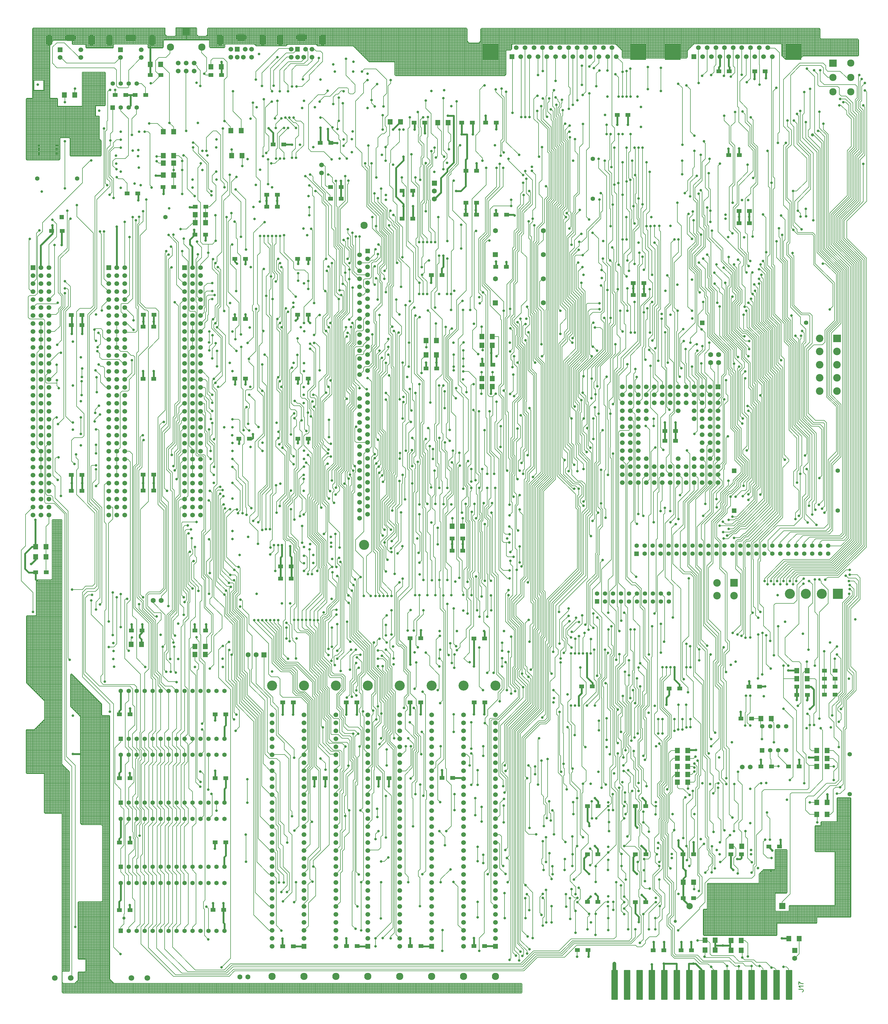
<source format=gbr>
%FSLAX34Y34*%
%MOMM*%
%LNCOPPER_BOTTOM*%
G71*
G01*
%ADD10C,0.800*%
%ADD11C,1.000*%
%ADD12C,1.400*%
%ADD13C,1.500*%
%ADD14C,1.520*%
%ADD15C,3.200*%
%ADD16C,2.300*%
%ADD17C,3.200*%
%ADD18C,2.300*%
%ADD19C,1.600*%
%ADD20C,1.400*%
%ADD21C,2.000*%
%ADD22C,2.400*%
%ADD23C,3.200*%
%ADD24C,1.520*%
%ADD25C,2.100*%
%ADD26C,1.600*%
%ADD27C,1.800*%
%ADD28C,2.300*%
%ADD29R,1.600X1.700*%
%ADD30R,1.500X1.150*%
%ADD31C,0.150*%
%ADD32C,0.600*%
%ADD33C,0.250*%
%ADD34C,0.254*%
%ADD35C,1.200*%
%LPD*%
X210344Y-554831D02*
G54D10*
D03*
X2590006Y-384969D02*
G54D11*
D03*
X1584325Y-1233884D02*
G54D10*
D03*
X398462Y-2876947D02*
G54D11*
D03*
X2153047Y-2887662D02*
G54D11*
D03*
G36*
X381144Y-2299638D02*
X395144Y-2299638D01*
X395144Y-2313638D01*
X381144Y-2313638D01*
X381144Y-2299638D01*
G37*
X413544Y-2306638D02*
G54D12*
D03*
X438944Y-2306638D02*
G54D12*
D03*
X464344Y-2306638D02*
G54D12*
D03*
X489744Y-2306638D02*
G54D12*
D03*
X515144Y-2306638D02*
G54D12*
D03*
X540544Y-2306638D02*
G54D12*
D03*
X565944Y-2306638D02*
G54D12*
D03*
X591344Y-2306638D02*
G54D12*
D03*
X616744Y-2306638D02*
G54D12*
D03*
X642144Y-2306638D02*
G54D12*
D03*
X667544Y-2306638D02*
G54D12*
D03*
X692944Y-2306638D02*
G54D12*
D03*
X718343Y-2306638D02*
G54D12*
D03*
X718344Y-2154238D02*
G54D12*
D03*
X692944Y-2154238D02*
G54D12*
D03*
X667544Y-2154238D02*
G54D12*
D03*
X642144Y-2154238D02*
G54D12*
D03*
X616744Y-2154238D02*
G54D12*
D03*
X591344Y-2154238D02*
G54D12*
D03*
X565944Y-2154238D02*
G54D12*
D03*
X540544Y-2154238D02*
G54D12*
D03*
X515144Y-2154238D02*
G54D12*
D03*
X489744Y-2154238D02*
G54D12*
D03*
X464344Y-2154238D02*
G54D12*
D03*
X438944Y-2154238D02*
G54D12*
D03*
X413544Y-2154238D02*
G54D12*
D03*
X388144Y-2154238D02*
G54D12*
D03*
G36*
X381144Y-2502854D02*
X395144Y-2502854D01*
X395144Y-2516854D01*
X381144Y-2516854D01*
X381144Y-2502854D01*
G37*
X413544Y-2509854D02*
G54D12*
D03*
X438944Y-2509854D02*
G54D12*
D03*
X464344Y-2509854D02*
G54D12*
D03*
X489744Y-2509854D02*
G54D12*
D03*
X515144Y-2509854D02*
G54D12*
D03*
X540544Y-2509854D02*
G54D12*
D03*
X565944Y-2509854D02*
G54D12*
D03*
X591344Y-2509854D02*
G54D12*
D03*
X616744Y-2509854D02*
G54D12*
D03*
X642144Y-2509854D02*
G54D12*
D03*
X667544Y-2509854D02*
G54D12*
D03*
X692944Y-2509854D02*
G54D12*
D03*
X718343Y-2509854D02*
G54D12*
D03*
X718344Y-2357454D02*
G54D12*
D03*
X692944Y-2357454D02*
G54D12*
D03*
X667544Y-2357454D02*
G54D12*
D03*
X642144Y-2357454D02*
G54D12*
D03*
X616744Y-2357454D02*
G54D12*
D03*
X591344Y-2357454D02*
G54D12*
D03*
X565944Y-2357454D02*
G54D12*
D03*
X540544Y-2357454D02*
G54D12*
D03*
X515144Y-2357454D02*
G54D12*
D03*
X489744Y-2357454D02*
G54D12*
D03*
X464344Y-2357454D02*
G54D12*
D03*
X438944Y-2357454D02*
G54D12*
D03*
X413544Y-2357454D02*
G54D12*
D03*
X388144Y-2357453D02*
G54D12*
D03*
G36*
X381144Y-2706864D02*
X395144Y-2706864D01*
X395144Y-2720864D01*
X381144Y-2720864D01*
X381144Y-2706864D01*
G37*
X413544Y-2713864D02*
G54D12*
D03*
X438944Y-2713864D02*
G54D12*
D03*
X464344Y-2713864D02*
G54D12*
D03*
X489744Y-2713864D02*
G54D12*
D03*
X515144Y-2713864D02*
G54D12*
D03*
X540544Y-2713864D02*
G54D12*
D03*
X565944Y-2713864D02*
G54D12*
D03*
X591344Y-2713864D02*
G54D12*
D03*
X616744Y-2713864D02*
G54D12*
D03*
X642144Y-2713864D02*
G54D12*
D03*
X667544Y-2713864D02*
G54D12*
D03*
X692944Y-2713864D02*
G54D12*
D03*
X718343Y-2713864D02*
G54D12*
D03*
X718344Y-2561464D02*
G54D12*
D03*
X692944Y-2561464D02*
G54D12*
D03*
X667544Y-2561464D02*
G54D12*
D03*
X642144Y-2561464D02*
G54D12*
D03*
X616744Y-2561464D02*
G54D12*
D03*
X591344Y-2561464D02*
G54D12*
D03*
X565944Y-2561464D02*
G54D12*
D03*
X540544Y-2561464D02*
G54D12*
D03*
X515144Y-2561464D02*
G54D12*
D03*
X489744Y-2561464D02*
G54D12*
D03*
X464344Y-2561464D02*
G54D12*
D03*
X438944Y-2561464D02*
G54D12*
D03*
X413544Y-2561464D02*
G54D12*
D03*
X388144Y-2561464D02*
G54D12*
D03*
G36*
X381144Y-2910476D02*
X395144Y-2910476D01*
X395144Y-2924476D01*
X381144Y-2924476D01*
X381144Y-2910476D01*
G37*
X413544Y-2917476D02*
G54D12*
D03*
X438944Y-2917476D02*
G54D12*
D03*
X464344Y-2917476D02*
G54D12*
D03*
X489744Y-2917476D02*
G54D12*
D03*
X515144Y-2917476D02*
G54D12*
D03*
X540544Y-2917476D02*
G54D12*
D03*
X565944Y-2917476D02*
G54D12*
D03*
X591344Y-2917476D02*
G54D12*
D03*
X616744Y-2917476D02*
G54D12*
D03*
X642144Y-2917476D02*
G54D12*
D03*
X667544Y-2917476D02*
G54D12*
D03*
X692944Y-2917476D02*
G54D12*
D03*
X718343Y-2917477D02*
G54D12*
D03*
X718344Y-2765076D02*
G54D12*
D03*
X692944Y-2765076D02*
G54D12*
D03*
X667544Y-2765076D02*
G54D12*
D03*
X642144Y-2765076D02*
G54D12*
D03*
X616744Y-2765076D02*
G54D12*
D03*
X591344Y-2765076D02*
G54D12*
D03*
X565944Y-2765076D02*
G54D12*
D03*
X540544Y-2765076D02*
G54D12*
D03*
X515144Y-2765076D02*
G54D12*
D03*
X489744Y-2765076D02*
G54D12*
D03*
X464344Y-2765076D02*
G54D12*
D03*
X438944Y-2765076D02*
G54D12*
D03*
X413544Y-2765076D02*
G54D12*
D03*
X388144Y-2765077D02*
G54D12*
D03*
X108744Y-1543844D02*
G54D13*
D03*
X108744Y-1518444D02*
G54D13*
D03*
X108744Y-1493044D02*
G54D13*
D03*
X108744Y-1467644D02*
G54D13*
D03*
X108744Y-1442244D02*
G54D13*
D03*
X108744Y-1416844D02*
G54D13*
D03*
X108744Y-1391444D02*
G54D13*
D03*
X108744Y-1366043D02*
G54D13*
D03*
X108744Y-1340644D02*
G54D13*
D03*
X108744Y-1315244D02*
G54D13*
D03*
X108744Y-1289844D02*
G54D13*
D03*
X108744Y-1264444D02*
G54D13*
D03*
X108744Y-1239044D02*
G54D13*
D03*
X108744Y-1213644D02*
G54D13*
D03*
X108744Y-1188244D02*
G54D13*
D03*
X108744Y-1162843D02*
G54D13*
D03*
X108744Y-1137443D02*
G54D13*
D03*
X108744Y-1112044D02*
G54D13*
D03*
X108744Y-1086643D02*
G54D13*
D03*
X108744Y-1061244D02*
G54D13*
D03*
X108744Y-1035844D02*
G54D13*
D03*
X108744Y-1010444D02*
G54D13*
D03*
X108744Y-985044D02*
G54D13*
D03*
X108744Y-959644D02*
G54D13*
D03*
X108744Y-934244D02*
G54D13*
D03*
X108744Y-908844D02*
G54D13*
D03*
X108744Y-883444D02*
G54D13*
D03*
X108744Y-858044D02*
G54D13*
D03*
X108744Y-832644D02*
G54D13*
D03*
G36*
X101244Y-814744D02*
X101244Y-799744D01*
X116244Y-799744D01*
X116244Y-814744D01*
X101244Y-814744D01*
G37*
X108744Y-1594644D02*
G54D13*
D03*
X108744Y-1569244D02*
G54D13*
D03*
X134144Y-1543844D02*
G54D13*
D03*
X134144Y-1518444D02*
G54D13*
D03*
X134144Y-1493044D02*
G54D13*
D03*
X134144Y-1467644D02*
G54D13*
D03*
X134144Y-1442244D02*
G54D13*
D03*
X134144Y-1416844D02*
G54D13*
D03*
X134144Y-1391444D02*
G54D13*
D03*
X134144Y-1366044D02*
G54D13*
D03*
X134144Y-1340644D02*
G54D13*
D03*
X134144Y-1315244D02*
G54D13*
D03*
X134144Y-1289844D02*
G54D13*
D03*
X134144Y-1264444D02*
G54D13*
D03*
X134144Y-1239044D02*
G54D13*
D03*
X134144Y-1213643D02*
G54D13*
D03*
X134144Y-1188243D02*
G54D13*
D03*
X134144Y-1162843D02*
G54D13*
D03*
X134144Y-1137443D02*
G54D13*
D03*
X134144Y-1112043D02*
G54D13*
D03*
X134144Y-1086643D02*
G54D13*
D03*
X134144Y-1061244D02*
G54D13*
D03*
X134144Y-1035844D02*
G54D13*
D03*
X134144Y-1010444D02*
G54D13*
D03*
X134144Y-985044D02*
G54D13*
D03*
X134144Y-959644D02*
G54D13*
D03*
X134144Y-934244D02*
G54D13*
D03*
X134144Y-908844D02*
G54D13*
D03*
X134144Y-883444D02*
G54D13*
D03*
X134144Y-858044D02*
G54D13*
D03*
X134144Y-832644D02*
G54D13*
D03*
X134144Y-807244D02*
G54D13*
D03*
X134144Y-1594644D02*
G54D13*
D03*
X134144Y-1569244D02*
G54D13*
D03*
X159544Y-1543844D02*
G54D13*
D03*
X159544Y-1518444D02*
G54D13*
D03*
X159544Y-1493044D02*
G54D13*
D03*
X159544Y-1467644D02*
G54D13*
D03*
X159544Y-1442244D02*
G54D13*
D03*
X159544Y-1416844D02*
G54D13*
D03*
X159544Y-1391444D02*
G54D13*
D03*
X159544Y-1366044D02*
G54D13*
D03*
X159544Y-1340644D02*
G54D13*
D03*
X159544Y-1315244D02*
G54D13*
D03*
X159544Y-1289844D02*
G54D13*
D03*
X159544Y-1264444D02*
G54D13*
D03*
X159544Y-1239044D02*
G54D13*
D03*
X159544Y-1213644D02*
G54D13*
D03*
X159544Y-1188244D02*
G54D13*
D03*
X159544Y-1162843D02*
G54D13*
D03*
X159544Y-1137443D02*
G54D13*
D03*
X159544Y-1112044D02*
G54D13*
D03*
X159544Y-1086643D02*
G54D13*
D03*
X159544Y-1061244D02*
G54D13*
D03*
X159544Y-1035844D02*
G54D13*
D03*
X159544Y-1010444D02*
G54D13*
D03*
X159544Y-985044D02*
G54D13*
D03*
X159544Y-959644D02*
G54D13*
D03*
X159544Y-934244D02*
G54D13*
D03*
X159544Y-908844D02*
G54D13*
D03*
X159544Y-883444D02*
G54D13*
D03*
X159544Y-858044D02*
G54D13*
D03*
X159544Y-832644D02*
G54D13*
D03*
X159544Y-807244D02*
G54D13*
D03*
X159544Y-1594644D02*
G54D13*
D03*
X159544Y-1569244D02*
G54D13*
D03*
X350044Y-1543844D02*
G54D13*
D03*
X350044Y-1518444D02*
G54D13*
D03*
X350044Y-1493044D02*
G54D13*
D03*
X350044Y-1467644D02*
G54D13*
D03*
X350044Y-1442244D02*
G54D13*
D03*
X350044Y-1416844D02*
G54D13*
D03*
X350044Y-1391444D02*
G54D13*
D03*
X350044Y-1366043D02*
G54D13*
D03*
X350044Y-1340644D02*
G54D13*
D03*
X350044Y-1315244D02*
G54D13*
D03*
X350044Y-1289844D02*
G54D13*
D03*
X350044Y-1264444D02*
G54D13*
D03*
X350044Y-1239044D02*
G54D13*
D03*
X350044Y-1213644D02*
G54D13*
D03*
X350044Y-1188244D02*
G54D13*
D03*
X350044Y-1162843D02*
G54D13*
D03*
X350044Y-1137443D02*
G54D13*
D03*
X350044Y-1112044D02*
G54D13*
D03*
X350044Y-1086643D02*
G54D13*
D03*
X350044Y-1061244D02*
G54D13*
D03*
X350044Y-1035844D02*
G54D13*
D03*
X350044Y-1010444D02*
G54D13*
D03*
X350044Y-985044D02*
G54D13*
D03*
X350044Y-959644D02*
G54D13*
D03*
X350044Y-934244D02*
G54D13*
D03*
X350044Y-908844D02*
G54D13*
D03*
X350044Y-883444D02*
G54D13*
D03*
X350044Y-858044D02*
G54D13*
D03*
X350044Y-832644D02*
G54D13*
D03*
G36*
X342544Y-814744D02*
X342544Y-799744D01*
X357544Y-799744D01*
X357544Y-814744D01*
X342544Y-814744D01*
G37*
X350044Y-1594644D02*
G54D13*
D03*
X350044Y-1569244D02*
G54D13*
D03*
X375444Y-1543844D02*
G54D13*
D03*
X375444Y-1518444D02*
G54D13*
D03*
X375444Y-1493044D02*
G54D13*
D03*
X375444Y-1467644D02*
G54D13*
D03*
X375444Y-1442244D02*
G54D13*
D03*
X375444Y-1416844D02*
G54D13*
D03*
X375444Y-1391444D02*
G54D13*
D03*
X375444Y-1366044D02*
G54D13*
D03*
X375444Y-1340644D02*
G54D13*
D03*
X375444Y-1315244D02*
G54D13*
D03*
X375444Y-1289844D02*
G54D13*
D03*
X375444Y-1264444D02*
G54D13*
D03*
X375444Y-1239044D02*
G54D13*
D03*
X375444Y-1213643D02*
G54D13*
D03*
X375444Y-1188243D02*
G54D13*
D03*
X375444Y-1162843D02*
G54D13*
D03*
X375444Y-1137443D02*
G54D13*
D03*
X375444Y-1112043D02*
G54D13*
D03*
X375444Y-1086643D02*
G54D13*
D03*
X375444Y-1061244D02*
G54D13*
D03*
X375444Y-1035844D02*
G54D13*
D03*
X375444Y-1010444D02*
G54D13*
D03*
X375444Y-985044D02*
G54D13*
D03*
X375444Y-959644D02*
G54D13*
D03*
X375444Y-934244D02*
G54D13*
D03*
X375444Y-908844D02*
G54D13*
D03*
X375444Y-883444D02*
G54D13*
D03*
X375444Y-858044D02*
G54D13*
D03*
X375444Y-832644D02*
G54D13*
D03*
X375444Y-807244D02*
G54D13*
D03*
X375444Y-1594644D02*
G54D13*
D03*
X375444Y-1569244D02*
G54D13*
D03*
X400844Y-1543844D02*
G54D13*
D03*
X400844Y-1518444D02*
G54D13*
D03*
X400844Y-1493044D02*
G54D13*
D03*
X400844Y-1467644D02*
G54D13*
D03*
X400844Y-1442244D02*
G54D13*
D03*
X400844Y-1416844D02*
G54D13*
D03*
X400844Y-1391444D02*
G54D13*
D03*
X400844Y-1366044D02*
G54D13*
D03*
X400844Y-1340644D02*
G54D13*
D03*
X400844Y-1315244D02*
G54D13*
D03*
X400844Y-1289844D02*
G54D13*
D03*
X400844Y-1264444D02*
G54D13*
D03*
X400844Y-1239044D02*
G54D13*
D03*
X400844Y-1213644D02*
G54D13*
D03*
X400844Y-1188244D02*
G54D13*
D03*
X400844Y-1162843D02*
G54D13*
D03*
X400844Y-1137443D02*
G54D13*
D03*
X400844Y-1112044D02*
G54D13*
D03*
X400844Y-1086643D02*
G54D13*
D03*
X400844Y-1061244D02*
G54D13*
D03*
X400844Y-1035844D02*
G54D13*
D03*
X400844Y-1010444D02*
G54D13*
D03*
X400844Y-985044D02*
G54D13*
D03*
X400844Y-959644D02*
G54D13*
D03*
X400844Y-934244D02*
G54D13*
D03*
X400844Y-908844D02*
G54D13*
D03*
X400844Y-883444D02*
G54D13*
D03*
X400844Y-858044D02*
G54D13*
D03*
X400844Y-832644D02*
G54D13*
D03*
X400844Y-807244D02*
G54D13*
D03*
X400844Y-1594644D02*
G54D13*
D03*
X400844Y-1569244D02*
G54D13*
D03*
X591344Y-1543844D02*
G54D13*
D03*
X591344Y-1518444D02*
G54D13*
D03*
X591344Y-1493044D02*
G54D13*
D03*
X591344Y-1467644D02*
G54D13*
D03*
X591344Y-1442244D02*
G54D13*
D03*
X591344Y-1416844D02*
G54D13*
D03*
X591344Y-1391444D02*
G54D13*
D03*
X591344Y-1366043D02*
G54D13*
D03*
X591344Y-1340644D02*
G54D13*
D03*
X591344Y-1315244D02*
G54D13*
D03*
X591344Y-1289844D02*
G54D13*
D03*
X591344Y-1264444D02*
G54D13*
D03*
X591344Y-1239044D02*
G54D13*
D03*
X591344Y-1213644D02*
G54D13*
D03*
X591344Y-1188244D02*
G54D13*
D03*
X591344Y-1162843D02*
G54D13*
D03*
X591344Y-1137443D02*
G54D13*
D03*
X591344Y-1112044D02*
G54D13*
D03*
X591344Y-1086643D02*
G54D13*
D03*
X591344Y-1061244D02*
G54D13*
D03*
X591344Y-1035844D02*
G54D13*
D03*
X591344Y-1010444D02*
G54D13*
D03*
X591344Y-985044D02*
G54D13*
D03*
X591344Y-959644D02*
G54D13*
D03*
X591344Y-934244D02*
G54D13*
D03*
X591344Y-908844D02*
G54D13*
D03*
X591344Y-883444D02*
G54D13*
D03*
X591344Y-858044D02*
G54D13*
D03*
X591344Y-832644D02*
G54D13*
D03*
G36*
X583844Y-814744D02*
X583844Y-799744D01*
X598844Y-799744D01*
X598844Y-814744D01*
X583844Y-814744D01*
G37*
X591344Y-1594644D02*
G54D13*
D03*
X591344Y-1569244D02*
G54D13*
D03*
X616744Y-1543844D02*
G54D13*
D03*
X616744Y-1518444D02*
G54D13*
D03*
X616744Y-1493044D02*
G54D13*
D03*
X616744Y-1467644D02*
G54D13*
D03*
X616744Y-1442244D02*
G54D13*
D03*
X616744Y-1416844D02*
G54D13*
D03*
X616744Y-1391444D02*
G54D13*
D03*
X616744Y-1366044D02*
G54D13*
D03*
X616744Y-1340644D02*
G54D13*
D03*
X616744Y-1315244D02*
G54D13*
D03*
X616744Y-1289844D02*
G54D13*
D03*
X616744Y-1264444D02*
G54D13*
D03*
X616744Y-1239044D02*
G54D13*
D03*
X616744Y-1213643D02*
G54D13*
D03*
X616744Y-1188243D02*
G54D13*
D03*
X616744Y-1162843D02*
G54D13*
D03*
X616744Y-1137443D02*
G54D13*
D03*
X616744Y-1112043D02*
G54D13*
D03*
X616744Y-1086643D02*
G54D13*
D03*
X616744Y-1061244D02*
G54D13*
D03*
X616744Y-1035844D02*
G54D13*
D03*
X616744Y-1010444D02*
G54D13*
D03*
X616744Y-985044D02*
G54D13*
D03*
X616744Y-959644D02*
G54D13*
D03*
X616744Y-934244D02*
G54D13*
D03*
X616744Y-908844D02*
G54D13*
D03*
X616744Y-883444D02*
G54D13*
D03*
X616744Y-858044D02*
G54D13*
D03*
X616744Y-832644D02*
G54D13*
D03*
X616744Y-807244D02*
G54D13*
D03*
X616744Y-1594644D02*
G54D13*
D03*
X616744Y-1569244D02*
G54D13*
D03*
X642144Y-1543844D02*
G54D13*
D03*
X642144Y-1518444D02*
G54D13*
D03*
X642144Y-1493044D02*
G54D13*
D03*
X642144Y-1467644D02*
G54D13*
D03*
X642144Y-1442244D02*
G54D13*
D03*
X642144Y-1416844D02*
G54D13*
D03*
X642144Y-1391444D02*
G54D13*
D03*
X642144Y-1366044D02*
G54D13*
D03*
X642144Y-1340644D02*
G54D13*
D03*
X642144Y-1315244D02*
G54D13*
D03*
X642144Y-1289844D02*
G54D13*
D03*
X642144Y-1264444D02*
G54D13*
D03*
X642144Y-1239044D02*
G54D13*
D03*
X642144Y-1213644D02*
G54D13*
D03*
X642144Y-1188244D02*
G54D13*
D03*
X642144Y-1162843D02*
G54D13*
D03*
X642144Y-1137443D02*
G54D13*
D03*
X642144Y-1112044D02*
G54D13*
D03*
X642144Y-1086643D02*
G54D13*
D03*
X642144Y-1061244D02*
G54D13*
D03*
X642144Y-1035844D02*
G54D13*
D03*
X642144Y-1010444D02*
G54D13*
D03*
X642144Y-985044D02*
G54D13*
D03*
X642144Y-959644D02*
G54D13*
D03*
X642144Y-934244D02*
G54D13*
D03*
X642144Y-908844D02*
G54D13*
D03*
X642144Y-883444D02*
G54D13*
D03*
X642144Y-858044D02*
G54D13*
D03*
X642144Y-832644D02*
G54D13*
D03*
X642144Y-807244D02*
G54D13*
D03*
X642144Y-1594644D02*
G54D13*
D03*
X642144Y-1569244D02*
G54D13*
D03*
G36*
X963553Y-2974637D02*
X963553Y-2959437D01*
X978753Y-2959437D01*
X978753Y-2974637D01*
X963553Y-2974637D01*
G37*
X971153Y-2941638D02*
G54D14*
D03*
X971153Y-2916238D02*
G54D14*
D03*
X971153Y-2890838D02*
G54D14*
D03*
X971153Y-2865438D02*
G54D14*
D03*
X971153Y-2840038D02*
G54D14*
D03*
X971153Y-2814638D02*
G54D14*
D03*
X971153Y-2789238D02*
G54D14*
D03*
X971153Y-2763838D02*
G54D14*
D03*
X971153Y-2738438D02*
G54D14*
D03*
X971153Y-2713038D02*
G54D14*
D03*
X971153Y-2687638D02*
G54D14*
D03*
X971153Y-2662238D02*
G54D14*
D03*
X971153Y-2636838D02*
G54D14*
D03*
X971153Y-2611438D02*
G54D14*
D03*
X971153Y-2586038D02*
G54D14*
D03*
X971153Y-2560638D02*
G54D14*
D03*
X971153Y-2535238D02*
G54D14*
D03*
X971153Y-2509838D02*
G54D14*
D03*
X971153Y-2484438D02*
G54D14*
D03*
X971153Y-2459038D02*
G54D14*
D03*
X971153Y-2433638D02*
G54D14*
D03*
X971153Y-2408238D02*
G54D14*
D03*
X971153Y-2382838D02*
G54D14*
D03*
X971153Y-2357438D02*
G54D14*
D03*
X971153Y-2332038D02*
G54D14*
D03*
X971153Y-2306638D02*
G54D14*
D03*
X971153Y-2281238D02*
G54D14*
D03*
X971153Y-2255838D02*
G54D14*
D03*
X971153Y-2230437D02*
G54D14*
D03*
X869553Y-2967038D02*
G54D14*
D03*
X869553Y-2941638D02*
G54D14*
D03*
X869553Y-2916238D02*
G54D14*
D03*
X869553Y-2890838D02*
G54D14*
D03*
X869553Y-2865438D02*
G54D14*
D03*
X869553Y-2840038D02*
G54D14*
D03*
X869553Y-2814638D02*
G54D14*
D03*
X869553Y-2789238D02*
G54D14*
D03*
X869553Y-2763838D02*
G54D14*
D03*
X869553Y-2738438D02*
G54D14*
D03*
X869553Y-2713038D02*
G54D14*
D03*
X869553Y-2687638D02*
G54D14*
D03*
X869553Y-2662238D02*
G54D14*
D03*
X869553Y-2636838D02*
G54D14*
D03*
X869553Y-2611438D02*
G54D14*
D03*
X869553Y-2586038D02*
G54D14*
D03*
X869553Y-2560638D02*
G54D14*
D03*
X869553Y-2535238D02*
G54D14*
D03*
X869553Y-2509838D02*
G54D14*
D03*
X869553Y-2484438D02*
G54D14*
D03*
X869553Y-2459038D02*
G54D14*
D03*
X869553Y-2433638D02*
G54D14*
D03*
X869553Y-2408238D02*
G54D14*
D03*
X869553Y-2382838D02*
G54D14*
D03*
X869553Y-2357438D02*
G54D14*
D03*
X869553Y-2332038D02*
G54D14*
D03*
X869553Y-2306638D02*
G54D14*
D03*
X869553Y-2281238D02*
G54D14*
D03*
X869553Y-2255838D02*
G54D14*
D03*
X869553Y-2230437D02*
G54D14*
D03*
X869553Y-2136776D02*
G54D15*
D03*
X971153Y-2136776D02*
G54D15*
D03*
X869553Y-3062288D02*
G54D16*
D03*
X971153Y-3062288D02*
G54D16*
D03*
G36*
X1166753Y-2974637D02*
X1166753Y-2959437D01*
X1181953Y-2959437D01*
X1181953Y-2974637D01*
X1166753Y-2974637D01*
G37*
X1174353Y-2941638D02*
G54D14*
D03*
X1174353Y-2916238D02*
G54D14*
D03*
X1174353Y-2890838D02*
G54D14*
D03*
X1174353Y-2865438D02*
G54D14*
D03*
X1174353Y-2840038D02*
G54D14*
D03*
X1174353Y-2814638D02*
G54D14*
D03*
X1174353Y-2789238D02*
G54D14*
D03*
X1174353Y-2763838D02*
G54D14*
D03*
X1174353Y-2738438D02*
G54D14*
D03*
X1174353Y-2713038D02*
G54D14*
D03*
X1174353Y-2687638D02*
G54D14*
D03*
X1174353Y-2662238D02*
G54D14*
D03*
X1174353Y-2636838D02*
G54D14*
D03*
X1174353Y-2611438D02*
G54D14*
D03*
X1174353Y-2586038D02*
G54D14*
D03*
X1174353Y-2560638D02*
G54D14*
D03*
X1174353Y-2535238D02*
G54D14*
D03*
X1174353Y-2509838D02*
G54D14*
D03*
X1174353Y-2484438D02*
G54D14*
D03*
X1174353Y-2459038D02*
G54D14*
D03*
X1174353Y-2433638D02*
G54D14*
D03*
X1174353Y-2408238D02*
G54D14*
D03*
X1174353Y-2382838D02*
G54D14*
D03*
X1174353Y-2357438D02*
G54D14*
D03*
X1174353Y-2332038D02*
G54D14*
D03*
X1174353Y-2306638D02*
G54D14*
D03*
X1174353Y-2281238D02*
G54D14*
D03*
X1174353Y-2255838D02*
G54D14*
D03*
X1174353Y-2230437D02*
G54D14*
D03*
X1072753Y-2967037D02*
G54D14*
D03*
X1072753Y-2941638D02*
G54D14*
D03*
X1072753Y-2916238D02*
G54D14*
D03*
X1072753Y-2890838D02*
G54D14*
D03*
X1072753Y-2865438D02*
G54D14*
D03*
X1072753Y-2840038D02*
G54D14*
D03*
X1072753Y-2814638D02*
G54D14*
D03*
X1072753Y-2789238D02*
G54D14*
D03*
X1072753Y-2763838D02*
G54D14*
D03*
X1072753Y-2738438D02*
G54D14*
D03*
X1072753Y-2713038D02*
G54D14*
D03*
X1072753Y-2687638D02*
G54D14*
D03*
X1072753Y-2662238D02*
G54D14*
D03*
X1072753Y-2636838D02*
G54D14*
D03*
X1072753Y-2611438D02*
G54D14*
D03*
X1072753Y-2586038D02*
G54D14*
D03*
X1072753Y-2560638D02*
G54D14*
D03*
X1072753Y-2535238D02*
G54D14*
D03*
X1072753Y-2509838D02*
G54D14*
D03*
X1072753Y-2484438D02*
G54D14*
D03*
X1072753Y-2459038D02*
G54D14*
D03*
X1072753Y-2433638D02*
G54D14*
D03*
X1072753Y-2408238D02*
G54D14*
D03*
X1072753Y-2382838D02*
G54D14*
D03*
X1072753Y-2357438D02*
G54D14*
D03*
X1072753Y-2332038D02*
G54D14*
D03*
X1072753Y-2306638D02*
G54D14*
D03*
X1072753Y-2281238D02*
G54D14*
D03*
X1072753Y-2255838D02*
G54D14*
D03*
X1072753Y-2230437D02*
G54D14*
D03*
X1072753Y-2136776D02*
G54D15*
D03*
X1174353Y-2136776D02*
G54D15*
D03*
X1072753Y-3062288D02*
G54D16*
D03*
X1174353Y-3062288D02*
G54D16*
D03*
G36*
X1369953Y-2974637D02*
X1369953Y-2959437D01*
X1385153Y-2959437D01*
X1385153Y-2974637D01*
X1369953Y-2974637D01*
G37*
X1377553Y-2941638D02*
G54D14*
D03*
X1377553Y-2916238D02*
G54D14*
D03*
X1377553Y-2890838D02*
G54D14*
D03*
X1377553Y-2865438D02*
G54D14*
D03*
X1377553Y-2840038D02*
G54D14*
D03*
X1377553Y-2814638D02*
G54D14*
D03*
X1377553Y-2789238D02*
G54D14*
D03*
X1377553Y-2763838D02*
G54D14*
D03*
X1377553Y-2738438D02*
G54D14*
D03*
X1377553Y-2713038D02*
G54D14*
D03*
X1377553Y-2687638D02*
G54D14*
D03*
X1377553Y-2662238D02*
G54D14*
D03*
X1377553Y-2636838D02*
G54D14*
D03*
X1377553Y-2611438D02*
G54D14*
D03*
X1377553Y-2586038D02*
G54D14*
D03*
X1377553Y-2560638D02*
G54D14*
D03*
X1377553Y-2535238D02*
G54D14*
D03*
X1377553Y-2509838D02*
G54D14*
D03*
X1377553Y-2484438D02*
G54D14*
D03*
X1377553Y-2459038D02*
G54D14*
D03*
X1377553Y-2433638D02*
G54D14*
D03*
X1377553Y-2408238D02*
G54D14*
D03*
X1377553Y-2382838D02*
G54D14*
D03*
X1377553Y-2357438D02*
G54D14*
D03*
X1377553Y-2332038D02*
G54D14*
D03*
X1377553Y-2306638D02*
G54D14*
D03*
X1377553Y-2281238D02*
G54D14*
D03*
X1377553Y-2255838D02*
G54D14*
D03*
X1377553Y-2230437D02*
G54D14*
D03*
X1275953Y-2967037D02*
G54D14*
D03*
X1275953Y-2941638D02*
G54D14*
D03*
X1275953Y-2916238D02*
G54D14*
D03*
X1275953Y-2890838D02*
G54D14*
D03*
X1275953Y-2865438D02*
G54D14*
D03*
X1275953Y-2840038D02*
G54D14*
D03*
X1275953Y-2814638D02*
G54D14*
D03*
X1275953Y-2789238D02*
G54D14*
D03*
X1275953Y-2763838D02*
G54D14*
D03*
X1275953Y-2738438D02*
G54D14*
D03*
X1275953Y-2713038D02*
G54D14*
D03*
X1275953Y-2687638D02*
G54D14*
D03*
X1275953Y-2662238D02*
G54D14*
D03*
X1275953Y-2636838D02*
G54D14*
D03*
X1275953Y-2611438D02*
G54D14*
D03*
X1275953Y-2586038D02*
G54D14*
D03*
X1275953Y-2560638D02*
G54D14*
D03*
X1275953Y-2535238D02*
G54D14*
D03*
X1275953Y-2509838D02*
G54D14*
D03*
X1275953Y-2484438D02*
G54D14*
D03*
X1275953Y-2459038D02*
G54D14*
D03*
X1275953Y-2433638D02*
G54D14*
D03*
X1275953Y-2408238D02*
G54D14*
D03*
X1275953Y-2382838D02*
G54D14*
D03*
X1275953Y-2357438D02*
G54D14*
D03*
X1275953Y-2332038D02*
G54D14*
D03*
X1275953Y-2306638D02*
G54D14*
D03*
X1275953Y-2281238D02*
G54D14*
D03*
X1275953Y-2255838D02*
G54D14*
D03*
X1275953Y-2230437D02*
G54D14*
D03*
X1275953Y-2136776D02*
G54D15*
D03*
X1377553Y-2136776D02*
G54D15*
D03*
X1275953Y-3062288D02*
G54D16*
D03*
X1377553Y-3062288D02*
G54D16*
D03*
G36*
X1573153Y-2974637D02*
X1573153Y-2959437D01*
X1588353Y-2959437D01*
X1588353Y-2974637D01*
X1573153Y-2974637D01*
G37*
X1580753Y-2941638D02*
G54D14*
D03*
X1580753Y-2916238D02*
G54D14*
D03*
X1580753Y-2890838D02*
G54D14*
D03*
X1580753Y-2865438D02*
G54D14*
D03*
X1580753Y-2840038D02*
G54D14*
D03*
X1580753Y-2814638D02*
G54D14*
D03*
X1580753Y-2789238D02*
G54D14*
D03*
X1580753Y-2763838D02*
G54D14*
D03*
X1580753Y-2738438D02*
G54D14*
D03*
X1580753Y-2713038D02*
G54D14*
D03*
X1580753Y-2687638D02*
G54D14*
D03*
X1580753Y-2662238D02*
G54D14*
D03*
X1580753Y-2636838D02*
G54D14*
D03*
X1580753Y-2611438D02*
G54D14*
D03*
X1580753Y-2586038D02*
G54D14*
D03*
X1580753Y-2560638D02*
G54D14*
D03*
X1580753Y-2535238D02*
G54D14*
D03*
X1580753Y-2509838D02*
G54D14*
D03*
X1580753Y-2484438D02*
G54D14*
D03*
X1580753Y-2459038D02*
G54D14*
D03*
X1580753Y-2433638D02*
G54D14*
D03*
X1580753Y-2408238D02*
G54D14*
D03*
X1580753Y-2382838D02*
G54D14*
D03*
X1580753Y-2357438D02*
G54D14*
D03*
X1580753Y-2332038D02*
G54D14*
D03*
X1580753Y-2306638D02*
G54D14*
D03*
X1580753Y-2281238D02*
G54D14*
D03*
X1580753Y-2255838D02*
G54D14*
D03*
X1580753Y-2230437D02*
G54D14*
D03*
X1479153Y-2967038D02*
G54D14*
D03*
X1479153Y-2941638D02*
G54D14*
D03*
X1479153Y-2916238D02*
G54D14*
D03*
X1479153Y-2890838D02*
G54D14*
D03*
X1479153Y-2865438D02*
G54D14*
D03*
X1479153Y-2840038D02*
G54D14*
D03*
X1479153Y-2814638D02*
G54D14*
D03*
X1479153Y-2789238D02*
G54D14*
D03*
X1479153Y-2763838D02*
G54D14*
D03*
X1479153Y-2738438D02*
G54D14*
D03*
X1479153Y-2713038D02*
G54D14*
D03*
X1479153Y-2687638D02*
G54D14*
D03*
X1479153Y-2662238D02*
G54D14*
D03*
X1479153Y-2636838D02*
G54D14*
D03*
X1479153Y-2611438D02*
G54D14*
D03*
X1479153Y-2586038D02*
G54D14*
D03*
X1479153Y-2560638D02*
G54D14*
D03*
X1479153Y-2535238D02*
G54D14*
D03*
X1479153Y-2509838D02*
G54D14*
D03*
X1479153Y-2484438D02*
G54D14*
D03*
X1479153Y-2459038D02*
G54D14*
D03*
X1479153Y-2433638D02*
G54D14*
D03*
X1479153Y-2408238D02*
G54D14*
D03*
X1479153Y-2382838D02*
G54D14*
D03*
X1479153Y-2357438D02*
G54D14*
D03*
X1479153Y-2332038D02*
G54D14*
D03*
X1479153Y-2306638D02*
G54D14*
D03*
X1479153Y-2281238D02*
G54D14*
D03*
X1479153Y-2255838D02*
G54D14*
D03*
X1479153Y-2230437D02*
G54D14*
D03*
X1479153Y-2136776D02*
G54D15*
D03*
X1580753Y-2136776D02*
G54D15*
D03*
X1479153Y-3062288D02*
G54D16*
D03*
X1580753Y-3062288D02*
G54D16*
D03*
X1174269Y-931956D02*
G54D14*
D03*
X1174269Y-957356D02*
G54D14*
D03*
X1174269Y-982756D02*
G54D14*
D03*
X1174269Y-1008156D02*
G54D14*
D03*
X1174269Y-1033556D02*
G54D14*
D03*
X1174269Y-1058956D02*
G54D14*
D03*
X1174269Y-1084356D02*
G54D14*
D03*
X1174269Y-1109756D02*
G54D14*
D03*
X1174269Y-1135156D02*
G54D14*
D03*
X1174268Y-1211357D02*
G54D14*
D03*
X1174269Y-1236756D02*
G54D14*
D03*
X1174269Y-1262156D02*
G54D14*
D03*
X1174269Y-1287556D02*
G54D14*
D03*
X1174269Y-1312956D02*
G54D14*
D03*
X1174268Y-1338356D02*
G54D14*
D03*
X1174269Y-1363756D02*
G54D14*
D03*
X1174269Y-1389156D02*
G54D14*
D03*
X1174269Y-1414557D02*
G54D14*
D03*
X1174269Y-1439957D02*
G54D14*
D03*
X1174269Y-1465356D02*
G54D14*
D03*
X1174269Y-1490756D02*
G54D14*
D03*
X1174269Y-1516156D02*
G54D14*
D03*
X1174269Y-1541556D02*
G54D14*
D03*
X1174269Y-1566956D02*
G54D14*
D03*
X1174269Y-1592357D02*
G54D14*
D03*
X1148869Y-944656D02*
G54D14*
D03*
X1148869Y-970056D02*
G54D14*
D03*
X1148869Y-995456D02*
G54D14*
D03*
X1148869Y-1020856D02*
G54D14*
D03*
X1148869Y-1046256D02*
G54D14*
D03*
X1148869Y-1071656D02*
G54D14*
D03*
X1148869Y-1097057D02*
G54D14*
D03*
X1148869Y-1122457D02*
G54D14*
D03*
X1148869Y-1147857D02*
G54D14*
D03*
X1148869Y-1224057D02*
G54D14*
D03*
X1148869Y-1249456D02*
G54D14*
D03*
X1148869Y-1274856D02*
G54D14*
D03*
X1148869Y-1300256D02*
G54D14*
D03*
X1148869Y-1325656D02*
G54D14*
D03*
X1148869Y-1351056D02*
G54D14*
D03*
X1148869Y-1376457D02*
G54D14*
D03*
X1148868Y-1401857D02*
G54D14*
D03*
X1148868Y-1427256D02*
G54D14*
D03*
X1148869Y-1452657D02*
G54D14*
D03*
X1148869Y-1478056D02*
G54D14*
D03*
X1148869Y-1503456D02*
G54D14*
D03*
X1148869Y-1528856D02*
G54D14*
D03*
X1148869Y-1554256D02*
G54D14*
D03*
X1148869Y-1579656D02*
G54D14*
D03*
X1148869Y-1605057D02*
G54D14*
D03*
G36*
X1181869Y-746557D02*
X1181869Y-761757D01*
X1166669Y-761757D01*
X1166669Y-746557D01*
X1181869Y-746557D01*
G37*
X1174269Y-779556D02*
G54D14*
D03*
X1174269Y-804957D02*
G54D14*
D03*
X1174269Y-830356D02*
G54D14*
D03*
X1174269Y-855757D02*
G54D14*
D03*
X1174269Y-881156D02*
G54D14*
D03*
X1174269Y-906557D02*
G54D14*
D03*
X1148869Y-766856D02*
G54D14*
D03*
X1148869Y-792257D02*
G54D14*
D03*
X1148869Y-817656D02*
G54D14*
D03*
X1148869Y-843056D02*
G54D14*
D03*
X1148869Y-868457D02*
G54D14*
D03*
X1148869Y-893856D02*
G54D14*
D03*
X1148869Y-919256D02*
G54D14*
D03*
X1162637Y-1688933D02*
G54D17*
D03*
X1162637Y-672734D02*
G54D18*
D03*
G36*
X1378681Y-529964D02*
X1394681Y-529964D01*
X1394681Y-545964D01*
X1378681Y-545964D01*
X1378681Y-529964D01*
G37*
X1386681Y-563364D02*
G54D19*
D03*
X1386681Y-588764D02*
G54D19*
D03*
G36*
X355347Y-290656D02*
X369347Y-290656D01*
X369347Y-304656D01*
X355347Y-304656D01*
X355347Y-290656D01*
G37*
X387747Y-297656D02*
G54D12*
D03*
X413147Y-297656D02*
G54D12*
D03*
X438546Y-297656D02*
G54D12*
D03*
X438546Y-221456D02*
G54D12*
D03*
X413147Y-221456D02*
G54D12*
D03*
X387747Y-221456D02*
G54D12*
D03*
X362347Y-221456D02*
G54D12*
D03*
G36*
X2023302Y-1710641D02*
X2037302Y-1710641D01*
X2037302Y-1724641D01*
X2023302Y-1724641D01*
X2023302Y-1710641D01*
G37*
X2030302Y-1692241D02*
G54D20*
D03*
X2055702Y-1717641D02*
G54D20*
D03*
X2055702Y-1692241D02*
G54D20*
D03*
X2081101Y-1717641D02*
G54D20*
D03*
X2081102Y-1692241D02*
G54D20*
D03*
X2106501Y-1717641D02*
G54D20*
D03*
X2106502Y-1692241D02*
G54D20*
D03*
X2131902Y-1717641D02*
G54D20*
D03*
X2131902Y-1692241D02*
G54D20*
D03*
X2157301Y-1717641D02*
G54D20*
D03*
X2157302Y-1692241D02*
G54D20*
D03*
X2182701Y-1717641D02*
G54D20*
D03*
X2182702Y-1692241D02*
G54D20*
D03*
X2208102Y-1717641D02*
G54D20*
D03*
X2208102Y-1692241D02*
G54D20*
D03*
X2233501Y-1717641D02*
G54D20*
D03*
X2233502Y-1692241D02*
G54D20*
D03*
X2258902Y-1717641D02*
G54D20*
D03*
X2258902Y-1692241D02*
G54D20*
D03*
X2284301Y-1717641D02*
G54D20*
D03*
X2284302Y-1692241D02*
G54D20*
D03*
X2309702Y-1717641D02*
G54D20*
D03*
X2309702Y-1692241D02*
G54D20*
D03*
X2335101Y-1717641D02*
G54D20*
D03*
X2335102Y-1692241D02*
G54D20*
D03*
X2360502Y-1717641D02*
G54D20*
D03*
X2360502Y-1692241D02*
G54D20*
D03*
X2385901Y-1717641D02*
G54D20*
D03*
X2385902Y-1692241D02*
G54D20*
D03*
X2411302Y-1717641D02*
G54D20*
D03*
X2411302Y-1692241D02*
G54D20*
D03*
X2436702Y-1717641D02*
G54D20*
D03*
X2436702Y-1692241D02*
G54D20*
D03*
X2462101Y-1717641D02*
G54D20*
D03*
X2462102Y-1692241D02*
G54D20*
D03*
X2487502Y-1717641D02*
G54D20*
D03*
X2487502Y-1692241D02*
G54D20*
D03*
X2512901Y-1717641D02*
G54D20*
D03*
X2512902Y-1692241D02*
G54D20*
D03*
X2538302Y-1717641D02*
G54D20*
D03*
X2538302Y-1692241D02*
G54D20*
D03*
X2563701Y-1717641D02*
G54D20*
D03*
X2563702Y-1692241D02*
G54D20*
D03*
X2589102Y-1717641D02*
G54D20*
D03*
X2589102Y-1692241D02*
G54D20*
D03*
X2614502Y-1717641D02*
G54D20*
D03*
X2614502Y-1692241D02*
G54D20*
D03*
X2639901Y-1717641D02*
G54D20*
D03*
X2639902Y-1692241D02*
G54D20*
D03*
G36*
X1897462Y-1862352D02*
X1911462Y-1862352D01*
X1911462Y-1876352D01*
X1897462Y-1876352D01*
X1897462Y-1862352D01*
G37*
X1904462Y-1843952D02*
G54D20*
D03*
X1929862Y-1869352D02*
G54D20*
D03*
X1929862Y-1843952D02*
G54D20*
D03*
X1955262Y-1869352D02*
G54D20*
D03*
X1955262Y-1843952D02*
G54D20*
D03*
X1980662Y-1869352D02*
G54D20*
D03*
X1980662Y-1843952D02*
G54D20*
D03*
X2006062Y-1869352D02*
G54D20*
D03*
X2006062Y-1843952D02*
G54D20*
D03*
X2031463Y-1869352D02*
G54D20*
D03*
X2031463Y-1843952D02*
G54D20*
D03*
X2056863Y-1869352D02*
G54D20*
D03*
X2056863Y-1843952D02*
G54D20*
D03*
X2082263Y-1869352D02*
G54D20*
D03*
X2082263Y-1843952D02*
G54D20*
D03*
X2107662Y-1869352D02*
G54D20*
D03*
X2107662Y-1843952D02*
G54D20*
D03*
X2133062Y-1869352D02*
G54D20*
D03*
X2133062Y-1843952D02*
G54D20*
D03*
G36*
X2423066Y-2336146D02*
X2437066Y-2336146D01*
X2437066Y-2350146D01*
X2423066Y-2350146D01*
X2423066Y-2336146D01*
G37*
X2455466Y-2343146D02*
G54D12*
D03*
X2480866Y-2343146D02*
G54D12*
D03*
X2506266Y-2343147D02*
G54D12*
D03*
X2506266Y-2266946D02*
G54D12*
D03*
X2480866Y-2266946D02*
G54D12*
D03*
X2455466Y-2266946D02*
G54D12*
D03*
X2430066Y-2266946D02*
G54D12*
D03*
X2366736Y-2395954D02*
G54D13*
D03*
X2392136Y-2395954D02*
G54D13*
D03*
X2199067Y-2838670D02*
G54D21*
D03*
G36*
X2504342Y-2848670D02*
X2484342Y-2848670D01*
X2484342Y-2828670D01*
X2504342Y-2828670D01*
X2504342Y-2848670D01*
G37*
X2709267Y-2356048D02*
G54D20*
D03*
X2709267Y-2483048D02*
G54D20*
D03*
X1890911Y-460970D02*
G54D20*
D03*
X1890911Y-587970D02*
G54D20*
D03*
X249259Y-523310D02*
G54D20*
D03*
X122259Y-523309D02*
G54D20*
D03*
X2264568Y-1186260D02*
G54D13*
D03*
G36*
X2297468Y-1178760D02*
X2297468Y-1193760D01*
X2282468Y-1193760D01*
X2282468Y-1178760D01*
X2297468Y-1178760D01*
G37*
X2264568Y-1211660D02*
G54D13*
D03*
X2289968Y-1211660D02*
G54D13*
D03*
X2264568Y-1237060D02*
G54D13*
D03*
X2289968Y-1237060D02*
G54D13*
D03*
X2264568Y-1262460D02*
G54D13*
D03*
X2289968Y-1262460D02*
G54D13*
D03*
X2264568Y-1287860D02*
G54D13*
D03*
X2289968Y-1287860D02*
G54D13*
D03*
X2264568Y-1313260D02*
G54D13*
D03*
X2289968Y-1313260D02*
G54D13*
D03*
X2264568Y-1338660D02*
G54D13*
D03*
X2289968Y-1338660D02*
G54D13*
D03*
X2264568Y-1364060D02*
G54D13*
D03*
X2289968Y-1364060D02*
G54D13*
D03*
X2264568Y-1389460D02*
G54D13*
D03*
X2289968Y-1389460D02*
G54D13*
D03*
X2264568Y-1414860D02*
G54D13*
D03*
X2289968Y-1414860D02*
G54D13*
D03*
X2264568Y-1440260D02*
G54D13*
D03*
X2289968Y-1440260D02*
G54D13*
D03*
X2264568Y-1465660D02*
G54D13*
D03*
X2289968Y-1465660D02*
G54D13*
D03*
X2264568Y-1491060D02*
G54D13*
D03*
X2289968Y-1491060D02*
G54D13*
D03*
X2213768Y-1186260D02*
G54D13*
D03*
X2239168Y-1186260D02*
G54D13*
D03*
X2213768Y-1211660D02*
G54D13*
D03*
X2239168Y-1211660D02*
G54D13*
D03*
X2213768Y-1237060D02*
G54D13*
D03*
X2239168Y-1237060D02*
G54D13*
D03*
X2213768Y-1262459D02*
G54D13*
D03*
X2239168Y-1262460D02*
G54D13*
D03*
X2213768Y-1287860D02*
G54D13*
D03*
X2239169Y-1287859D02*
G54D13*
D03*
X2239169Y-1313259D02*
G54D13*
D03*
X2239169Y-1338659D02*
G54D13*
D03*
X2239168Y-1364060D02*
G54D13*
D03*
X2239169Y-1389459D02*
G54D13*
D03*
X2213768Y-1414859D02*
G54D13*
D03*
X2239168Y-1414860D02*
G54D13*
D03*
X2213768Y-1440260D02*
G54D13*
D03*
X2239168Y-1440260D02*
G54D13*
D03*
X2213768Y-1465660D02*
G54D13*
D03*
X2239168Y-1465660D02*
G54D13*
D03*
X2213768Y-1491060D02*
G54D13*
D03*
X2239168Y-1491060D02*
G54D13*
D03*
X2162968Y-1186260D02*
G54D13*
D03*
X2188368Y-1186260D02*
G54D13*
D03*
X2162968Y-1211659D02*
G54D13*
D03*
X2188369Y-1211659D02*
G54D13*
D03*
X2162968Y-1237059D02*
G54D13*
D03*
X2188369Y-1237059D02*
G54D13*
D03*
X2162968Y-1262460D02*
G54D13*
D03*
X2162968Y-1414859D02*
G54D13*
D03*
X2162968Y-1440259D02*
G54D13*
D03*
X2188369Y-1440259D02*
G54D13*
D03*
X2162968Y-1465660D02*
G54D13*
D03*
X2188368Y-1465660D02*
G54D13*
D03*
X2162968Y-1491060D02*
G54D13*
D03*
X2188368Y-1491060D02*
G54D13*
D03*
X2112168Y-1186260D02*
G54D13*
D03*
X2137568Y-1186260D02*
G54D13*
D03*
X2112168Y-1211660D02*
G54D13*
D03*
X2137568Y-1211660D02*
G54D13*
D03*
X2112168Y-1237059D02*
G54D13*
D03*
X2137569Y-1237059D02*
G54D13*
D03*
X2112168Y-1440259D02*
G54D13*
D03*
X2137569Y-1440259D02*
G54D13*
D03*
X2112168Y-1465660D02*
G54D13*
D03*
X2137568Y-1465660D02*
G54D13*
D03*
X2112168Y-1491060D02*
G54D13*
D03*
X2137568Y-1491060D02*
G54D13*
D03*
X2086768Y-1186260D02*
G54D13*
D03*
X2061368Y-1186260D02*
G54D13*
D03*
X2086768Y-1211660D02*
G54D13*
D03*
X2061368Y-1211660D02*
G54D13*
D03*
X2086767Y-1237059D02*
G54D13*
D03*
X2061368Y-1237060D02*
G54D13*
D03*
X2061367Y-1262459D02*
G54D13*
D03*
X2061368Y-1287860D02*
G54D13*
D03*
X2061367Y-1414859D02*
G54D13*
D03*
X2086767Y-1440259D02*
G54D13*
D03*
X2061368Y-1440260D02*
G54D13*
D03*
X2086768Y-1465660D02*
G54D13*
D03*
X2061368Y-1465660D02*
G54D13*
D03*
X2086768Y-1491060D02*
G54D13*
D03*
X2061368Y-1491060D02*
G54D13*
D03*
X2010568Y-1186260D02*
G54D13*
D03*
X2035968Y-1186260D02*
G54D13*
D03*
X2010568Y-1211660D02*
G54D13*
D03*
X2035968Y-1211660D02*
G54D13*
D03*
X2010568Y-1237060D02*
G54D13*
D03*
X2035968Y-1237060D02*
G54D13*
D03*
X2010568Y-1262460D02*
G54D13*
D03*
X2035968Y-1262460D02*
G54D13*
D03*
X2010568Y-1287860D02*
G54D13*
D03*
X2035968Y-1287859D02*
G54D13*
D03*
X2010568Y-1313260D02*
G54D13*
D03*
X2035968Y-1313259D02*
G54D13*
D03*
X2010568Y-1338660D02*
G54D13*
D03*
X2035968Y-1338659D02*
G54D13*
D03*
X2010568Y-1364060D02*
G54D13*
D03*
X2035968Y-1364059D02*
G54D13*
D03*
X2010568Y-1389460D02*
G54D13*
D03*
X2035968Y-1389459D02*
G54D13*
D03*
X2010568Y-1414860D02*
G54D13*
D03*
X2035968Y-1414860D02*
G54D13*
D03*
X2010568Y-1440260D02*
G54D13*
D03*
X2035968Y-1440260D02*
G54D13*
D03*
X2010568Y-1465660D02*
G54D13*
D03*
X2035968Y-1465660D02*
G54D13*
D03*
X2010568Y-1491060D02*
G54D13*
D03*
X2035968Y-1491060D02*
G54D13*
D03*
X1985168Y-1186260D02*
G54D13*
D03*
X1985168Y-1211660D02*
G54D13*
D03*
X1985168Y-1237060D02*
G54D13*
D03*
X1985168Y-1262460D02*
G54D13*
D03*
X1985168Y-1287860D02*
G54D13*
D03*
X1985168Y-1313260D02*
G54D13*
D03*
X1985168Y-1338660D02*
G54D13*
D03*
X1985168Y-1364060D02*
G54D13*
D03*
X1985168Y-1389460D02*
G54D13*
D03*
X1985168Y-1414860D02*
G54D13*
D03*
X1985168Y-1440260D02*
G54D13*
D03*
X1985168Y-1465660D02*
G54D13*
D03*
X1985168Y-1491060D02*
G54D13*
D03*
X1027191Y-480572D02*
G54D13*
D03*
X1027191Y-505972D02*
G54D13*
D03*
G36*
X2352352Y-1797968D02*
X2352352Y-1821968D01*
X2328352Y-1821968D01*
X2328352Y-1797968D01*
X2352352Y-1797968D01*
G37*
X2340352Y-1851244D02*
G54D22*
D03*
X2286377Y-1809969D02*
G54D22*
D03*
X2286377Y-1851244D02*
G54D22*
D03*
X2518768Y-1844874D02*
G54D23*
D03*
X2569568Y-1844874D02*
G54D23*
D03*
X2620367Y-1844874D02*
G54D23*
D03*
G36*
X2655168Y-1828874D02*
X2687168Y-1828874D01*
X2687168Y-1860874D01*
X2655168Y-1860874D01*
X2655168Y-1828874D01*
G37*
G36*
X2333768Y-1573356D02*
X2347768Y-1573356D01*
X2347768Y-1587356D01*
X2333768Y-1587356D01*
X2333768Y-1573356D01*
G37*
X2670968Y-1580356D02*
G54D20*
D03*
G36*
X2333768Y-1446356D02*
X2347768Y-1446356D01*
X2347768Y-1460356D01*
X2333768Y-1460356D01*
X2333768Y-1446356D01*
G37*
X2670968Y-1453356D02*
G54D20*
D03*
G36*
X2232565Y-975663D02*
X2246565Y-975663D01*
X2246565Y-989663D01*
X2232565Y-989663D01*
X2232565Y-975663D01*
G37*
X2569765Y-982663D02*
G54D20*
D03*
G36*
X193024Y-639112D02*
X207024Y-639112D01*
X207024Y-653112D01*
X193024Y-653112D01*
X193024Y-639112D01*
G37*
X530224Y-646113D02*
G54D20*
D03*
G36*
X2010727Y-96230D02*
X2060727Y-96230D01*
X2060727Y-146230D01*
X2010727Y-146230D01*
X2010727Y-96230D01*
G37*
G36*
X1540842Y-96230D02*
X1590842Y-96230D01*
X1590842Y-146230D01*
X1540842Y-146230D01*
X1540842Y-96230D01*
G37*
G36*
X1641260Y-143269D02*
X1626060Y-143269D01*
X1626060Y-128069D01*
X1641260Y-128069D01*
X1641260Y-143269D01*
G37*
X1661359Y-135669D02*
G54D24*
D03*
X1688959Y-135669D02*
G54D24*
D03*
X1716659Y-135669D02*
G54D24*
D03*
X1744359Y-135669D02*
G54D24*
D03*
X1772059Y-135669D02*
G54D24*
D03*
X1799759Y-135669D02*
G54D24*
D03*
X1827459Y-135669D02*
G54D24*
D03*
X1855159Y-135669D02*
G54D24*
D03*
X1882760Y-135669D02*
G54D24*
D03*
X1910460Y-135669D02*
G54D24*
D03*
X1938160Y-135669D02*
G54D24*
D03*
X1965860Y-135669D02*
G54D24*
D03*
X1647559Y-107269D02*
G54D24*
D03*
X1675259Y-107269D02*
G54D24*
D03*
X1703959Y-107269D02*
G54D24*
D03*
X1730659Y-107269D02*
G54D24*
D03*
X1758359Y-107269D02*
G54D24*
D03*
X1786059Y-107269D02*
G54D24*
D03*
X1813759Y-107269D02*
G54D24*
D03*
X1841359Y-107269D02*
G54D24*
D03*
X1869060Y-107269D02*
G54D24*
D03*
X1896760Y-107269D02*
G54D24*
D03*
X1924460Y-107269D02*
G54D24*
D03*
X1952160Y-107269D02*
G54D24*
D03*
G36*
X2504825Y-96230D02*
X2554825Y-96230D01*
X2554825Y-146230D01*
X2504825Y-146230D01*
X2504825Y-96230D01*
G37*
G36*
X2120280Y-96230D02*
X2170280Y-96230D01*
X2170280Y-146230D01*
X2120280Y-146230D01*
X2120280Y-96230D01*
G37*
G36*
X2220697Y-143269D02*
X2205497Y-143269D01*
X2205497Y-128069D01*
X2220697Y-128069D01*
X2220697Y-143269D01*
G37*
X2240797Y-135669D02*
G54D24*
D03*
X2268397Y-135669D02*
G54D24*
D03*
X2296097Y-135669D02*
G54D24*
D03*
X2323797Y-135668D02*
G54D24*
D03*
X2351497Y-135668D02*
G54D24*
D03*
X2379197Y-135668D02*
G54D24*
D03*
X2406897Y-135668D02*
G54D24*
D03*
X2434597Y-135668D02*
G54D24*
D03*
X2462197Y-135668D02*
G54D24*
D03*
X2226997Y-107268D02*
G54D24*
D03*
X2254697Y-107268D02*
G54D24*
D03*
X2283397Y-107268D02*
G54D24*
D03*
X2310097Y-107268D02*
G54D24*
D03*
X2337797Y-107268D02*
G54D24*
D03*
X2365497Y-107268D02*
G54D24*
D03*
X2393197Y-107268D02*
G54D24*
D03*
X2420797Y-107268D02*
G54D24*
D03*
X2448497Y-107268D02*
G54D24*
D03*
X295428Y-76277D02*
G54D25*
D03*
X295428Y-77277D02*
G54D25*
D03*
X295428Y-78277D02*
G54D25*
D03*
X295428Y-79277D02*
G54D25*
D03*
X295428Y-80277D02*
G54D25*
D03*
X295428Y-81277D02*
G54D25*
D03*
X295428Y-82277D02*
G54D25*
D03*
X295428Y-83277D02*
G54D25*
D03*
X295428Y-84277D02*
G54D25*
D03*
X295428Y-85277D02*
G54D25*
D03*
X295428Y-86277D02*
G54D25*
D03*
X295428Y-87277D02*
G54D25*
D03*
X295428Y-88277D02*
G54D25*
D03*
X295428Y-89277D02*
G54D25*
D03*
X295428Y-90277D02*
G54D25*
D03*
X160490Y-76277D02*
G54D25*
D03*
X160490Y-77277D02*
G54D25*
D03*
X160490Y-78277D02*
G54D25*
D03*
X160490Y-79277D02*
G54D25*
D03*
X160490Y-80277D02*
G54D25*
D03*
X160490Y-81277D02*
G54D25*
D03*
X160490Y-82277D02*
G54D25*
D03*
X160490Y-83277D02*
G54D25*
D03*
X160490Y-84277D02*
G54D25*
D03*
X160490Y-85277D02*
G54D25*
D03*
X160490Y-86277D02*
G54D25*
D03*
X160490Y-87277D02*
G54D25*
D03*
X160490Y-88277D02*
G54D25*
D03*
X160490Y-89277D02*
G54D25*
D03*
X160490Y-90277D02*
G54D25*
D03*
X234959Y-75339D02*
G54D25*
D03*
X233959Y-75339D02*
G54D25*
D03*
X232959Y-75339D02*
G54D25*
D03*
X231959Y-75339D02*
G54D25*
D03*
X230959Y-75339D02*
G54D25*
D03*
X229959Y-75339D02*
G54D25*
D03*
X228959Y-75339D02*
G54D25*
D03*
X227959Y-75339D02*
G54D25*
D03*
X226959Y-75339D02*
G54D25*
D03*
X225959Y-75339D02*
G54D25*
D03*
X224959Y-75339D02*
G54D25*
D03*
X223959Y-75339D02*
G54D25*
D03*
X222959Y-75339D02*
G54D25*
D03*
X221959Y-75339D02*
G54D25*
D03*
X220959Y-75339D02*
G54D25*
D03*
X195034Y-138634D02*
G54D13*
D03*
G36*
X187534Y-106134D02*
X202534Y-106134D01*
X202534Y-121134D01*
X187534Y-121134D01*
X187534Y-106134D01*
G37*
X261034Y-113634D02*
G54D13*
D03*
X261034Y-138634D02*
G54D13*
D03*
X487912Y-76277D02*
G54D25*
D03*
X487912Y-77277D02*
G54D25*
D03*
X487912Y-78277D02*
G54D25*
D03*
X487912Y-79277D02*
G54D25*
D03*
X487912Y-80277D02*
G54D25*
D03*
X487912Y-81277D02*
G54D25*
D03*
X487912Y-82277D02*
G54D25*
D03*
X487912Y-83277D02*
G54D25*
D03*
X487912Y-84277D02*
G54D25*
D03*
X487912Y-85277D02*
G54D25*
D03*
X487912Y-86277D02*
G54D25*
D03*
X487912Y-87277D02*
G54D25*
D03*
X487912Y-88277D02*
G54D25*
D03*
X487912Y-89277D02*
G54D25*
D03*
X487912Y-90277D02*
G54D25*
D03*
X352974Y-76277D02*
G54D25*
D03*
X352974Y-77277D02*
G54D25*
D03*
X352974Y-78277D02*
G54D25*
D03*
X352974Y-79277D02*
G54D25*
D03*
X352974Y-80277D02*
G54D25*
D03*
X352974Y-81277D02*
G54D25*
D03*
X352974Y-82277D02*
G54D25*
D03*
X352974Y-83277D02*
G54D25*
D03*
X352974Y-84277D02*
G54D25*
D03*
X352974Y-85277D02*
G54D25*
D03*
X352974Y-86277D02*
G54D25*
D03*
X352974Y-87277D02*
G54D25*
D03*
X352974Y-88277D02*
G54D25*
D03*
X352974Y-89277D02*
G54D25*
D03*
X352974Y-90277D02*
G54D25*
D03*
X427444Y-75339D02*
G54D25*
D03*
X426444Y-75339D02*
G54D25*
D03*
X425444Y-75339D02*
G54D25*
D03*
X424444Y-75339D02*
G54D25*
D03*
X423444Y-75339D02*
G54D25*
D03*
X422444Y-75339D02*
G54D25*
D03*
X421444Y-75339D02*
G54D25*
D03*
X420444Y-75339D02*
G54D25*
D03*
X419444Y-75339D02*
G54D25*
D03*
X418444Y-75339D02*
G54D25*
D03*
X417444Y-75339D02*
G54D25*
D03*
X416444Y-75339D02*
G54D25*
D03*
X415444Y-75339D02*
G54D25*
D03*
X414444Y-75339D02*
G54D25*
D03*
X413444Y-75339D02*
G54D25*
D03*
X387518Y-138634D02*
G54D13*
D03*
G36*
X380018Y-106134D02*
X395018Y-106134D01*
X395018Y-121134D01*
X380018Y-121134D01*
X380018Y-106134D01*
G37*
X453518Y-113634D02*
G54D13*
D03*
X453518Y-138634D02*
G54D13*
D03*
X839146Y-74690D02*
G54D25*
D03*
X839146Y-75690D02*
G54D25*
D03*
X839146Y-76690D02*
G54D25*
D03*
X839146Y-77690D02*
G54D25*
D03*
X839146Y-78690D02*
G54D25*
D03*
X839146Y-79690D02*
G54D25*
D03*
X839146Y-80690D02*
G54D25*
D03*
X839146Y-81690D02*
G54D25*
D03*
X839146Y-82690D02*
G54D25*
D03*
X839146Y-83690D02*
G54D25*
D03*
X839146Y-84690D02*
G54D25*
D03*
X839146Y-85690D02*
G54D25*
D03*
X839146Y-86690D02*
G54D25*
D03*
X839146Y-87690D02*
G54D25*
D03*
X839146Y-88690D02*
G54D25*
D03*
X704209Y-74690D02*
G54D25*
D03*
X704209Y-75690D02*
G54D25*
D03*
X704209Y-76690D02*
G54D25*
D03*
X704209Y-77690D02*
G54D25*
D03*
X704209Y-78690D02*
G54D25*
D03*
X704209Y-79690D02*
G54D25*
D03*
X704209Y-80690D02*
G54D25*
D03*
X704209Y-81690D02*
G54D25*
D03*
X704209Y-82690D02*
G54D25*
D03*
X704209Y-83690D02*
G54D25*
D03*
X704209Y-84690D02*
G54D25*
D03*
X704209Y-85690D02*
G54D25*
D03*
X704209Y-86690D02*
G54D25*
D03*
X704209Y-87690D02*
G54D25*
D03*
X704209Y-88690D02*
G54D25*
D03*
X778677Y-73753D02*
G54D25*
D03*
X777678Y-73753D02*
G54D25*
D03*
X776678Y-73753D02*
G54D25*
D03*
X775678Y-73753D02*
G54D25*
D03*
X774678Y-73753D02*
G54D25*
D03*
X773678Y-73753D02*
G54D25*
D03*
X772677Y-73753D02*
G54D25*
D03*
X771677Y-73753D02*
G54D25*
D03*
X770678Y-73753D02*
G54D25*
D03*
X769678Y-73753D02*
G54D25*
D03*
X768678Y-73753D02*
G54D25*
D03*
X767678Y-73753D02*
G54D25*
D03*
X766678Y-73753D02*
G54D25*
D03*
X765677Y-73753D02*
G54D25*
D03*
X764677Y-73753D02*
G54D25*
D03*
X738752Y-137047D02*
G54D13*
D03*
X758752Y-137047D02*
G54D13*
D03*
X778752Y-137047D02*
G54D13*
D03*
X738752Y-112047D02*
G54D13*
D03*
G36*
X751252Y-104547D02*
X766252Y-104547D01*
X766252Y-119547D01*
X751252Y-119547D01*
X751252Y-104547D01*
G37*
X784752Y-112047D02*
G54D13*
D03*
X804752Y-112047D02*
G54D13*
D03*
X804752Y-137047D02*
G54D13*
D03*
X1031234Y-74690D02*
G54D25*
D03*
X1031234Y-75690D02*
G54D25*
D03*
X1031234Y-76690D02*
G54D25*
D03*
X1031234Y-77690D02*
G54D25*
D03*
X1031234Y-78690D02*
G54D25*
D03*
X1031234Y-79690D02*
G54D25*
D03*
X1031234Y-80690D02*
G54D25*
D03*
X1031234Y-81690D02*
G54D25*
D03*
X1031234Y-82690D02*
G54D25*
D03*
X1031234Y-83690D02*
G54D25*
D03*
X1031234Y-84690D02*
G54D25*
D03*
X1031234Y-85690D02*
G54D25*
D03*
X1031234Y-86690D02*
G54D25*
D03*
X1031234Y-87690D02*
G54D25*
D03*
X1031234Y-88690D02*
G54D25*
D03*
X896296Y-74690D02*
G54D25*
D03*
X896296Y-75690D02*
G54D25*
D03*
X896296Y-76690D02*
G54D25*
D03*
X896296Y-77690D02*
G54D25*
D03*
X896296Y-78690D02*
G54D25*
D03*
X896296Y-79690D02*
G54D25*
D03*
X896296Y-80690D02*
G54D25*
D03*
X896296Y-81690D02*
G54D25*
D03*
X896296Y-82690D02*
G54D25*
D03*
X896296Y-83690D02*
G54D25*
D03*
X896296Y-84690D02*
G54D25*
D03*
X896296Y-85690D02*
G54D25*
D03*
X896296Y-86690D02*
G54D25*
D03*
X896296Y-87690D02*
G54D25*
D03*
X896296Y-88690D02*
G54D25*
D03*
X970764Y-73753D02*
G54D25*
D03*
X969766Y-73753D02*
G54D25*
D03*
X968766Y-73753D02*
G54D25*
D03*
X967766Y-73753D02*
G54D25*
D03*
X966766Y-73753D02*
G54D25*
D03*
X965766Y-73753D02*
G54D25*
D03*
X964764Y-73753D02*
G54D25*
D03*
X963764Y-73753D02*
G54D25*
D03*
X962766Y-73753D02*
G54D25*
D03*
X961766Y-73753D02*
G54D25*
D03*
X960766Y-73753D02*
G54D25*
D03*
X959766Y-73753D02*
G54D25*
D03*
X958766Y-73753D02*
G54D25*
D03*
X957764Y-73753D02*
G54D25*
D03*
X956764Y-73753D02*
G54D25*
D03*
X930840Y-137047D02*
G54D13*
D03*
X950839Y-137047D02*
G54D13*
D03*
X970840Y-137047D02*
G54D13*
D03*
X930840Y-112047D02*
G54D13*
D03*
G36*
X943340Y-104547D02*
X958340Y-104547D01*
X958340Y-119547D01*
X943340Y-119547D01*
X943340Y-104547D01*
G37*
X976840Y-112047D02*
G54D13*
D03*
X996840Y-112047D02*
G54D13*
D03*
X996840Y-137047D02*
G54D13*
D03*
X570994Y-155700D02*
G54D13*
D03*
X596394Y-155700D02*
G54D13*
D03*
X621794Y-155700D02*
G54D13*
D03*
X571447Y-181100D02*
G54D13*
D03*
X596846Y-181100D02*
G54D13*
D03*
X622246Y-181100D02*
G54D13*
D03*
X546100Y-105569D02*
G54D18*
D03*
X646311Y-105569D02*
G54D18*
D03*
G36*
X585202Y-44658D02*
X608202Y-44658D01*
X608202Y-67658D01*
X585202Y-67658D01*
X585202Y-44658D01*
G37*
X2613422Y-1032073D02*
G54D22*
D03*
G36*
X2656587Y-1020074D02*
X2680587Y-1020074D01*
X2680587Y-1044074D01*
X2656587Y-1044074D01*
X2656587Y-1020074D01*
G37*
X2613422Y-1073944D02*
G54D22*
D03*
X2668587Y-1073944D02*
G54D22*
D03*
X2613422Y-1115814D02*
G54D22*
D03*
X2668587Y-1115814D02*
G54D22*
D03*
X2613422Y-1157684D02*
G54D22*
D03*
X2668587Y-1157684D02*
G54D22*
D03*
X2613422Y-1199555D02*
G54D22*
D03*
X2668587Y-1199555D02*
G54D22*
D03*
X2265760Y-1109662D02*
G54D26*
D03*
X2265760Y-1084262D02*
G54D26*
D03*
X2291160Y-1109662D02*
G54D26*
D03*
X2291160Y-1084262D02*
G54D26*
D03*
X491355Y-1866327D02*
G54D26*
D03*
X516755Y-1866327D02*
G54D26*
D03*
G36*
X852153Y-2047144D02*
X836153Y-2047144D01*
X836153Y-2031144D01*
X852153Y-2031144D01*
X852153Y-2047144D01*
G37*
X818753Y-2039144D02*
G54D26*
D03*
X793353Y-2039144D02*
G54D26*
D03*
X2533848Y-3005138D02*
G54D19*
D03*
G36*
X2525849Y-2971738D02*
X2541849Y-2971738D01*
X2541849Y-2987738D01*
X2525849Y-2987738D01*
X2525849Y-2971738D01*
G37*
X178594Y-3067844D02*
G54D27*
D03*
X229394Y-3067844D02*
G54D27*
D03*
X421878Y-3067844D02*
G54D27*
D03*
X472678Y-3067844D02*
G54D27*
D03*
X2712442Y-156368D02*
G54D28*
D03*
G36*
X2643988Y-144868D02*
X2666988Y-144868D01*
X2666988Y-167868D01*
X2643988Y-167868D01*
X2643988Y-144868D01*
G37*
X2712442Y-202009D02*
G54D28*
D03*
X2655488Y-202009D02*
G54D28*
D03*
X2712441Y-247650D02*
G54D28*
D03*
X2655488Y-247650D02*
G54D28*
D03*
X123825Y-224631D02*
G54D10*
D03*
X242490Y-236934D02*
G54D10*
D03*
X354410Y-241697D02*
G54D10*
D03*
X370681Y-241697D02*
G54D10*
D03*
X209947Y-280194D02*
G54D10*
D03*
X319484Y-307578D02*
G54D10*
D03*
X334962Y-364331D02*
G54D10*
D03*
X388144Y-374650D02*
G54D10*
D03*
X355203Y-402431D02*
G54D10*
D03*
X388144Y-400050D02*
G54D10*
D03*
X423862Y-384175D02*
G54D10*
D03*
X446881Y-374253D02*
G54D10*
D03*
X463947Y-374650D02*
G54D10*
D03*
X479028Y-348060D02*
G54D10*
D03*
X542925Y-346075D02*
G54D10*
D03*
X633809Y-346075D02*
G54D10*
D03*
X483790Y-220266D02*
G54D10*
D03*
X629047Y-218281D02*
G54D10*
D03*
X641350Y-228997D02*
G54D10*
D03*
X654050Y-189706D02*
G54D10*
D03*
X745728Y-246062D02*
G54D10*
D03*
X708819Y-152400D02*
G54D10*
D03*
X828675Y-127000D02*
G54D10*
D03*
X887016Y-137319D02*
G54D10*
D03*
X1018778Y-139700D02*
G54D10*
D03*
X818356Y-208360D02*
G54D10*
D03*
X837406Y-228997D02*
G54D10*
D03*
X869553Y-246062D02*
G54D10*
D03*
X874712Y-228203D02*
G54D10*
D03*
X894556Y-245666D02*
G54D10*
D03*
X920353Y-246062D02*
G54D10*
D03*
X933053Y-230584D02*
G54D10*
D03*
X948134Y-230584D02*
G54D10*
D03*
X968375Y-207963D02*
G54D10*
D03*
X820738Y-296863D02*
G54D10*
D03*
X808831Y-281781D02*
G54D10*
D03*
X843756Y-271462D02*
G54D10*
D03*
X869156Y-279003D02*
G54D10*
D03*
X887016Y-276225D02*
G54D10*
D03*
X971153Y-276225D02*
G54D10*
D03*
X965994Y-298847D02*
G54D10*
D03*
X1006078Y-296466D02*
G54D10*
D03*
X1021556Y-278606D02*
G54D10*
D03*
X1046560Y-243681D02*
G54D10*
D03*
X1023938Y-208359D02*
G54D10*
D03*
X1069975Y-182960D02*
G54D10*
D03*
X1064816Y-159940D02*
G54D10*
D03*
X1104900Y-142081D02*
G54D10*
D03*
X1128712Y-152003D02*
G54D10*
D03*
X1127919Y-182960D02*
G54D10*
D03*
X1156097Y-182960D02*
G54D10*
D03*
X1173559Y-190103D02*
G54D10*
D03*
X1173560Y-210344D02*
G54D10*
D03*
X1204119Y-222647D02*
G54D10*
D03*
X1247378Y-209947D02*
G54D10*
D03*
X1064419Y-286544D02*
G54D10*
D03*
X1094978Y-283766D02*
G54D10*
D03*
X1082278Y-266303D02*
G54D10*
D03*
X1097756Y-246062D02*
G54D10*
D03*
X1186260Y-273447D02*
G54D10*
D03*
X1196578Y-293688D02*
G54D10*
D03*
X1173956Y-298847D02*
G54D10*
D03*
X1221978Y-321866D02*
G54D10*
D03*
X1224360Y-293688D02*
G54D10*
D03*
X1222375Y-367903D02*
G54D10*
D03*
X1254919Y-367506D02*
G54D10*
D03*
X1275160Y-367903D02*
G54D10*
D03*
X1288256Y-367506D02*
G54D10*
D03*
X1323578Y-367506D02*
G54D10*
D03*
X1356519Y-379412D02*
G54D10*
D03*
X1350962Y-328612D02*
G54D10*
D03*
X1366440Y-328216D02*
G54D10*
D03*
X1308497Y-329010D02*
G54D10*
D03*
X1333500Y-311547D02*
G54D10*
D03*
X1359297Y-275431D02*
G54D10*
D03*
X1376760Y-245269D02*
G54D10*
D03*
X1414859Y-267494D02*
G54D10*
D03*
X1417637Y-242094D02*
G54D10*
D03*
X1440656Y-293291D02*
G54D10*
D03*
X1457722Y-277812D02*
G54D10*
D03*
X1546225Y-227410D02*
G54D10*
D03*
X1581944Y-240110D02*
G54D10*
D03*
X1600597Y-237331D02*
G54D10*
D03*
X1615281Y-247253D02*
G54D10*
D03*
X1716881Y-194469D02*
G54D10*
D03*
X1731962Y-181769D02*
G54D10*
D03*
X1772444Y-212328D02*
G54D10*
D03*
X1767681Y-242491D02*
G54D10*
D03*
X1714500Y-260350D02*
G54D10*
D03*
X1731962Y-268288D02*
G54D10*
D03*
X1752203Y-268288D02*
G54D10*
D03*
X1772444Y-265510D02*
G54D10*
D03*
X1792684Y-273050D02*
G54D10*
D03*
X1774825Y-288528D02*
G54D10*
D03*
X1757362Y-303212D02*
G54D10*
D03*
X1726803Y-293291D02*
G54D10*
D03*
X1714103Y-307975D02*
G54D10*
D03*
X1745059Y-327422D02*
G54D10*
D03*
X1689894Y-328216D02*
G54D10*
D03*
X1676003Y-328216D02*
G54D10*
D03*
X1663303Y-328216D02*
G54D10*
D03*
X1635522Y-314325D02*
G54D10*
D03*
X1856581Y-164306D02*
G54D10*
D03*
X1879600Y-166688D02*
G54D10*
D03*
X1894681Y-171847D02*
G54D10*
D03*
X1911747Y-179784D02*
G54D10*
D03*
X1937147Y-179388D02*
G54D10*
D03*
X1962547Y-191690D02*
G54D10*
D03*
X1985962Y-184150D02*
G54D10*
D03*
X1998266Y-181372D02*
G54D10*
D03*
X2010569Y-173831D02*
G54D10*
D03*
X2066528Y-169069D02*
G54D10*
D03*
X2107406Y-171450D02*
G54D10*
D03*
X1937147Y-262731D02*
G54D10*
D03*
X1972866Y-262334D02*
G54D10*
D03*
X1985566Y-262334D02*
G54D10*
D03*
X1998266Y-262334D02*
G54D10*
D03*
X2011362Y-262334D02*
G54D10*
D03*
X2033587Y-262334D02*
G54D10*
D03*
X2066528Y-238919D02*
G54D10*
D03*
X2107406Y-245269D02*
G54D10*
D03*
X2043906Y-295275D02*
G54D10*
D03*
X2002631Y-352028D02*
G54D10*
D03*
X2043906Y-359172D02*
G54D10*
D03*
X1969294Y-352028D02*
G54D10*
D03*
X1934766Y-352822D02*
G54D10*
D03*
X1929606Y-321072D02*
G54D10*
D03*
X1833959Y-398066D02*
G54D10*
D03*
X1818481Y-392510D02*
G54D10*
D03*
X1816100Y-374650D02*
G54D10*
D03*
X1817291Y-355203D02*
G54D10*
D03*
X1803003Y-348853D02*
G54D10*
D03*
X1859359Y-350044D02*
G54D10*
D03*
X1795462Y-305594D02*
G54D10*
D03*
X1814512Y-302022D02*
G54D10*
D03*
X1827609Y-289322D02*
G54D10*
D03*
X1841500Y-274240D02*
G54D10*
D03*
X1858962Y-257572D02*
G54D10*
D03*
X1879600Y-252412D02*
G54D10*
D03*
X1856184Y-225028D02*
G54D10*
D03*
X1934766Y-381794D02*
G54D10*
D03*
X1947862Y-382190D02*
G54D10*
D03*
X1973262Y-382190D02*
G54D10*
D03*
X1985566Y-382191D02*
G54D10*
D03*
X2010966Y-382190D02*
G54D10*
D03*
X2049066Y-425053D02*
G54D10*
D03*
X2036762Y-425053D02*
G54D10*
D03*
X2023666Y-425053D02*
G54D10*
D03*
X1998266Y-425053D02*
G54D10*
D03*
X1959769Y-425053D02*
G54D10*
D03*
X2162969Y-221853D02*
G54D10*
D03*
X2188766Y-227012D02*
G54D10*
D03*
X2228056Y-219472D02*
G54D10*
D03*
X2239169Y-196850D02*
G54D10*
D03*
X2267347Y-194072D02*
G54D10*
D03*
X2308622Y-196850D02*
G54D10*
D03*
X2330450Y-199231D02*
G54D10*
D03*
X2365375Y-192881D02*
G54D10*
D03*
X2381250Y-216694D02*
G54D10*
D03*
X2405459Y-206772D02*
G54D10*
D03*
X2421731Y-224631D02*
G54D10*
D03*
X2442369Y-204391D02*
G54D10*
D03*
X2475310Y-234950D02*
G54D10*
D03*
X2572147Y-173831D02*
G54D10*
D03*
X2595166Y-178990D02*
G54D10*
D03*
X2615010Y-178990D02*
G54D10*
D03*
X2582466Y-237728D02*
G54D10*
D03*
X2564210Y-248047D02*
G54D10*
D03*
X2739231Y-194469D02*
G54D10*
D03*
X2747169Y-207169D02*
G54D10*
D03*
X2757090Y-219472D02*
G54D10*
D03*
X2757488Y-242888D02*
G54D10*
D03*
X2678510Y-269875D02*
G54D10*
D03*
X2688828Y-280590D02*
G54D10*
D03*
X2676128Y-290512D02*
G54D10*
D03*
X2612231Y-310753D02*
G54D10*
D03*
X2752328Y-290910D02*
G54D10*
D03*
X2607866Y-371872D02*
G54D10*
D03*
X2625328Y-348853D02*
G54D10*
D03*
X2569369Y-343694D02*
G54D10*
D03*
X2531269Y-338931D02*
G54D10*
D03*
X2511028Y-338534D02*
G54D10*
D03*
X2541588Y-317897D02*
G54D10*
D03*
X2551510Y-307975D02*
G54D10*
D03*
X2393950Y-328612D02*
G54D10*
D03*
X2367360Y-310356D02*
G54D10*
D03*
X2343547Y-311944D02*
G54D10*
D03*
X2309019Y-323453D02*
G54D10*
D03*
X2214166Y-387350D02*
G54D10*
D03*
X2244725Y-404812D02*
G54D10*
D03*
X2176066Y-416322D02*
G54D10*
D03*
X2214166Y-435769D02*
G54D10*
D03*
X2234406Y-448072D02*
G54D10*
D03*
X2262584Y-460772D02*
G54D10*
D03*
X2295525Y-476250D02*
G54D10*
D03*
X2322910Y-428228D02*
G54D10*
D03*
X2356247Y-427831D02*
G54D10*
D03*
X2384028Y-479425D02*
G54D10*
D03*
X2480469Y-410369D02*
G54D10*
D03*
X2505869Y-410369D02*
G54D10*
D03*
X2447528Y-435769D02*
G54D10*
D03*
X2401888Y-521890D02*
G54D10*
D03*
X2460228Y-537369D02*
G54D10*
D03*
X2528888Y-563166D02*
G54D10*
D03*
X2259806Y-506810D02*
G54D10*
D03*
X2221706Y-514747D02*
G54D10*
D03*
X2175272Y-509588D02*
G54D10*
D03*
X2175669Y-466328D02*
G54D10*
D03*
X2061766Y-471488D02*
G54D10*
D03*
X2072084Y-502047D02*
G54D10*
D03*
X2016125Y-466328D02*
G54D10*
D03*
X1985566Y-471488D02*
G54D10*
D03*
X2025650Y-512366D02*
G54D10*
D03*
X2010569Y-527447D02*
G54D10*
D03*
X1998266Y-532606D02*
G54D10*
D03*
X1972469Y-537766D02*
G54D10*
D03*
X1959769Y-542925D02*
G54D10*
D03*
X1949847Y-486966D02*
G54D10*
D03*
X1929209Y-466328D02*
G54D10*
D03*
X1909366Y-460772D02*
G54D10*
D03*
X1828403Y-466328D02*
G54D10*
D03*
X1719659Y-454025D02*
G54D10*
D03*
X1729184Y-423862D02*
G54D10*
D03*
X1656159Y-448469D02*
G54D10*
D03*
X1622425Y-461169D02*
G54D10*
D03*
X1607741Y-440531D02*
G54D10*
D03*
X1597819Y-450850D02*
G54D10*
D03*
X1594644Y-476647D02*
G54D10*
D03*
X1605359Y-489347D02*
G54D10*
D03*
X1584722Y-489347D02*
G54D10*
D03*
X1551781Y-489347D02*
G54D10*
D03*
X1539478Y-466328D02*
G54D10*
D03*
X1520825Y-475059D02*
G54D10*
D03*
X1697038Y-486569D02*
G54D10*
D03*
X1697038Y-499269D02*
G54D10*
D03*
X1676003Y-499666D02*
G54D10*
D03*
X1668859Y-512366D02*
G54D10*
D03*
X1679178Y-524669D02*
G54D10*
D03*
X1668859Y-537369D02*
G54D10*
D03*
X1688703Y-563166D02*
G54D10*
D03*
X1671241Y-575866D02*
G54D10*
D03*
X1742281Y-547688D02*
G54D10*
D03*
X1630759Y-590947D02*
G54D10*
D03*
X1911747Y-590153D02*
G54D10*
D03*
X1916509Y-570310D02*
G54D10*
D03*
X1985566Y-575469D02*
G54D10*
D03*
X1954609Y-606028D02*
G54D10*
D03*
X2020888Y-611188D02*
G54D10*
D03*
X2049066Y-605631D02*
G54D10*
D03*
X2036366Y-586978D02*
G54D10*
D03*
X1997869Y-646510D02*
G54D10*
D03*
X2076847Y-646510D02*
G54D10*
D03*
X1947466Y-675084D02*
G54D10*
D03*
X2023666Y-666750D02*
G54D10*
D03*
X2061766Y-674688D02*
G54D10*
D03*
X2074862Y-674688D02*
G54D10*
D03*
X2087563Y-674291D02*
G54D10*
D03*
X2102247Y-674290D02*
G54D10*
D03*
X2137966Y-673894D02*
G54D10*
D03*
X2160190Y-600869D02*
G54D10*
D03*
X2183606Y-570310D02*
G54D10*
D03*
X2201069Y-579834D02*
G54D10*
D03*
X2228056Y-571500D02*
G54D10*
D03*
X2234406Y-560388D02*
G54D10*
D03*
X2366169Y-592137D02*
G54D10*
D03*
X2385219Y-592137D02*
G54D10*
D03*
X2336006Y-600869D02*
G54D10*
D03*
X2313385Y-638969D02*
G54D10*
D03*
X2313385Y-651272D02*
G54D10*
D03*
X2356247Y-645319D02*
G54D10*
D03*
X2388790Y-645319D02*
G54D10*
D03*
X2432844Y-637778D02*
G54D10*
D03*
X2322115Y-710009D02*
G54D10*
D03*
X2335212Y-697706D02*
G54D10*
D03*
X2372915Y-710406D02*
G54D10*
D03*
X2399903Y-707628D02*
G54D10*
D03*
X2475706Y-723106D02*
G54D10*
D03*
X2493566Y-703262D02*
G54D10*
D03*
X2483247Y-681831D02*
G54D10*
D03*
X2529284Y-686990D02*
G54D10*
D03*
X2555875Y-685006D02*
G54D10*
D03*
X2592784Y-656034D02*
G54D10*
D03*
X2570162Y-643731D02*
G54D10*
D03*
X2551906Y-644128D02*
G54D10*
D03*
X2543969Y-626269D02*
G54D10*
D03*
X2569369Y-619919D02*
G54D10*
D03*
X2490390Y-641350D02*
G54D10*
D03*
X2255044Y-615950D02*
G54D10*
D03*
X2264966Y-626269D02*
G54D10*
D03*
X2264966Y-661590D02*
G54D10*
D03*
X2270125Y-689769D02*
G54D10*
D03*
X2235994Y-702072D02*
G54D10*
D03*
X2195910Y-635794D02*
G54D10*
D03*
X2209006Y-628253D02*
G54D10*
D03*
X2211784Y-656431D02*
G54D10*
D03*
X2206625Y-715566D02*
G54D10*
D03*
X2163366Y-717550D02*
G54D10*
D03*
X2150666Y-717550D02*
G54D10*
D03*
X2087166Y-727869D02*
G54D10*
D03*
X2036366Y-727869D02*
G54D10*
D03*
X2038747Y-759619D02*
G54D10*
D03*
X2049066Y-772319D02*
G54D10*
D03*
X2001044Y-783828D02*
G54D10*
D03*
X1985566Y-717153D02*
G54D10*
D03*
X1998662Y-717550D02*
G54D10*
D03*
X1952625Y-742950D02*
G54D10*
D03*
X1924050Y-722710D02*
G54D10*
D03*
X1890316Y-696119D02*
G54D10*
D03*
X1854200Y-699294D02*
G54D10*
D03*
X1879203Y-654050D02*
G54D10*
D03*
X1816100Y-682625D02*
G54D10*
D03*
X1805781Y-646510D02*
G54D10*
D03*
X1808162Y-633412D02*
G54D10*
D03*
X1849438Y-623094D02*
G54D10*
D03*
X1699816Y-651669D02*
G54D10*
D03*
X1686719Y-659606D02*
G54D10*
D03*
X1704578Y-672306D02*
G54D10*
D03*
X1641872Y-641350D02*
G54D10*
D03*
X1630759Y-610790D02*
G54D10*
D03*
X1582737Y-623888D02*
G54D10*
D03*
X1518841Y-623888D02*
G54D10*
D03*
X1486297Y-621506D02*
G54D10*
D03*
X1455738Y-563166D02*
G54D10*
D03*
X1448197Y-530225D02*
G54D10*
D03*
X1414859Y-494110D02*
G54D10*
D03*
X1386681Y-502444D02*
G54D10*
D03*
X1427162Y-473869D02*
G54D10*
D03*
X1391840Y-456406D02*
G54D10*
D03*
X1417638Y-453628D02*
G54D10*
D03*
X1358900Y-474266D02*
G54D10*
D03*
X1387078Y-425450D02*
G54D10*
D03*
X1376760Y-436166D02*
G54D10*
D03*
X1432719Y-430610D02*
G54D10*
D03*
X1468438Y-417512D02*
G54D10*
D03*
X1579562Y-417512D02*
G54D10*
D03*
X1473200Y-382984D02*
G54D10*
D03*
X1508919Y-382984D02*
G54D10*
D03*
X1583928Y-367109D02*
G54D10*
D03*
X1313656Y-446088D02*
G54D10*
D03*
X1287860Y-453628D02*
G54D10*
D03*
X1231503Y-467122D02*
G54D10*
D03*
X1255316Y-479425D02*
G54D10*
D03*
X1219200Y-448469D02*
G54D10*
D03*
X1231503Y-423466D02*
G54D10*
D03*
X1166416Y-475060D02*
G54D10*
D03*
X1186260Y-475060D02*
G54D10*
D03*
X1201738Y-520303D02*
G54D10*
D03*
X1176734Y-418306D02*
G54D10*
D03*
X1123553Y-398462D02*
G54D10*
D03*
X1126331Y-373856D02*
G54D10*
D03*
X1097756Y-399256D02*
G54D10*
D03*
X1097756Y-419100D02*
G54D10*
D03*
X1123553Y-439738D02*
G54D10*
D03*
X1107678Y-459581D02*
G54D10*
D03*
X1085056Y-459581D02*
G54D10*
D03*
X1059656Y-462360D02*
G54D10*
D03*
X1077516Y-411162D02*
G54D10*
D03*
X1077912Y-366316D02*
G54D10*
D03*
X1062038Y-360760D02*
G54D10*
D03*
X1047353Y-366316D02*
G54D10*
D03*
X1024334Y-361950D02*
G54D10*
D03*
X1082278Y-340122D02*
G54D10*
D03*
X1023938Y-329803D02*
G54D10*
D03*
X938212Y-329803D02*
G54D10*
D03*
X925116Y-329803D02*
G54D10*
D03*
X912416Y-329803D02*
G54D10*
D03*
X899716Y-332184D02*
G54D10*
D03*
X879475Y-332184D02*
G54D10*
D03*
X945753Y-362744D02*
G54D10*
D03*
X920353Y-362744D02*
G54D10*
D03*
X907653Y-362744D02*
G54D10*
D03*
X881856Y-362744D02*
G54D10*
D03*
X858838Y-363537D02*
G54D10*
D03*
X867172Y-475060D02*
G54D10*
D03*
X857250Y-462360D02*
G54D10*
D03*
X840978Y-452040D02*
G54D10*
D03*
X851297Y-442119D02*
G54D10*
D03*
X882253Y-459581D02*
G54D10*
D03*
X894953Y-459581D02*
G54D10*
D03*
X907653Y-459581D02*
G54D10*
D03*
X933053Y-457200D02*
G54D10*
D03*
X945753Y-457200D02*
G54D10*
D03*
X958850Y-416322D02*
G54D10*
D03*
X933053Y-416322D02*
G54D10*
D03*
X1001316Y-423862D02*
G54D10*
D03*
X801290Y-332581D02*
G54D10*
D03*
X713184Y-363934D02*
G54D10*
D03*
X717947Y-340519D02*
G54D10*
D03*
X775494Y-483394D02*
G54D10*
D03*
X735410Y-511969D02*
G54D10*
D03*
X692150Y-501253D02*
G54D10*
D03*
X756047Y-518716D02*
G54D10*
D03*
X692547Y-527050D02*
G54D10*
D03*
X647700Y-496094D02*
G54D10*
D03*
X643334Y-475456D02*
G54D10*
D03*
X583406Y-467916D02*
G54D10*
D03*
X587772Y-449660D02*
G54D10*
D03*
X618728Y-424260D02*
G54D10*
D03*
X618728Y-409178D02*
G54D10*
D03*
X647700Y-434975D02*
G54D10*
D03*
X660400Y-434975D02*
G54D10*
D03*
X663972Y-450056D02*
G54D10*
D03*
X691753Y-424656D02*
G54D10*
D03*
X692944Y-399256D02*
G54D10*
D03*
X596106Y-371872D02*
G54D10*
D03*
X583406Y-496094D02*
G54D10*
D03*
X556816Y-496094D02*
G54D10*
D03*
X616744Y-526653D02*
G54D10*
D03*
X616744Y-552053D02*
G54D10*
D03*
X677069Y-564356D02*
G54D10*
D03*
X499666Y-514350D02*
G54D10*
D03*
X502047Y-468312D02*
G54D10*
D03*
X502047Y-452834D02*
G54D10*
D03*
X443706Y-432594D02*
G54D10*
D03*
X443310Y-452438D02*
G54D10*
D03*
X446088Y-488553D02*
G54D10*
D03*
X426244Y-434578D02*
G54D10*
D03*
X388144Y-425053D02*
G54D10*
D03*
X372666Y-450453D02*
G54D10*
D03*
X373856Y-476250D02*
G54D10*
D03*
X374253Y-494110D02*
G54D10*
D03*
X387747Y-501650D02*
G54D10*
D03*
X375444Y-519510D02*
G54D10*
D03*
X294084Y-465931D02*
G54D10*
D03*
X365522Y-584994D02*
G54D10*
D03*
X352425Y-574675D02*
G54D10*
D03*
X388144Y-552847D02*
G54D10*
D03*
X344884Y-544512D02*
G54D10*
D03*
X432594Y-539750D02*
G54D10*
D03*
X451247Y-544910D02*
G54D10*
D03*
X486569Y-552053D02*
G54D10*
D03*
X444103Y-592534D02*
G54D10*
D03*
X469106Y-590153D02*
G54D10*
D03*
X459184Y-627856D02*
G54D10*
D03*
X446484Y-645716D02*
G54D10*
D03*
X436562Y-656431D02*
G54D10*
D03*
X426244Y-646112D02*
G54D10*
D03*
X400844Y-661194D02*
G54D10*
D03*
X375444Y-676672D02*
G54D10*
D03*
X334962Y-691753D02*
G54D10*
D03*
X321866Y-691753D02*
G54D10*
D03*
X129381Y-688181D02*
G54D10*
D03*
X170260Y-672306D02*
G54D10*
D03*
X170260Y-654447D02*
G54D10*
D03*
X228203Y-651669D02*
G54D10*
D03*
X217884Y-625872D02*
G54D10*
D03*
X248840Y-608012D02*
G54D10*
D03*
X136525Y-565150D02*
G54D10*
D03*
X127397Y-444500D02*
G54D10*
D03*
X127397Y-430610D02*
G54D10*
D03*
X127397Y-418703D02*
G54D10*
D03*
X184547Y-444500D02*
G54D10*
D03*
X184547Y-430610D02*
G54D10*
D03*
X184547Y-418703D02*
G54D10*
D03*
X210344Y-405210D02*
G54D10*
D03*
X524669Y-572294D02*
G54D10*
D03*
X542528Y-617934D02*
G54D10*
D03*
X608013Y-614759D02*
G54D10*
D03*
X623888Y-579438D02*
G54D10*
D03*
X583803Y-572294D02*
G54D10*
D03*
X677069Y-576660D02*
G54D10*
D03*
X717947Y-551260D02*
G54D10*
D03*
X753666Y-558006D02*
G54D10*
D03*
X540147Y-703262D02*
G54D10*
D03*
X555625Y-702469D02*
G54D10*
D03*
X579040Y-684610D02*
G54D10*
D03*
X621903Y-686990D02*
G54D10*
D03*
X750888Y-660797D02*
G54D10*
D03*
X725090Y-646510D02*
G54D10*
D03*
X740569Y-633810D02*
G54D10*
D03*
X689769Y-640556D02*
G54D10*
D03*
X813991Y-652462D02*
G54D10*
D03*
X846534Y-662384D02*
G54D10*
D03*
X810816Y-614362D02*
G54D10*
D03*
X831056Y-596900D02*
G54D10*
D03*
X852487Y-594519D02*
G54D10*
D03*
X886222Y-594519D02*
G54D10*
D03*
X869553Y-551260D02*
G54D10*
D03*
X856853Y-540940D02*
G54D10*
D03*
X818356Y-543719D02*
G54D10*
D03*
X975916Y-515540D02*
G54D10*
D03*
X991394Y-510778D02*
G54D10*
D03*
X1007666Y-563166D02*
G54D10*
D03*
X988616Y-545703D02*
G54D10*
D03*
X986234Y-579437D02*
G54D10*
D03*
X988219Y-614760D02*
G54D10*
D03*
X988616Y-640160D02*
G54D10*
D03*
X981472Y-704056D02*
G54D10*
D03*
X994172Y-683419D02*
G54D10*
D03*
X969566Y-682625D02*
G54D10*
D03*
X831453Y-706438D02*
G54D10*
D03*
X844550Y-706438D02*
G54D10*
D03*
X857250Y-706438D02*
G54D10*
D03*
X869950Y-706438D02*
G54D10*
D03*
X882650Y-706438D02*
G54D10*
D03*
X895350Y-706438D02*
G54D10*
D03*
X908050Y-703660D02*
G54D10*
D03*
X1048940Y-510381D02*
G54D10*
D03*
X1072753Y-531019D02*
G54D10*
D03*
X1089422Y-531019D02*
G54D10*
D03*
X1112838Y-530622D02*
G54D10*
D03*
X1102519Y-515540D02*
G54D10*
D03*
X1206897Y-586184D02*
G54D10*
D03*
X1196181Y-571103D02*
G54D10*
D03*
X1216819Y-555625D02*
G54D10*
D03*
X1231900Y-575866D02*
G54D10*
D03*
X1231900Y-590947D02*
G54D10*
D03*
X1288256Y-611188D02*
G54D10*
D03*
X1318816Y-611188D02*
G54D10*
D03*
X1318419Y-578247D02*
G54D10*
D03*
X1288256Y-578247D02*
G54D10*
D03*
X1359297Y-627856D02*
G54D10*
D03*
X1399381Y-646510D02*
G54D10*
D03*
X1472009Y-671116D02*
G54D10*
D03*
X1519634Y-690562D02*
G54D10*
D03*
X1427956Y-722710D02*
G54D10*
D03*
X1389062Y-725884D02*
G54D10*
D03*
X1376362Y-725884D02*
G54D10*
D03*
X1363662Y-725884D02*
G54D10*
D03*
X1350962Y-725884D02*
G54D10*
D03*
X1338262Y-725884D02*
G54D10*
D03*
X1401762Y-768747D02*
G54D10*
D03*
X1414859Y-768747D02*
G54D10*
D03*
X1427956Y-778669D02*
G54D10*
D03*
X1369219Y-784622D02*
G54D10*
D03*
X1346597Y-805260D02*
G54D10*
D03*
X1347788Y-830262D02*
G54D10*
D03*
X1339056Y-855266D02*
G54D10*
D03*
X1376362Y-855266D02*
G54D10*
D03*
X1284684Y-774303D02*
G54D10*
D03*
X1268016Y-792162D02*
G54D10*
D03*
X1208881Y-733425D02*
G54D10*
D03*
X1198960Y-748903D02*
G54D10*
D03*
X1206500Y-763588D02*
G54D10*
D03*
X1196578Y-802878D02*
G54D10*
D03*
X1227931Y-817166D02*
G54D10*
D03*
X1227138Y-842962D02*
G54D10*
D03*
X1201340Y-840581D02*
G54D10*
D03*
X1196578Y-861219D02*
G54D10*
D03*
X1280319Y-868362D02*
G54D10*
D03*
X1232297Y-885031D02*
G54D10*
D03*
X1265238Y-908844D02*
G54D10*
D03*
X1206103Y-908844D02*
G54D10*
D03*
X1242616Y-672306D02*
G54D10*
D03*
X1201340Y-675084D02*
G54D10*
D03*
X1189038Y-646510D02*
G54D10*
D03*
X1097360Y-718740D02*
G54D10*
D03*
X1110853Y-713581D02*
G54D10*
D03*
X1136253Y-708422D02*
G54D10*
D03*
X1148556Y-708422D02*
G54D10*
D03*
X1125934Y-696119D02*
G54D10*
D03*
X1110853Y-685006D02*
G54D10*
D03*
X1902222Y-229790D02*
G54D10*
D03*
X1429544Y-323850D02*
G54D10*
D03*
X1549400Y-323850D02*
G54D10*
D03*
X792162Y-461962D02*
G54D10*
D03*
X831850Y-495697D02*
G54D10*
D03*
X1341438Y-527447D02*
G54D10*
D03*
X1326356Y-520303D02*
G54D10*
D03*
X1283097Y-519906D02*
G54D10*
D03*
X1255712Y-639366D02*
G54D10*
D03*
X1246981Y-625475D02*
G54D10*
D03*
X2752328Y-477044D02*
G54D10*
D03*
X98822Y-715566D02*
G54D10*
D03*
X177403Y-735410D02*
G54D10*
D03*
X200422Y-735410D02*
G54D10*
D03*
X416322Y-710010D02*
G54D10*
D03*
X540544Y-765175D02*
G54D10*
D03*
X532606Y-754460D02*
G54D10*
D03*
X548084Y-739775D02*
G54D10*
D03*
X583406Y-754856D02*
G54D10*
D03*
X633810Y-764778D02*
G54D10*
D03*
X631428Y-724297D02*
G54D10*
D03*
X658019Y-720725D02*
G54D10*
D03*
X690166Y-721916D02*
G54D10*
D03*
X771128Y-709216D02*
G54D10*
D03*
X742950Y-733822D02*
G54D10*
D03*
X786606Y-749300D02*
G54D10*
D03*
X785019Y-796131D02*
G54D10*
D03*
X802481Y-805656D02*
G54D10*
D03*
X843756Y-811212D02*
G54D10*
D03*
X697310Y-805656D02*
G54D10*
D03*
X689372Y-792956D02*
G54D10*
D03*
X681831Y-779860D02*
G54D10*
D03*
X666750Y-759619D02*
G54D10*
D03*
X550069Y-806053D02*
G54D10*
D03*
X679450Y-856456D02*
G54D10*
D03*
X679450Y-881856D02*
G54D10*
D03*
X686990Y-894556D02*
G54D10*
D03*
X679450Y-907256D02*
G54D10*
D03*
X735806Y-919956D02*
G54D10*
D03*
X755650Y-881460D02*
G54D10*
D03*
X871538Y-907256D02*
G54D10*
D03*
X851297Y-896540D02*
G54D10*
D03*
X881856Y-851297D02*
G54D10*
D03*
X866378Y-835025D02*
G54D10*
D03*
X899716Y-805260D02*
G54D10*
D03*
X894953Y-792560D02*
G54D10*
D03*
X889794Y-779462D02*
G54D10*
D03*
X953294Y-824706D02*
G54D10*
D03*
X952500Y-794941D02*
G54D10*
D03*
X985044Y-794941D02*
G54D10*
D03*
X1044575Y-817166D02*
G54D10*
D03*
X1049338Y-803275D02*
G54D10*
D03*
X1060053Y-792560D02*
G54D10*
D03*
X1042194Y-779462D02*
G54D10*
D03*
X1116410Y-792560D02*
G54D10*
D03*
X1116012Y-813197D02*
G54D10*
D03*
X1102916Y-823516D02*
G54D10*
D03*
X1115616Y-843756D02*
G54D10*
D03*
X1110060Y-779462D02*
G54D10*
D03*
X1308497Y-913606D02*
G54D10*
D03*
X1338262Y-890588D02*
G54D10*
D03*
X1350962Y-890588D02*
G54D10*
D03*
X1363662Y-890588D02*
G54D10*
D03*
X1401366Y-890587D02*
G54D10*
D03*
X1427162Y-890588D02*
G54D10*
D03*
X1439862Y-890588D02*
G54D10*
D03*
X1450181Y-880666D02*
G54D10*
D03*
X1580753Y-689372D02*
G54D19*
D03*
X1733155Y-689372D02*
G54D19*
D03*
X1733155Y-765572D02*
G54D19*
D03*
G36*
X1572753Y-757572D02*
X1588753Y-757572D01*
X1588753Y-773572D01*
X1572753Y-773572D01*
X1572753Y-757572D01*
G37*
X1580753Y-842962D02*
G54D19*
D03*
X1733155Y-842962D02*
G54D19*
D03*
X1733155Y-919163D02*
G54D19*
D03*
G36*
X1572753Y-911162D02*
X1588753Y-911162D01*
X1588753Y-927162D01*
X1572753Y-927162D01*
X1572753Y-911162D01*
G37*
X588962Y-714772D02*
G54D10*
D03*
X2526506Y-760810D02*
G54D10*
D03*
X2442766Y-758031D02*
G54D10*
D03*
X2391966Y-786210D02*
G54D10*
D03*
X2432447Y-786210D02*
G54D10*
D03*
X2425303Y-796925D02*
G54D10*
D03*
X2386806Y-801688D02*
G54D10*
D03*
X2420144Y-812006D02*
G54D10*
D03*
X2399110Y-822325D02*
G54D10*
D03*
X2380456Y-822325D02*
G54D10*
D03*
X2419747Y-842566D02*
G54D10*
D03*
X2427684Y-830262D02*
G54D10*
D03*
X2353469Y-781447D02*
G54D10*
D03*
X2323306Y-773509D02*
G54D10*
D03*
X2340769Y-796528D02*
G54D10*
D03*
X2307828Y-806847D02*
G54D10*
D03*
X2284810Y-796528D02*
G54D10*
D03*
X2277666Y-823516D02*
G54D10*
D03*
X2207022Y-845344D02*
G54D10*
D03*
X2278460Y-858044D02*
G54D10*
D03*
X2312988Y-855662D02*
G54D10*
D03*
X2404666Y-860425D02*
G54D10*
D03*
X2419747Y-858044D02*
G54D10*
D03*
X2407047Y-881062D02*
G54D10*
D03*
X2399506Y-890984D02*
G54D10*
D03*
X2386410Y-918766D02*
G54D10*
D03*
X2394347Y-906462D02*
G54D10*
D03*
X2335610Y-899716D02*
G54D10*
D03*
X2370931Y-956866D02*
G54D10*
D03*
X2379266Y-944166D02*
G54D10*
D03*
X2374106Y-931862D02*
G54D10*
D03*
X2294731Y-930275D02*
G54D10*
D03*
X2287190Y-918766D02*
G54D10*
D03*
X2242740Y-915988D02*
G54D10*
D03*
X2231231Y-885825D02*
G54D10*
D03*
X2160190Y-861616D02*
G54D10*
D03*
X2122488Y-880666D02*
G54D10*
D03*
X2127647Y-831850D02*
G54D10*
D03*
X2079625Y-829866D02*
G54D10*
D03*
X2053828Y-813594D02*
G54D10*
D03*
X2024062Y-794940D02*
G54D10*
D03*
X2005806Y-817166D02*
G54D10*
D03*
X1998266Y-834628D02*
G54D10*
D03*
X1919288Y-814784D02*
G54D10*
D03*
X1972866Y-798116D02*
G54D10*
D03*
X1945878Y-784225D02*
G54D10*
D03*
X1923256Y-778669D02*
G54D10*
D03*
X1858962Y-767556D02*
G54D10*
D03*
X1846262Y-750490D02*
G54D10*
D03*
X1847453Y-725090D02*
G54D10*
D03*
X1823641Y-734219D02*
G54D10*
D03*
X1858169Y-805656D02*
G54D10*
D03*
X1844278Y-791369D02*
G54D10*
D03*
X1861741Y-830263D02*
G54D10*
D03*
X1919684Y-839788D02*
G54D10*
D03*
X1916906Y-863600D02*
G54D10*
D03*
X1854200Y-855662D02*
G54D10*
D03*
X1937147Y-878284D02*
G54D10*
D03*
X1970484Y-875506D02*
G54D10*
D03*
X2001441Y-873125D02*
G54D10*
D03*
X2019697Y-873125D02*
G54D10*
D03*
X2053431Y-875109D02*
G54D10*
D03*
X2072084Y-875903D02*
G54D10*
D03*
X1912144Y-939403D02*
G54D10*
D03*
X1912144Y-920353D02*
G54D10*
D03*
X1927225Y-966788D02*
G54D10*
D03*
X1947466Y-967184D02*
G54D10*
D03*
X1978025Y-944166D02*
G54D10*
D03*
X2000647Y-944166D02*
G54D10*
D03*
X2023666Y-916384D02*
G54D10*
D03*
X2053828Y-949722D02*
G54D10*
D03*
X2064147Y-937022D02*
G54D10*
D03*
X2079625Y-915988D02*
G54D10*
D03*
X2110184Y-969566D02*
G54D10*
D03*
X2110184Y-954088D02*
G54D10*
D03*
X2137966Y-956866D02*
G54D10*
D03*
X2160984Y-944562D02*
G54D10*
D03*
X2207816Y-969169D02*
G54D10*
D03*
X2206625Y-944562D02*
G54D10*
D03*
X2237581Y-1003300D02*
G54D10*
D03*
X2178844Y-1002903D02*
G54D10*
D03*
X2121297Y-1013222D02*
G54D10*
D03*
X2072878Y-1013619D02*
G54D10*
D03*
X2080419Y-1039019D02*
G54D10*
D03*
X2090341Y-1064022D02*
G54D10*
D03*
X2070100Y-1068784D02*
G54D10*
D03*
X2180828Y-1041003D02*
G54D10*
D03*
X2201862Y-1046162D02*
G54D10*
D03*
X2186384Y-1066006D02*
G54D10*
D03*
X2221706Y-1050925D02*
G54D10*
D03*
X2239566Y-1056481D02*
G54D10*
D03*
X2224088Y-1071562D02*
G54D10*
D03*
X1985962Y-1010444D02*
G54D10*
D03*
X2011759Y-1013619D02*
G54D10*
D03*
X2024459Y-1013619D02*
G54D10*
D03*
X1962547Y-1050925D02*
G54D10*
D03*
X1904603Y-1071166D02*
G54D10*
D03*
X1891109Y-1058863D02*
G54D10*
D03*
X1897459Y-997347D02*
G54D10*
D03*
X1893094Y-982266D02*
G54D10*
D03*
X1787922Y-944166D02*
G54D10*
D03*
X1787922Y-1017984D02*
G54D10*
D03*
X1826419Y-1031081D02*
G54D10*
D03*
X1826022Y-1046162D02*
G54D10*
D03*
X1887538Y-1089025D02*
G54D10*
D03*
X1706959Y-1109266D02*
G54D10*
D03*
X1729581Y-1089025D02*
G54D10*
D03*
X1727597Y-1050925D02*
G54D10*
D03*
X1635522Y-1123950D02*
G54D10*
D03*
X1651000Y-1109266D02*
G54D10*
D03*
X1640284Y-1088628D02*
G54D10*
D03*
X1627584Y-1073547D02*
G54D10*
D03*
X1584325Y-1088628D02*
G54D10*
D03*
X1567259Y-1078706D02*
G54D10*
D03*
X1627188Y-1045766D02*
G54D10*
D03*
X1676797Y-1038225D02*
G54D10*
D03*
X1686322Y-1013222D02*
G54D10*
D03*
X1628378Y-1000125D02*
G54D10*
D03*
X1651397Y-980281D02*
G54D10*
D03*
X1660922Y-969566D02*
G54D10*
D03*
X1679575Y-969566D02*
G54D10*
D03*
X1677194Y-986234D02*
G54D10*
D03*
X1536700Y-994966D02*
G54D10*
D03*
X1607344Y-944562D02*
G54D10*
D03*
X1627981Y-938610D02*
G54D10*
D03*
X1681956Y-931466D02*
G54D10*
D03*
X1439466Y-941388D02*
G54D10*
D03*
X1477566Y-941388D02*
G54D10*
D03*
X1500981Y-941784D02*
G54D10*
D03*
X1475978Y-913210D02*
G54D10*
D03*
X1531541Y-920750D02*
G54D10*
D03*
X1529159Y-901303D02*
G54D10*
D03*
X1541066Y-885825D02*
G54D10*
D03*
X1442641Y-1001316D02*
G54D10*
D03*
X1512491Y-985441D02*
G54D10*
D03*
X1391840Y-985044D02*
G54D10*
D03*
X1422797Y-996156D02*
G54D10*
D03*
X1388666Y-934244D02*
G54D10*
D03*
X1339453Y-964406D02*
G54D10*
D03*
X1325960Y-959644D02*
G54D10*
D03*
X1366044Y-943769D02*
G54D10*
D03*
X1323181Y-934244D02*
G54D10*
D03*
X1275160Y-956469D02*
G54D10*
D03*
X1306116Y-1046162D02*
G54D10*
D03*
X1361281Y-1060450D02*
G54D10*
D03*
X1448197Y-1084262D02*
G54D10*
D03*
X1447006Y-1046162D02*
G54D10*
D03*
X1479153Y-1044972D02*
G54D10*
D03*
X1478359Y-1070372D02*
G54D10*
D03*
X1540669Y-1069181D02*
G54D10*
D03*
X1272778Y-1013619D02*
G54D10*
D03*
X1257300Y-1008856D02*
G54D10*
D03*
X1252538Y-995362D02*
G54D10*
D03*
X1240234Y-1033860D02*
G54D10*
D03*
X1240234Y-1059260D02*
G54D10*
D03*
X1232694Y-1110060D02*
G54D10*
D03*
X1239838Y-1083866D02*
G54D10*
D03*
X1219597Y-1094184D02*
G54D10*
D03*
X1211660Y-1071166D02*
G54D10*
D03*
X1285478Y-1109266D02*
G54D10*
D03*
X1305322Y-1122362D02*
G54D10*
D03*
X1211660Y-957660D02*
G54D10*
D03*
X1189038Y-1019175D02*
G54D10*
D03*
X1115616Y-971947D02*
G54D10*
D03*
X1125538Y-983060D02*
G54D10*
D03*
X1121569Y-995760D02*
G54D10*
D03*
X1105694Y-996553D02*
G54D10*
D03*
X1110456Y-1014412D02*
G54D10*
D03*
X1108075Y-1026319D02*
G54D10*
D03*
X1041797Y-1008856D02*
G54D10*
D03*
X1050528Y-996553D02*
G54D10*
D03*
X1055290Y-983456D02*
G54D10*
D03*
X1003697Y-1021556D02*
G54D10*
D03*
X991394Y-983456D02*
G54D10*
D03*
X950912Y-1032272D02*
G54D10*
D03*
X971947Y-1009650D02*
G54D10*
D03*
X961231Y-996950D02*
G54D10*
D03*
X971153Y-983060D02*
G54D10*
D03*
X945356Y-975916D02*
G54D10*
D03*
X1021556Y-958056D02*
G54D10*
D03*
X920353Y-947738D02*
G54D10*
D03*
X914003Y-936625D02*
G54D10*
D03*
X937816Y-932260D02*
G54D10*
D03*
X937816Y-919163D02*
G54D10*
D03*
X945356Y-899319D02*
G54D10*
D03*
X952897Y-848519D02*
G54D10*
D03*
X971153Y-856853D02*
G54D10*
D03*
X985044Y-849710D02*
G54D10*
D03*
X984647Y-875110D02*
G54D10*
D03*
X1039416Y-881856D02*
G54D10*
D03*
X1082675Y-907256D02*
G54D10*
D03*
X1090216Y-894160D02*
G54D10*
D03*
X1126331Y-870744D02*
G54D10*
D03*
X1085056Y-879078D02*
G54D10*
D03*
X1095375Y-858838D02*
G54D10*
D03*
X900510Y-996553D02*
G54D10*
D03*
X895350Y-983060D02*
G54D10*
D03*
X887016Y-970756D02*
G54D10*
D03*
X818753Y-938212D02*
G54D10*
D03*
X717550Y-945356D02*
G54D10*
D03*
X751681Y-955675D02*
G54D10*
D03*
X785416Y-955675D02*
G54D10*
D03*
X694928Y-996553D02*
G54D10*
D03*
X689769Y-983853D02*
G54D10*
D03*
X682228Y-971153D02*
G54D10*
D03*
X743347Y-1010047D02*
G54D10*
D03*
X771128Y-1019572D02*
G54D10*
D03*
X798909Y-997347D02*
G54D10*
D03*
X842169Y-1008856D02*
G54D10*
D03*
X679847Y-1022350D02*
G54D10*
D03*
X669925Y-1010047D02*
G54D10*
D03*
X690166Y-1047353D02*
G54D10*
D03*
X669131Y-1044972D02*
G54D10*
D03*
X669925Y-1070372D02*
G54D10*
D03*
X694928Y-1072356D02*
G54D10*
D03*
X459978Y-978694D02*
G54D10*
D03*
X492919Y-979091D02*
G54D10*
D03*
X559990Y-917178D02*
G54D10*
D03*
X429022Y-1005284D02*
G54D10*
D03*
X429022Y-974328D02*
G54D10*
D03*
X309166Y-1040210D02*
G54D10*
D03*
X317103Y-1014810D02*
G54D10*
D03*
X304403Y-1004094D02*
G54D10*
D03*
X309166Y-956469D02*
G54D10*
D03*
X327819Y-943372D02*
G54D10*
D03*
X187325Y-918766D02*
G54D10*
D03*
X232569Y-1017984D02*
G54D10*
D03*
X265112Y-1017984D02*
G54D10*
D03*
X236141Y-1042194D02*
G54D10*
D03*
X197644Y-1078310D02*
G54D10*
D03*
X185738Y-1052512D02*
G54D10*
D03*
X313928Y-1073150D02*
G54D10*
D03*
X314722Y-1060450D02*
G54D10*
D03*
X210344Y-888206D02*
G54D10*
D03*
X209947Y-873125D02*
G54D10*
D03*
X210344Y-850106D02*
G54D10*
D03*
X1615678Y-789384D02*
G54D10*
D03*
X1582737Y-787400D02*
G54D10*
D03*
X1561306Y-721122D02*
G54D10*
D03*
X1472009Y-745728D02*
G54D10*
D03*
X2255044Y-765969D02*
G54D10*
D03*
X2242344Y-778669D02*
G54D10*
D03*
X2228850Y-791369D02*
G54D10*
D03*
X2523728Y-959644D02*
G54D10*
D03*
X1003697Y-919560D02*
G54D10*
D03*
X2623344Y-794147D02*
G54D10*
D03*
X2645569Y-939800D02*
G54D10*
D03*
X1294606Y-926703D02*
G54D10*
D03*
X2536428Y-1023540D02*
G54D10*
D03*
X2554288Y-1023540D02*
G54D10*
D03*
X2557066Y-1008460D02*
G54D10*
D03*
X2373710Y-1025922D02*
G54D10*
D03*
X2389188Y-1041003D02*
G54D10*
D03*
X2389188Y-1066403D02*
G54D10*
D03*
X2490788Y-1102122D02*
G54D10*
D03*
X2386012Y-1089025D02*
G54D10*
D03*
X2353072Y-1091803D02*
G54D10*
D03*
X2340372Y-1112440D02*
G54D10*
D03*
X2356247Y-1121966D02*
G54D10*
D03*
X2376488Y-1137047D02*
G54D10*
D03*
X2376488Y-1159669D02*
G54D10*
D03*
X2314972Y-1165622D02*
G54D10*
D03*
X2424510Y-1213644D02*
G54D10*
D03*
X2366566Y-1302940D02*
G54D10*
D03*
X2368550Y-1287462D02*
G54D10*
D03*
X2386410Y-1262460D02*
G54D10*
D03*
X2383631Y-1246981D02*
G54D10*
D03*
X2309416Y-1226344D02*
G54D10*
D03*
X2320925Y-1344216D02*
G54D10*
D03*
X2236390Y-1112044D02*
G54D10*
D03*
X2206625Y-1121966D02*
G54D10*
D03*
X2173288Y-1126728D02*
G54D10*
D03*
X2167731Y-1154510D02*
G54D10*
D03*
X2058988Y-1099740D02*
G54D10*
D03*
X2074466Y-1119584D02*
G54D10*
D03*
X2099469Y-1103710D02*
G54D10*
D03*
X2130028Y-1109662D02*
G54D10*
D03*
X2030809Y-1154906D02*
G54D10*
D03*
X2026444Y-1129506D02*
G54D10*
D03*
X2000647Y-1114028D02*
G54D10*
D03*
X1861344Y-1152128D02*
G54D10*
D03*
X1887538Y-1160066D02*
G54D10*
D03*
X1934766Y-1154510D02*
G54D10*
D03*
X1905000Y-1185069D02*
G54D10*
D03*
X1899444Y-1210469D02*
G54D10*
D03*
X1887141Y-1223169D02*
G54D10*
D03*
X1858962Y-1205310D02*
G54D10*
D03*
X1854200Y-1228328D02*
G54D10*
D03*
X1833166Y-1249362D02*
G54D10*
D03*
X1897459Y-1251744D02*
G54D10*
D03*
X1955006Y-1241425D02*
G54D10*
D03*
X1004094Y-1046956D02*
G54D10*
D03*
X990600Y-1049338D02*
G54D10*
D03*
X990997Y-1065610D02*
G54D10*
D03*
X950516Y-1084660D02*
G54D10*
D03*
X938213Y-1110456D02*
G54D10*
D03*
X971153Y-1110853D02*
G54D10*
D03*
X971550Y-1136650D02*
G54D10*
D03*
X933053Y-1125538D02*
G54D10*
D03*
X1021556Y-1133475D02*
G54D10*
D03*
X2262188Y-1046162D02*
G54D10*
D03*
X1637903Y-1147762D02*
G54D10*
D03*
X1572022Y-1140222D02*
G54D10*
D03*
X1536700Y-1139825D02*
G54D10*
D03*
X1478359Y-1137047D02*
G54D10*
D03*
X1478359Y-1121569D02*
G54D10*
D03*
X1511697Y-1177925D02*
G54D10*
D03*
X1477962Y-1162844D02*
G54D10*
D03*
X1478359Y-1096962D02*
G54D10*
D03*
X1539081Y-1097359D02*
G54D10*
D03*
X1526381Y-1082278D02*
G54D10*
D03*
X1242616Y-1149747D02*
G54D10*
D03*
X1447800Y-1134269D02*
G54D10*
D03*
X1447800Y-1121966D02*
G54D10*
D03*
X1393428Y-1109662D02*
G54D10*
D03*
X1360091Y-1109662D02*
G54D10*
D03*
X1345406Y-1142206D02*
G54D10*
D03*
X1300163Y-1154906D02*
G54D10*
D03*
X753269Y-1034653D02*
G54D10*
D03*
X771525Y-1059656D02*
G54D10*
D03*
X791766Y-1046956D02*
G54D10*
D03*
X756047Y-1072356D02*
G54D10*
D03*
X796528Y-1097756D02*
G54D10*
D03*
X846534Y-1084262D02*
G54D10*
D03*
X838597Y-1115219D02*
G54D10*
D03*
X679053Y-1095772D02*
G54D10*
D03*
X694531Y-1121569D02*
G54D10*
D03*
X735409Y-1110456D02*
G54D10*
D03*
X697706Y-1186656D02*
G54D10*
D03*
X689769Y-1173560D02*
G54D10*
D03*
X684610Y-1161256D02*
G54D10*
D03*
X743347Y-1136253D02*
G54D10*
D03*
X752078Y-1179116D02*
G54D10*
D03*
X785019Y-1179116D02*
G54D10*
D03*
X800894Y-1186656D02*
G54D10*
D03*
X796925Y-1211660D02*
G54D10*
D03*
X838994Y-1198960D02*
G54D10*
D03*
X788988Y-1250553D02*
G54D10*
D03*
X899716Y-1186656D02*
G54D10*
D03*
X894556Y-1168797D02*
G54D10*
D03*
X889397Y-1156097D02*
G54D10*
D03*
X951706Y-1176338D02*
G54D10*
D03*
X984647Y-1176338D02*
G54D10*
D03*
X970756Y-1187053D02*
G54D10*
D03*
X970756Y-1212056D02*
G54D10*
D03*
X1000919Y-1211660D02*
G54D10*
D03*
X1041400Y-1205310D02*
G54D10*
D03*
X1049734Y-1186656D02*
G54D10*
D03*
X1056084Y-1166416D02*
G54D10*
D03*
X1108075Y-1224756D02*
G54D10*
D03*
X1148556Y-1191022D02*
G54D10*
D03*
X1171178Y-1194197D02*
G54D10*
D03*
X1232297Y-1206103D02*
G54D10*
D03*
X1231900Y-1227138D02*
G54D10*
D03*
X1276350Y-1226344D02*
G54D10*
D03*
X1287860Y-1234281D02*
G54D10*
D03*
X1287859Y-1218406D02*
G54D10*
D03*
X1308100Y-1193006D02*
G54D10*
D03*
X1325960Y-1206103D02*
G54D10*
D03*
X1338660Y-1178322D02*
G54D10*
D03*
X1173956Y-1158478D02*
G54D10*
D03*
X1401366Y-1182290D02*
G54D10*
D03*
X1414859Y-1182290D02*
G54D10*
D03*
X1419622Y-1200944D02*
G54D10*
D03*
X1455738Y-1190228D02*
G54D10*
D03*
X1455341Y-1223169D02*
G54D10*
D03*
X1488678Y-1202928D02*
G54D10*
D03*
X1536303Y-1208484D02*
G54D10*
D03*
X1566862Y-1208484D02*
G54D10*
D03*
X1582341Y-1208484D02*
G54D10*
D03*
X1607741Y-1198166D02*
G54D10*
D03*
X1640681Y-1216422D02*
G54D10*
D03*
X1627981Y-1208881D02*
G54D10*
D03*
X1562497Y-1264444D02*
G54D10*
D03*
X1528762Y-1264444D02*
G54D10*
D03*
X1510903Y-1260078D02*
G54D10*
D03*
X1661319Y-1276747D02*
G54D10*
D03*
X1689497Y-1254522D02*
G54D10*
D03*
X1823641Y-1287066D02*
G54D10*
D03*
X1862138Y-1287066D02*
G54D10*
D03*
X1892300Y-1287066D02*
G54D10*
D03*
X1909366Y-1271984D02*
G54D10*
D03*
X1947069Y-1271984D02*
G54D10*
D03*
X1872853Y-1318022D02*
G54D10*
D03*
X1922462Y-1324372D02*
G54D10*
D03*
X1892697Y-1352153D02*
G54D10*
D03*
X2059384Y-1310878D02*
G54D10*
D03*
X2084784Y-1310878D02*
G54D10*
D03*
X2084784Y-1287860D02*
G54D10*
D03*
X2120106Y-1300163D02*
G54D10*
D03*
X2154635Y-1300163D02*
G54D10*
D03*
X2134790Y-1259284D02*
G54D10*
D03*
X2214562Y-1336278D02*
G54D10*
D03*
X2190750Y-1389062D02*
G54D10*
D03*
X2115344Y-1386681D02*
G54D10*
D03*
X2090341Y-1379538D02*
G54D10*
D03*
X1955403Y-1398984D02*
G54D10*
D03*
X1871266Y-1393825D02*
G54D10*
D03*
X1883569Y-1379934D02*
G54D10*
D03*
X1917303Y-1450181D02*
G54D10*
D03*
X1939528Y-1466453D02*
G54D10*
D03*
X1861741Y-1447800D02*
G54D10*
D03*
X1842294Y-1454547D02*
G54D10*
D03*
X1831578Y-1434703D02*
G54D10*
D03*
X1801416Y-1419225D02*
G54D10*
D03*
X1813719Y-1454944D02*
G54D10*
D03*
X1846262Y-1510903D02*
G54D10*
D03*
X1831578Y-1510903D02*
G54D10*
D03*
X1861741Y-1551384D02*
G54D10*
D03*
X1861741Y-1564481D02*
G54D10*
D03*
X318294Y-1115616D02*
G54D10*
D03*
X307975Y-1133475D02*
G54D10*
D03*
X311150Y-1155700D02*
G54D10*
D03*
X263525Y-1168797D02*
G54D10*
D03*
X264716Y-1154906D02*
G54D10*
D03*
X265112Y-1128316D02*
G54D10*
D03*
X260747Y-1092597D02*
G54D10*
D03*
X184150Y-1116012D02*
G54D10*
D03*
X184944Y-1165622D02*
G54D10*
D03*
X190897Y-1190625D02*
G54D10*
D03*
X184150Y-1283890D02*
G54D10*
D03*
X188119Y-1304528D02*
G54D10*
D03*
X236141Y-1322388D02*
G54D10*
D03*
X236140Y-1300162D02*
G54D10*
D03*
X261540Y-1283494D02*
G54D10*
D03*
X261540Y-1336278D02*
G54D10*
D03*
X236141Y-1181894D02*
G54D10*
D03*
X263525Y-1212850D02*
G54D10*
D03*
X311944Y-1202928D02*
G54D10*
D03*
X306784Y-1269603D02*
G54D10*
D03*
X322262Y-1274366D02*
G54D10*
D03*
X319088Y-1246584D02*
G54D10*
D03*
X309562Y-1321990D02*
G54D10*
D03*
X305594Y-1296194D02*
G54D10*
D03*
X309562Y-1371203D02*
G54D10*
D03*
X309562Y-1397794D02*
G54D10*
D03*
X246062Y-1401366D02*
G54D10*
D03*
X240903Y-1432322D02*
G54D10*
D03*
X190103Y-1410494D02*
G54D10*
D03*
X261541Y-1372791D02*
G54D10*
D03*
X309562Y-1448990D02*
G54D10*
D03*
X309562Y-1435894D02*
G54D10*
D03*
X232172Y-1493044D02*
G54D10*
D03*
X265112Y-1492647D02*
G54D10*
D03*
X309166Y-1502569D02*
G54D10*
D03*
X197247Y-1533128D02*
G54D10*
D03*
X187722Y-1483122D02*
G54D10*
D03*
X423466Y-1101328D02*
G54D10*
D03*
X459581Y-1136650D02*
G54D10*
D03*
X492919Y-1136650D02*
G54D10*
D03*
X461169Y-1355328D02*
G54D10*
D03*
X458788Y-1340644D02*
G54D10*
D03*
X525066Y-1297781D02*
G54D10*
D03*
X560388Y-1452166D02*
G54D10*
D03*
X555625Y-1439069D02*
G54D10*
D03*
X550466Y-1403350D02*
G54D10*
D03*
X459581Y-1493044D02*
G54D10*
D03*
X492919Y-1493044D02*
G54D10*
D03*
X535384Y-1517650D02*
G54D10*
D03*
X566340Y-1479947D02*
G54D10*
D03*
X613966Y-1668462D02*
G54D10*
D03*
X604044Y-1652588D02*
G54D10*
D03*
X611584Y-1639888D02*
G54D10*
D03*
X601266Y-1627584D02*
G54D10*
D03*
X629444Y-1616869D02*
G54D10*
D03*
X669528Y-1671240D02*
G54D10*
D03*
X624284Y-1695847D02*
G54D10*
D03*
X620316Y-1740694D02*
G54D10*
D03*
X608410Y-1711325D02*
G54D10*
D03*
X743347Y-1670447D02*
G54D10*
D03*
X744140Y-1645444D02*
G54D10*
D03*
X668734Y-1547812D02*
G54D10*
D03*
X743347Y-1542256D02*
G54D10*
D03*
X715962Y-1560512D02*
G54D10*
D03*
X719931Y-1573212D02*
G54D10*
D03*
X735806Y-1575990D02*
G54D10*
D03*
X758428Y-1576388D02*
G54D10*
D03*
X714772Y-1534319D02*
G54D10*
D03*
X704850Y-1526778D02*
G54D10*
D03*
X712788Y-1514872D02*
G54D10*
D03*
X704850Y-1504553D02*
G54D10*
D03*
X671910Y-1517253D02*
G54D10*
D03*
X684609Y-1491853D02*
G54D10*
D03*
X743347Y-1492250D02*
G54D10*
D03*
X684610Y-1466453D02*
G54D10*
D03*
X685006Y-1441450D02*
G54D10*
D03*
X674688Y-1416050D02*
G54D10*
D03*
X674290Y-1390650D02*
G54D10*
D03*
X743347Y-1441450D02*
G54D10*
D03*
X743347Y-1416050D02*
G54D10*
D03*
X743347Y-1390650D02*
G54D10*
D03*
X743347Y-1364853D02*
G54D10*
D03*
X765175Y-1367631D02*
G54D10*
D03*
X801291Y-1377950D02*
G54D10*
D03*
X742950Y-1340247D02*
G54D10*
D03*
X808831Y-1337469D02*
G54D10*
D03*
X685006Y-1352947D02*
G54D10*
D03*
X669131Y-1321594D02*
G54D10*
D03*
X679450Y-1301750D02*
G54D10*
D03*
X717550Y-1314847D02*
G54D10*
D03*
X743744Y-1315244D02*
G54D10*
D03*
X797322Y-1325166D02*
G54D10*
D03*
X779066Y-1324769D02*
G54D10*
D03*
X793750Y-1304131D02*
G54D10*
D03*
X827088Y-1314450D02*
G54D10*
D03*
X743744Y-1289447D02*
G54D10*
D03*
X675084Y-1289050D02*
G54D10*
D03*
X679450Y-1263650D02*
G54D10*
D03*
X679450Y-1237456D02*
G54D10*
D03*
X679450Y-1212056D02*
G54D10*
D03*
X839390Y-1390253D02*
G54D10*
D03*
X839391Y-1364456D02*
G54D10*
D03*
X902890Y-1380331D02*
G54D10*
D03*
X892572Y-1369616D02*
G54D10*
D03*
X890190Y-1349772D02*
G54D10*
D03*
X890190Y-1329531D02*
G54D10*
D03*
X884238Y-1300956D02*
G54D10*
D03*
X930275Y-1337866D02*
G54D10*
D03*
X941388Y-1285875D02*
G54D10*
D03*
X940594Y-1270794D02*
G54D10*
D03*
X964010Y-1293416D02*
G54D10*
D03*
X993775Y-1280716D02*
G54D10*
D03*
X984250Y-1268412D02*
G54D10*
D03*
X1050925Y-1291034D02*
G54D10*
D03*
X1003697Y-1250156D02*
G54D10*
D03*
X998538Y-1232694D02*
G54D10*
D03*
X970756Y-1237853D02*
G54D10*
D03*
X941784Y-1231106D02*
G54D10*
D03*
X882253Y-1499790D02*
G54D10*
D03*
X896144Y-1494234D02*
G54D10*
D03*
X929878Y-1516856D02*
G54D10*
D03*
X970756Y-1517253D02*
G54D10*
D03*
X970360Y-1479153D02*
G54D10*
D03*
X970360Y-1466453D02*
G54D10*
D03*
X971550Y-1440656D02*
G54D10*
D03*
X978694Y-1427956D02*
G54D10*
D03*
X971153Y-1416050D02*
G54D10*
D03*
X938610Y-1433116D02*
G54D10*
D03*
X971550Y-1389856D02*
G54D10*
D03*
X938212Y-1407716D02*
G54D10*
D03*
X983853Y-1402953D02*
G54D10*
D03*
X985441Y-1366044D02*
G54D10*
D03*
X952103Y-1366044D02*
G54D10*
D03*
X1051322Y-1346597D02*
G54D10*
D03*
X979090Y-1327150D02*
G54D10*
D03*
X1137047Y-1313656D02*
G54D10*
D03*
X1057275Y-1367631D02*
G54D10*
D03*
X1049338Y-1385888D02*
G54D10*
D03*
X1047353Y-1397794D02*
G54D10*
D03*
X1057275Y-1408510D02*
G54D10*
D03*
X1046956Y-1431131D02*
G54D10*
D03*
X1060450Y-1484710D02*
G54D10*
D03*
X1100534Y-1494234D02*
G54D10*
D03*
X1113631Y-1478756D02*
G54D10*
D03*
X1118394Y-1466056D02*
G54D10*
D03*
X1128316Y-1453356D02*
G54D10*
D03*
X1133078Y-1438672D02*
G54D10*
D03*
X261144Y-1232297D02*
G54D10*
D03*
X1419622Y-1254522D02*
G54D10*
D03*
X1373584Y-1236266D02*
G54D10*
D03*
X1313656Y-1262062D02*
G54D10*
D03*
X1285875Y-1287462D02*
G54D10*
D03*
X1311672Y-1298178D02*
G54D10*
D03*
X1366838Y-1317228D02*
G54D10*
D03*
X1435100Y-1323181D02*
G54D10*
D03*
X1382316Y-1384697D02*
G54D10*
D03*
X1371997Y-1374775D02*
G54D10*
D03*
X1359297Y-1352550D02*
G54D10*
D03*
X1402160Y-1348978D02*
G54D10*
D03*
X1420416Y-1363662D02*
G54D10*
D03*
X1435894Y-1358503D02*
G54D10*
D03*
X1445816Y-1389460D02*
G54D10*
D03*
X1466056Y-1396603D02*
G54D10*
D03*
X1381919Y-1416050D02*
G54D10*
D03*
X1315244Y-1388269D02*
G54D10*
D03*
X1295797Y-1389460D02*
G54D10*
D03*
X1276747Y-1397000D02*
G54D10*
D03*
X1276350Y-1414860D02*
G54D10*
D03*
X1333897Y-1425178D02*
G54D10*
D03*
X1316434Y-1438672D02*
G54D10*
D03*
X1285875Y-1466850D02*
G54D10*
D03*
X1387475Y-1452960D02*
G54D10*
D03*
X1546622Y-1324769D02*
G54D10*
D03*
X1597819Y-1312069D02*
G54D10*
D03*
X1651000Y-1319610D02*
G54D10*
D03*
X1597422Y-1377950D02*
G54D10*
D03*
X1683941Y-1404144D02*
G54D10*
D03*
X1663700Y-1428353D02*
G54D10*
D03*
X1539081Y-1447800D02*
G54D10*
D03*
X1618059Y-1452960D02*
G54D10*
D03*
X1658144Y-1452960D02*
G54D10*
D03*
X1554956Y-1463278D02*
G54D10*
D03*
X1576784Y-1463278D02*
G54D10*
D03*
X1668859Y-1462881D02*
G54D10*
D03*
X1651000Y-1480344D02*
G54D10*
D03*
X1700212Y-1473200D02*
G54D10*
D03*
X1468041Y-1437084D02*
G54D10*
D03*
X1493838Y-1422400D02*
G54D10*
D03*
X1503759Y-1447800D02*
G54D10*
D03*
X1441847Y-1427162D02*
G54D10*
D03*
X1517253Y-1483916D02*
G54D10*
D03*
X1503759Y-1487884D02*
G54D10*
D03*
X1478359Y-1510903D02*
G54D10*
D03*
X1504156Y-1508522D02*
G54D10*
D03*
X1529556Y-1508522D02*
G54D10*
D03*
X1554559Y-1508522D02*
G54D10*
D03*
X1579959Y-1508125D02*
G54D10*
D03*
X1339056Y-1560512D02*
G54D10*
D03*
X1364456Y-1558925D02*
G54D10*
D03*
X1389856Y-1558925D02*
G54D10*
D03*
X1376362Y-1506140D02*
G54D10*
D03*
X1402556Y-1508522D02*
G54D10*
D03*
X1427559Y-1507728D02*
G54D10*
D03*
X1415653Y-1559719D02*
G54D10*
D03*
X1440656Y-1560909D02*
G54D10*
D03*
X1485900Y-1558925D02*
G54D10*
D03*
X1514078Y-1559322D02*
G54D10*
D03*
X1543447Y-1556544D02*
G54D10*
D03*
X1570038Y-1556147D02*
G54D10*
D03*
X1625997Y-1595040D02*
G54D10*
D03*
X1568450Y-1586706D02*
G54D10*
D03*
X1506141Y-1584722D02*
G54D10*
D03*
X1476772Y-1604962D02*
G54D10*
D03*
X1474391Y-1586706D02*
G54D10*
D03*
X1519238Y-1604566D02*
G54D10*
D03*
X1547416Y-1623219D02*
G54D10*
D03*
X1443831Y-1604962D02*
G54D10*
D03*
X1376760Y-1618456D02*
G54D10*
D03*
X1339056Y-1592262D02*
G54D10*
D03*
X1397397Y-1634728D02*
G54D10*
D03*
X1331913Y-1668859D02*
G54D10*
D03*
X1397397Y-1687910D02*
G54D10*
D03*
X1443434Y-1687116D02*
G54D10*
D03*
X1477169Y-1686719D02*
G54D10*
D03*
X1625997Y-1561703D02*
G54D10*
D03*
X1639094Y-1536303D02*
G54D10*
D03*
X1658541Y-1531144D02*
G54D10*
D03*
X1658144Y-1576784D02*
G54D10*
D03*
X1625203Y-1630760D02*
G54D10*
D03*
X1653381Y-1643856D02*
G54D10*
D03*
X1625997Y-1655762D02*
G54D10*
D03*
X1618059Y-1668859D02*
G54D10*
D03*
X1625203Y-1681560D02*
G54D10*
D03*
X1658541Y-1694260D02*
G54D10*
D03*
X1628378Y-1712119D02*
G54D10*
D03*
X1638300Y-1727597D02*
G54D10*
D03*
X1628378Y-1739900D02*
G54D10*
D03*
X1658144Y-1745060D02*
G54D10*
D03*
X1625997Y-1796256D02*
G54D10*
D03*
X1625997Y-1770856D02*
G54D10*
D03*
X1648619Y-1768475D02*
G54D10*
D03*
X1663700Y-1757760D02*
G54D10*
D03*
X1684338Y-1808560D02*
G54D10*
D03*
X1622822Y-1849040D02*
G54D10*
D03*
X1622822Y-1833562D02*
G54D10*
D03*
X1566862Y-1849834D02*
G54D10*
D03*
X1566862Y-1803400D02*
G54D10*
D03*
X1547019Y-1803400D02*
G54D10*
D03*
X1537494Y-1853803D02*
G54D10*
D03*
X1519238Y-1790303D02*
G54D10*
D03*
X1504553Y-1849040D02*
G54D10*
D03*
X1478756Y-1848644D02*
G54D10*
D03*
X1491853Y-1806575D02*
G54D10*
D03*
X1466056Y-1793875D02*
G54D10*
D03*
X1440259Y-1849040D02*
G54D10*
D03*
X1427956Y-1801416D02*
G54D10*
D03*
X1415256Y-1849834D02*
G54D10*
D03*
X1402556Y-1801416D02*
G54D10*
D03*
X1389856Y-1849438D02*
G54D10*
D03*
X1379140Y-1801812D02*
G54D10*
D03*
X1364456Y-1849438D02*
G54D10*
D03*
X1351756Y-1801416D02*
G54D10*
D03*
X1338660Y-1849040D02*
G54D10*
D03*
X1325562Y-1849040D02*
G54D10*
D03*
X1275160Y-1808956D02*
G54D10*
D03*
X1285478Y-1796653D02*
G54D10*
D03*
X1339453Y-1783556D02*
G54D10*
D03*
X1260475Y-1781175D02*
G54D10*
D03*
X1232297Y-1773634D02*
G54D10*
D03*
X1339056Y-1745853D02*
G54D10*
D03*
X1336278Y-1714897D02*
G54D10*
D03*
X1237456Y-1737122D02*
G54D10*
D03*
X1269206Y-1716484D02*
G54D10*
D03*
X1250156Y-1712516D02*
G54D10*
D03*
X1248172Y-1700212D02*
G54D10*
D03*
X1285081Y-1693466D02*
G54D10*
D03*
X1228328Y-1681956D02*
G54D10*
D03*
X1250950Y-1677590D02*
G54D10*
D03*
X1222375Y-1659334D02*
G54D10*
D03*
X1227931Y-1641078D02*
G54D10*
D03*
X1248172Y-1641078D02*
G54D10*
D03*
X1280716Y-1586310D02*
G54D10*
D03*
X1252538Y-1579960D02*
G54D10*
D03*
X1207294Y-1354534D02*
G54D10*
D03*
X1316434Y-1348978D02*
G54D10*
D03*
X1196578Y-1400175D02*
G54D10*
D03*
X1196975Y-1412875D02*
G54D10*
D03*
X1201738Y-1430338D02*
G54D10*
D03*
X1209278Y-1440260D02*
G54D10*
D03*
X1210866Y-1460103D02*
G54D10*
D03*
X1220788Y-1468438D02*
G54D10*
D03*
X1223169Y-1488281D02*
G54D10*
D03*
X1275160Y-1486297D02*
G54D10*
D03*
X1316434Y-1493440D02*
G54D10*
D03*
X1054497Y-1518444D02*
G54D10*
D03*
X1072356Y-1529556D02*
G54D10*
D03*
X1072753Y-1506934D02*
G54D10*
D03*
X1067197Y-1555353D02*
G54D10*
D03*
X1051322Y-1541860D02*
G54D10*
D03*
X1026716Y-1570434D02*
G54D10*
D03*
X970756Y-1593056D02*
G54D10*
D03*
X958850Y-1598216D02*
G54D10*
D03*
X940990Y-1608534D02*
G54D10*
D03*
X929878Y-1575990D02*
G54D10*
D03*
X894556Y-1565275D02*
G54D10*
D03*
X884634Y-1586706D02*
G54D10*
D03*
X965200Y-1629172D02*
G54D10*
D03*
X761206Y-1588294D02*
G54D10*
D03*
X776288Y-1588690D02*
G54D10*
D03*
X788988Y-1593453D02*
G54D10*
D03*
X804069Y-1572816D02*
G54D10*
D03*
X810022Y-1612900D02*
G54D10*
D03*
X826294Y-1617266D02*
G54D10*
D03*
X838200Y-1641475D02*
G54D10*
D03*
X850503Y-1639490D02*
G54D10*
D03*
X862806Y-1639490D02*
G54D10*
D03*
X825103Y-1685528D02*
G54D10*
D03*
X793750Y-1664097D02*
G54D10*
D03*
X864394Y-1719660D02*
G54D10*
D03*
X864790Y-1697831D02*
G54D10*
D03*
X875903Y-1690290D02*
G54D10*
D03*
X889000Y-1690290D02*
G54D10*
D03*
X901303Y-1690291D02*
G54D10*
D03*
X927100Y-1693466D02*
G54D10*
D03*
X971550Y-1695847D02*
G54D10*
D03*
X965200Y-1682353D02*
G54D10*
D03*
X990600Y-1687116D02*
G54D10*
D03*
X989012Y-1703388D02*
G54D10*
D03*
X971153Y-1724422D02*
G54D10*
D03*
X1001316Y-1721644D02*
G54D10*
D03*
X971550Y-1747440D02*
G54D10*
D03*
X971550Y-1772444D02*
G54D10*
D03*
X983853Y-1782366D02*
G54D10*
D03*
X996553Y-1782366D02*
G54D10*
D03*
X1014016Y-1772444D02*
G54D10*
D03*
X1000919Y-1746647D02*
G54D10*
D03*
X1061641Y-1733947D02*
G54D10*
D03*
X1083072Y-1731169D02*
G54D10*
D03*
X1087834Y-1743869D02*
G54D10*
D03*
X1074738Y-1759347D02*
G54D10*
D03*
X1061244Y-1759744D02*
G54D10*
D03*
X1062434Y-1776810D02*
G54D10*
D03*
X1077516Y-1788716D02*
G54D10*
D03*
X1151731Y-1791890D02*
G54D10*
D03*
X1133872Y-1799431D02*
G54D10*
D03*
X1128712Y-1816894D02*
G54D10*
D03*
X1123553Y-1834753D02*
G54D10*
D03*
X1113234Y-1849834D02*
G54D10*
D03*
X1059259Y-1861344D02*
G54D10*
D03*
X1114028Y-1874044D02*
G54D10*
D03*
X1162050Y-1851819D02*
G54D10*
D03*
X1085056Y-1697434D02*
G54D10*
D03*
X1057672Y-1695053D02*
G54D10*
D03*
X1057672Y-1682353D02*
G54D10*
D03*
X1056878Y-1663700D02*
G54D10*
D03*
X1071562Y-1654572D02*
G54D10*
D03*
X1034653Y-1654572D02*
G54D10*
D03*
X879872Y-1772047D02*
G54D10*
D03*
X766366Y-1721247D02*
G54D10*
D03*
X763588Y-1759347D02*
G54D10*
D03*
X749697Y-1768872D02*
G54D10*
D03*
X736997Y-1785144D02*
G54D10*
D03*
X748506Y-1802210D02*
G54D10*
D03*
X733028Y-1810147D02*
G54D10*
D03*
X738584Y-1822847D02*
G54D10*
D03*
X671910Y-1778794D02*
G54D10*
D03*
X723106Y-1835150D02*
G54D10*
D03*
X717947Y-1847850D02*
G54D10*
D03*
X768747Y-1863328D02*
G54D10*
D03*
X767953Y-1885950D02*
G54D10*
D03*
X669131Y-1845072D02*
G54D10*
D03*
X635794Y-1835547D02*
G54D10*
D03*
X616744Y-1828006D02*
G54D10*
D03*
X588566Y-1855788D02*
G54D10*
D03*
X591344Y-1871266D02*
G54D10*
D03*
X539750Y-1884362D02*
G54D10*
D03*
X502444Y-1917303D02*
G54D10*
D03*
X588566Y-1912144D02*
G54D10*
D03*
X446484Y-1878410D02*
G54D10*
D03*
X459184Y-1856184D02*
G54D10*
D03*
X408384Y-1861344D02*
G54D10*
D03*
X388144Y-1845866D02*
G54D10*
D03*
X375840Y-1856184D02*
G54D10*
D03*
X362744Y-1840706D02*
G54D10*
D03*
X321866Y-1879203D02*
G54D10*
D03*
X233362Y-1831181D02*
G54D10*
D03*
X296862Y-1848247D02*
G54D10*
D03*
X294084Y-1866503D02*
G54D10*
D03*
X309562Y-1894681D02*
G54D10*
D03*
X350440Y-1932781D02*
G54D10*
D03*
X388540Y-1951038D02*
G54D10*
D03*
X363140Y-1976040D02*
G54D10*
D03*
X422672Y-1942703D02*
G54D10*
D03*
X1183878Y-1851819D02*
G54D10*
D03*
X1199356Y-1851819D02*
G54D10*
D03*
X1212056Y-1851819D02*
G54D10*
D03*
X1224360Y-1851819D02*
G54D10*
D03*
X1237060Y-1851819D02*
G54D10*
D03*
X1250156Y-1851819D02*
G54D10*
D03*
X1452959Y-1806178D02*
G54D10*
D03*
X1427559Y-1877219D02*
G54D10*
D03*
X1448197Y-1891903D02*
G54D10*
D03*
X1478756Y-1898253D02*
G54D10*
D03*
X1491853Y-1907381D02*
G54D10*
D03*
X1522412Y-1897460D02*
G54D10*
D03*
X1529953Y-1917700D02*
G54D10*
D03*
X1554559Y-1917700D02*
G54D10*
D03*
X1567259Y-1897460D02*
G54D10*
D03*
X1687116Y-1928019D02*
G54D10*
D03*
X1783556Y-1903016D02*
G54D10*
D03*
X1816100Y-1931988D02*
G54D10*
D03*
X1813719Y-1915319D02*
G54D10*
D03*
X1813719Y-1891903D02*
G54D10*
D03*
X1837928Y-1921669D02*
G54D10*
D03*
X1847056Y-1934766D02*
G54D10*
D03*
X1857375Y-1913731D02*
G54D10*
D03*
X1867297Y-1943497D02*
G54D10*
D03*
X1905000Y-1920081D02*
G54D10*
D03*
X1893094Y-1907778D02*
G54D10*
D03*
X1940322Y-1905000D02*
G54D10*
D03*
X1950244Y-1948656D02*
G54D10*
D03*
X1940719Y-1958578D02*
G54D10*
D03*
X1892697Y-1953816D02*
G54D10*
D03*
X1877219Y-1958975D02*
G54D10*
D03*
X1864916Y-1969294D02*
G54D10*
D03*
X1847056Y-1979612D02*
G54D10*
D03*
X1834753Y-1988344D02*
G54D10*
D03*
X1821656Y-1983978D02*
G54D10*
D03*
X1824038Y-1966516D02*
G54D10*
D03*
X1885156Y-1989138D02*
G54D10*
D03*
X1689100Y-1997075D02*
G54D10*
D03*
X1784747Y-2003425D02*
G54D10*
D03*
X1764903Y-2030016D02*
G54D10*
D03*
X1798638Y-2032794D02*
G54D10*
D03*
X1822847Y-2016125D02*
G54D10*
D03*
X1788319Y-2063750D02*
G54D10*
D03*
X1788319Y-2050653D02*
G54D10*
D03*
X1821259Y-2034778D02*
G54D10*
D03*
X1834356Y-2034778D02*
G54D10*
D03*
X1847056Y-2034778D02*
G54D10*
D03*
X1859359Y-2034778D02*
G54D10*
D03*
X1872059Y-2034778D02*
G54D10*
D03*
X1884362Y-2034778D02*
G54D10*
D03*
X1895475Y-2022475D02*
G54D10*
D03*
X1939528Y-2032794D02*
G54D10*
D03*
X1929606Y-2022475D02*
G54D10*
D03*
X1965325Y-2055416D02*
G54D10*
D03*
X1975247Y-2037160D02*
G54D10*
D03*
X2006203Y-2057003D02*
G54D10*
D03*
X2041922Y-2065734D02*
G54D10*
D03*
X2036762Y-2079625D02*
G54D10*
D03*
X1993106Y-2093516D02*
G54D10*
D03*
X2069703Y-2037953D02*
G54D10*
D03*
X2107406Y-2032397D02*
G54D10*
D03*
X2117725Y-1997869D02*
G54D10*
D03*
X1916906Y-1556940D02*
G54D10*
D03*
X1907778Y-1587103D02*
G54D10*
D03*
X1889919Y-1612900D02*
G54D10*
D03*
X1931988Y-1602581D02*
G54D10*
D03*
X2031206Y-1622822D02*
G54D10*
D03*
X2085181Y-1617662D02*
G54D10*
D03*
X2051844Y-1597422D02*
G54D10*
D03*
X2035969Y-1591469D02*
G54D10*
D03*
X2137966Y-1617662D02*
G54D10*
D03*
X2155428Y-1623219D02*
G54D10*
D03*
X2163762Y-1606947D02*
G54D10*
D03*
X2137569Y-1581547D02*
G54D10*
D03*
X2120106Y-1571625D02*
G54D10*
D03*
X2107010Y-1581944D02*
G54D10*
D03*
X2168525Y-1530747D02*
G54D10*
D03*
X2242740Y-1597422D02*
G54D10*
D03*
X2285206Y-1569640D02*
G54D10*
D03*
X2249090Y-1558925D02*
G54D10*
D03*
X2284810Y-1543844D02*
G54D10*
D03*
X2329656Y-1536303D02*
G54D10*
D03*
X2345928Y-1535906D02*
G54D10*
D03*
X2368550Y-1534319D02*
G54D10*
D03*
X2386410Y-1528762D02*
G54D10*
D03*
X2386410Y-1546622D02*
G54D10*
D03*
X2424510Y-1529160D02*
G54D10*
D03*
X2371328Y-1500981D02*
G54D10*
D03*
X2322512Y-1485503D02*
G54D10*
D03*
X2541588Y-1491060D02*
G54D10*
D03*
X2612231Y-1476375D02*
G54D10*
D03*
X2551510Y-1463278D02*
G54D10*
D03*
X2571750Y-1447800D02*
G54D10*
D03*
X2501900Y-1418431D02*
G54D10*
D03*
X2381250Y-1389062D02*
G54D10*
D03*
X2566590Y-1404938D02*
G54D10*
D03*
X2574925Y-1618456D02*
G54D10*
D03*
X2602706Y-1625997D02*
G54D10*
D03*
X2536428Y-1607344D02*
G54D10*
D03*
X2546747Y-1597422D02*
G54D10*
D03*
X2579290Y-1564481D02*
G54D10*
D03*
X2589610Y-1592660D02*
G54D10*
D03*
X2599928Y-1577181D02*
G54D10*
D03*
X2610247Y-1561703D02*
G54D10*
D03*
X2620566Y-1574403D02*
G54D10*
D03*
X2628106Y-1587103D02*
G54D10*
D03*
X2335610Y-1599803D02*
G54D10*
D03*
X2323306Y-1609725D02*
G54D10*
D03*
X2305050Y-1615281D02*
G54D10*
D03*
X2294731Y-1627981D02*
G54D10*
D03*
X2305447Y-1648619D02*
G54D10*
D03*
X2323703Y-1638697D02*
G54D10*
D03*
X2307828Y-1669256D02*
G54D10*
D03*
X2318544Y-1659334D02*
G54D10*
D03*
X2340769Y-1666875D02*
G54D10*
D03*
X2447528Y-1814512D02*
G54D10*
D03*
X2457847Y-1804194D02*
G54D10*
D03*
X2437606Y-1804194D02*
G54D10*
D03*
X2467769Y-1814512D02*
G54D10*
D03*
X2478088Y-1804194D02*
G54D10*
D03*
X2487612Y-1814512D02*
G54D10*
D03*
X2498328Y-1804194D02*
G54D10*
D03*
X2508647Y-1814512D02*
G54D10*
D03*
X2518569Y-1804590D02*
G54D10*
D03*
X2528490Y-1814512D02*
G54D10*
D03*
X2538810Y-1804590D02*
G54D10*
D03*
X2561828Y-1812528D02*
G54D10*
D03*
X2562225Y-1797050D02*
G54D10*
D03*
X2579688Y-1804590D02*
G54D10*
D03*
X2597547Y-1799431D02*
G54D10*
D03*
X2612628Y-1799431D02*
G54D10*
D03*
X2630884Y-1800225D02*
G54D10*
D03*
X2709069Y-1768872D02*
G54D10*
D03*
X2709069Y-1784350D02*
G54D10*
D03*
X2695972Y-1787128D02*
G54D10*
D03*
X2706688Y-1804590D02*
G54D10*
D03*
X2709069Y-1817290D02*
G54D10*
D03*
X2708672Y-1829594D02*
G54D10*
D03*
X2707084Y-1845072D02*
G54D10*
D03*
X2726928Y-1926431D02*
G54D10*
D03*
X2661840Y-2051447D02*
G54D10*
D03*
X2668190Y-2037953D02*
G54D10*
D03*
X2627710Y-2028031D02*
G54D10*
D03*
X2668588Y-2012553D02*
G54D10*
D03*
X2645966Y-2000250D02*
G54D10*
D03*
X2559844Y-1971675D02*
G54D10*
D03*
X2479675Y-1849438D02*
G54D10*
D03*
X2196306Y-1795860D02*
G54D10*
D03*
X2028825Y-1791097D02*
G54D10*
D03*
X1922066Y-1737519D02*
G54D10*
D03*
X1884759Y-1661319D02*
G54D10*
D03*
X1975247Y-1963738D02*
G54D10*
D03*
X2011362Y-1958578D02*
G54D10*
D03*
X2023666Y-1958578D02*
G54D10*
D03*
X1981200Y-1930400D02*
G54D10*
D03*
X1991122Y-1905000D02*
G54D10*
D03*
X2107406Y-1940719D02*
G54D10*
D03*
X2145506Y-1920478D02*
G54D10*
D03*
X2087562Y-1907381D02*
G54D10*
D03*
X2080022Y-1948656D02*
G54D10*
D03*
X2424510Y-1903016D02*
G54D10*
D03*
X2417762Y-1920875D02*
G54D10*
D03*
X2399506Y-1905397D02*
G54D10*
D03*
X2480866Y-1948656D02*
G54D10*
D03*
X2503488Y-1933575D02*
G54D10*
D03*
X2417366Y-1974850D02*
G54D10*
D03*
X2430860Y-1969294D02*
G54D10*
D03*
X2443162Y-1976834D02*
G54D10*
D03*
X2455862Y-1994694D02*
G54D10*
D03*
X2392362Y-1983978D02*
G54D10*
D03*
X2377281Y-1984375D02*
G54D10*
D03*
X2364184Y-1979216D02*
G54D10*
D03*
X2351484Y-1974453D02*
G54D10*
D03*
X2336403Y-1969294D02*
G54D10*
D03*
X2188766Y-2004616D02*
G54D10*
D03*
X2201069Y-2011760D02*
G54D10*
D03*
X2229644Y-2022078D02*
G54D10*
D03*
X2255440Y-2009775D02*
G54D10*
D03*
X2266156Y-2038350D02*
G54D10*
D03*
X2307431Y-2014934D02*
G54D10*
D03*
X2467769Y-2040334D02*
G54D10*
D03*
X2513410Y-2074069D02*
G54D10*
D03*
X2498328Y-2073672D02*
G54D10*
D03*
X2513409Y-2089150D02*
G54D10*
D03*
X2457053Y-2082800D02*
G54D10*
D03*
X2345928Y-2060972D02*
G54D10*
D03*
X2330450Y-2070894D02*
G54D10*
D03*
X2577306Y-2022475D02*
G54D10*
D03*
X2572544Y-2061369D02*
G54D10*
D03*
X2597944Y-2074069D02*
G54D10*
D03*
X2706688Y-2114947D02*
G54D10*
D03*
X2582069Y-2211388D02*
G54D10*
D03*
X2574528Y-2226866D02*
G54D10*
D03*
X2497931Y-2210990D02*
G54D10*
D03*
X2543969Y-2201466D02*
G54D10*
D03*
X2540397Y-2182813D02*
G54D10*
D03*
X2573734Y-2183606D02*
G54D10*
D03*
X2681288Y-2211388D02*
G54D10*
D03*
X2673747Y-2252266D02*
G54D10*
D03*
X2653110Y-2232025D02*
G54D10*
D03*
X1075134Y-1911350D02*
G54D10*
D03*
X1075134Y-1895475D02*
G54D10*
D03*
X1034256Y-1904206D02*
G54D10*
D03*
X1015603Y-1928812D02*
G54D10*
D03*
X1003300Y-1928812D02*
G54D10*
D03*
X990997Y-1928416D02*
G54D10*
D03*
X978297Y-1928416D02*
G54D10*
D03*
X965200Y-1928416D02*
G54D10*
D03*
X952500Y-1928416D02*
G54D10*
D03*
X939800Y-1928416D02*
G54D10*
D03*
X915590Y-1952228D02*
G54D10*
D03*
X915590Y-1937147D02*
G54D10*
D03*
X889000Y-1928812D02*
G54D10*
D03*
X876300Y-1928812D02*
G54D10*
D03*
X863600Y-1928812D02*
G54D10*
D03*
X850900Y-1928812D02*
G54D10*
D03*
X838200Y-1928812D02*
G54D10*
D03*
X825500Y-1928812D02*
G54D10*
D03*
X813197Y-1928812D02*
G54D10*
D03*
X821134Y-1845072D02*
G54D10*
D03*
X901303Y-1875234D02*
G54D10*
D03*
X927100Y-1875234D02*
G54D10*
D03*
X109140Y-1902619D02*
G54D10*
D03*
X1060053Y-1953022D02*
G54D10*
D03*
X1077516Y-1941910D02*
G54D10*
D03*
X1108472Y-1933972D02*
G54D10*
D03*
X1212056Y-1987947D02*
G54D10*
D03*
X1232297Y-1977231D02*
G54D10*
D03*
X1250156Y-1974453D02*
G54D10*
D03*
X1232694Y-1943894D02*
G54D10*
D03*
X1235075Y-1913334D02*
G54D10*
D03*
X1250156Y-1897460D02*
G54D10*
D03*
X1311275Y-1897062D02*
G54D10*
D03*
X1351756Y-1897460D02*
G54D10*
D03*
X1194197Y-2000250D02*
G54D10*
D03*
X1206500Y-2025650D02*
G54D10*
D03*
X1232297Y-2023269D02*
G54D10*
D03*
X1235075Y-1999853D02*
G54D10*
D03*
X1255316Y-2012553D02*
G54D10*
D03*
X1219200Y-2042319D02*
G54D10*
D03*
X1206500Y-2051447D02*
G54D10*
D03*
X1256506Y-2051050D02*
G54D10*
D03*
X1323975Y-2031603D02*
G54D10*
D03*
X1333897Y-2014934D02*
G54D10*
D03*
X1358900Y-2032397D02*
G54D10*
D03*
X1310481Y-2070100D02*
G54D10*
D03*
X1329134Y-2063353D02*
G54D10*
D03*
X1402556Y-2076053D02*
G54D10*
D03*
X1402556Y-2050653D02*
G54D10*
D03*
X1405334Y-2022475D02*
G54D10*
D03*
X1404541Y-1978819D02*
G54D10*
D03*
X1402953Y-1963341D02*
G54D10*
D03*
X1458516Y-1963737D02*
G54D10*
D03*
X1456134Y-2012156D02*
G54D10*
D03*
X1458119Y-2024856D02*
G54D10*
D03*
X1450578Y-2037953D02*
G54D10*
D03*
X1431925Y-2039938D02*
G54D10*
D03*
X1441847Y-2065338D02*
G54D10*
D03*
X1449784Y-2080419D02*
G54D10*
D03*
X1512888Y-2076053D02*
G54D10*
D03*
X1499394Y-2062956D02*
G54D10*
D03*
X1602581Y-2076053D02*
G54D10*
D03*
X1612900Y-2062956D02*
G54D10*
D03*
X1602581Y-2050256D02*
G54D10*
D03*
X1622822Y-2029619D02*
G54D10*
D03*
X1602581Y-2026047D02*
G54D10*
D03*
X1602184Y-2001044D02*
G54D10*
D03*
X1630759Y-1981597D02*
G54D10*
D03*
X1608138Y-1963737D02*
G54D10*
D03*
X1554559Y-2096294D02*
G54D10*
D03*
X1574800Y-2096294D02*
G54D10*
D03*
X1686322Y-2109390D02*
G54D10*
D03*
X1666081Y-2099072D02*
G54D10*
D03*
X1693862Y-2086769D02*
G54D10*
D03*
X1668859Y-2141934D02*
G54D10*
D03*
X1765300Y-2190353D02*
G54D10*
D03*
X1767681Y-2177256D02*
G54D10*
D03*
X1765300Y-2151460D02*
G54D10*
D03*
X1810941Y-2164953D02*
G54D10*
D03*
X1821259Y-2201069D02*
G54D10*
D03*
X1834356Y-2201069D02*
G54D10*
D03*
X1846659Y-2201069D02*
G54D10*
D03*
X1872059Y-2201069D02*
G54D10*
D03*
X1785541Y-2220912D02*
G54D10*
D03*
X1729978Y-2238772D02*
G54D10*
D03*
X1897856Y-2200672D02*
G54D10*
D03*
X1910556Y-2249090D02*
G54D10*
D03*
X1935162Y-2241153D02*
G54D10*
D03*
X1986359Y-2170112D02*
G54D10*
D03*
X1931988Y-2129234D02*
G54D10*
D03*
X1904603Y-2106216D02*
G54D10*
D03*
X2018506Y-2151856D02*
G54D10*
D03*
X2041922Y-2139950D02*
G54D10*
D03*
X2031206Y-2114153D02*
G54D10*
D03*
X2006203Y-2104231D02*
G54D10*
D03*
X2025253Y-2193131D02*
G54D10*
D03*
X2010172Y-2177256D02*
G54D10*
D03*
X2068512Y-2223690D02*
G54D10*
D03*
X2088356Y-2201862D02*
G54D10*
D03*
X2099469Y-2243534D02*
G54D10*
D03*
X2112566Y-2243534D02*
G54D10*
D03*
X2125266Y-2197894D02*
G54D10*
D03*
X2163762Y-2197894D02*
G54D10*
D03*
X2188369Y-2197894D02*
G54D10*
D03*
X2193925Y-2158206D02*
G54D10*
D03*
X2201862Y-2243931D02*
G54D10*
D03*
X2176462Y-2243534D02*
G54D10*
D03*
X2150666Y-2243534D02*
G54D10*
D03*
X2150666Y-2281238D02*
G54D10*
D03*
X2162969Y-2276475D02*
G54D10*
D03*
X2176462Y-2276475D02*
G54D10*
D03*
X2189162Y-2269728D02*
G54D10*
D03*
X2201862Y-2268934D02*
G54D10*
D03*
X2099469Y-2289969D02*
G54D10*
D03*
X2112962Y-2289969D02*
G54D10*
D03*
X2092325Y-2330053D02*
G54D10*
D03*
X2102644Y-2322116D02*
G54D10*
D03*
X2014141Y-2312590D02*
G54D10*
D03*
X2024062Y-2301875D02*
G54D10*
D03*
X2034381Y-2289572D02*
G54D10*
D03*
X1980406Y-2284412D02*
G54D10*
D03*
X1970484Y-2320131D02*
G54D10*
D03*
X1934766Y-2309812D02*
G54D10*
D03*
X1935162Y-2332831D02*
G54D10*
D03*
X1945084Y-2355453D02*
G54D10*
D03*
X1970484Y-2353469D02*
G54D10*
D03*
X1995488Y-2343150D02*
G54D10*
D03*
X1987947Y-2365772D02*
G54D10*
D03*
X2021284Y-2345134D02*
G54D10*
D03*
X2051844Y-2361010D02*
G54D10*
D03*
X2057003Y-2373312D02*
G54D10*
D03*
X1866900Y-2332831D02*
G54D10*
D03*
X1833562Y-2294731D02*
G54D10*
D03*
X1910159Y-2279650D02*
G54D10*
D03*
X1810941Y-2269331D02*
G54D10*
D03*
X1719659Y-2305050D02*
G54D10*
D03*
X1747441Y-2370534D02*
G54D10*
D03*
X1727597Y-2376090D02*
G54D10*
D03*
X1706959Y-2394347D02*
G54D10*
D03*
X1686322Y-2391569D02*
G54D10*
D03*
X1613297Y-2409031D02*
G54D10*
D03*
X1610519Y-2391172D02*
G54D10*
D03*
X1681559Y-2431653D02*
G54D10*
D03*
X1707356Y-2419350D02*
G54D10*
D03*
X1716881Y-2452290D02*
G54D10*
D03*
X1790303Y-2411412D02*
G54D10*
D03*
X1798241Y-2386012D02*
G54D10*
D03*
X1826419Y-2401490D02*
G54D10*
D03*
X1908969Y-2411412D02*
G54D10*
D03*
X1958975Y-2416175D02*
G54D10*
D03*
X1989534Y-2409031D02*
G54D10*
D03*
X2003425Y-2406253D02*
G54D10*
D03*
X1987947Y-2390775D02*
G54D10*
D03*
X2214166Y-2411016D02*
G54D10*
D03*
X2214166Y-2398316D02*
G54D10*
D03*
X2214166Y-2385616D02*
G54D10*
D03*
X2224881Y-2375694D02*
G54D10*
D03*
X2217738Y-2362994D02*
G54D10*
D03*
X2219325Y-2342356D02*
G54D10*
D03*
X2260203Y-2353072D02*
G54D10*
D03*
X2267744Y-2330053D02*
G54D10*
D03*
X2292747Y-2365772D02*
G54D10*
D03*
X2315766Y-2432050D02*
G54D10*
D03*
X2353072Y-2411810D02*
G54D10*
D03*
X2341166Y-2450306D02*
G54D10*
D03*
X2315766Y-2450306D02*
G54D10*
D03*
X2290762Y-2447528D02*
G54D10*
D03*
X2289572Y-2462212D02*
G54D10*
D03*
X2264569Y-2450306D02*
G54D10*
D03*
X2239566Y-2447925D02*
G54D10*
D03*
X2391965Y-2465388D02*
G54D10*
D03*
X2442766Y-2447131D02*
G54D10*
D03*
X2427288Y-2447528D02*
G54D10*
D03*
X2481660Y-2393950D02*
G54D10*
D03*
X2426097Y-2373313D02*
G54D10*
D03*
X2579688Y-2366169D02*
G54D10*
D03*
X2547937Y-2373710D02*
G54D10*
D03*
X2658269Y-2394347D02*
G54D10*
D03*
X2673747Y-2332434D02*
G54D10*
D03*
X2638028Y-2483247D02*
G54D10*
D03*
X2668190Y-2480866D02*
G54D10*
D03*
X2678510Y-2460625D02*
G54D10*
D03*
X2657872Y-2437606D02*
G54D10*
D03*
X2518569Y-2437606D02*
G54D10*
D03*
X2564210Y-2447925D02*
G54D10*
D03*
X2582069Y-2508647D02*
G54D10*
D03*
X2509044Y-2500710D02*
G54D10*
D03*
X2605484Y-2572147D02*
G54D10*
D03*
X2391965Y-2574925D02*
G54D10*
D03*
X2445940Y-2541190D02*
G54D10*
D03*
X2335610Y-2557066D02*
G54D10*
D03*
X2340769Y-2600325D02*
G54D10*
D03*
X2376884Y-2600325D02*
G54D10*
D03*
X2310210Y-2597547D02*
G54D10*
D03*
X2327672Y-2612628D02*
G54D10*
D03*
X2439988Y-2627710D02*
G54D10*
D03*
X2455069Y-2627710D02*
G54D10*
D03*
X2488803Y-2628106D02*
G54D10*
D03*
X2275284Y-2603103D02*
G54D10*
D03*
X2295525Y-2635647D02*
G54D10*
D03*
X2244725Y-2640806D02*
G54D10*
D03*
X2234803Y-2625328D02*
G54D10*
D03*
X2178844Y-2622550D02*
G54D10*
D03*
X2212181Y-2635647D02*
G54D10*
D03*
X2270522Y-2648744D02*
G54D10*
D03*
X2188766Y-2647950D02*
G54D10*
D03*
X2163763Y-2629694D02*
G54D10*
D03*
X2150269Y-2597150D02*
G54D10*
D03*
X2142728Y-2673350D02*
G54D10*
D03*
X2142331Y-2686050D02*
G54D10*
D03*
X2190353Y-2692400D02*
G54D10*
D03*
X2198688Y-2711450D02*
G54D10*
D03*
X2137966Y-2718594D02*
G54D10*
D03*
X2249488Y-2732088D02*
G54D10*
D03*
X2269331Y-2731690D02*
G54D10*
D03*
X2279650Y-2718594D02*
G54D10*
D03*
X2296716Y-2698353D02*
G54D10*
D03*
X2295128Y-2673747D02*
G54D10*
D03*
X2285206Y-2660650D02*
G54D10*
D03*
X2351087Y-2688828D02*
G54D10*
D03*
X2338387Y-2724150D02*
G54D10*
D03*
X2352675Y-2734866D02*
G54D10*
D03*
X2396728Y-2732088D02*
G54D10*
D03*
X2416572Y-2718197D02*
G54D10*
D03*
X2397125Y-2699147D02*
G54D10*
D03*
X2457847Y-2724547D02*
G54D10*
D03*
X2459831Y-2686050D02*
G54D10*
D03*
X2394347Y-2674144D02*
G54D10*
D03*
X2394347Y-2660650D02*
G54D10*
D03*
X2462610Y-2661841D02*
G54D10*
D03*
X2214563Y-2546350D02*
G54D10*
D03*
X2145110Y-2545953D02*
G54D10*
D03*
X2185988Y-2492772D02*
G54D10*
D03*
X2199084Y-2485231D02*
G54D10*
D03*
X2209006Y-2472531D02*
G54D10*
D03*
X2193925Y-2464594D02*
G54D10*
D03*
X2127647Y-2467372D02*
G54D10*
D03*
X2274490Y-2480469D02*
G54D10*
D03*
X2102247Y-2754710D02*
G54D10*
D03*
X2102247Y-2711450D02*
G54D10*
D03*
X2102247Y-2698750D02*
G54D10*
D03*
X2094706Y-2673747D02*
G54D10*
D03*
X2098278Y-2654300D02*
G54D10*
D03*
X2099469Y-2637234D02*
G54D10*
D03*
X2046288Y-2647553D02*
G54D10*
D03*
X2054225Y-2688828D02*
G54D10*
D03*
X2033984Y-2698750D02*
G54D10*
D03*
X2053828Y-2724547D02*
G54D10*
D03*
X2031206Y-2736850D02*
G54D10*
D03*
X1982788Y-2711053D02*
G54D10*
D03*
X1982788Y-2673350D02*
G54D10*
D03*
X1991122Y-2647553D02*
G54D10*
D03*
X2000647Y-2617390D02*
G54D10*
D03*
X2069306Y-2601912D02*
G54D10*
D03*
X2032397Y-2589213D02*
G54D10*
D03*
X2051844Y-2572147D02*
G54D10*
D03*
X2051844Y-2538810D02*
G54D10*
D03*
X2091134Y-2546747D02*
G54D10*
D03*
X2091531Y-2520950D02*
G54D10*
D03*
X2091531Y-2508250D02*
G54D10*
D03*
X2049066Y-2495153D02*
G54D10*
D03*
X1990725Y-2520950D02*
G54D10*
D03*
X1993503Y-2507456D02*
G54D10*
D03*
X1995488Y-2546350D02*
G54D10*
D03*
X1991122Y-2559447D02*
G54D10*
D03*
X1942306Y-2599928D02*
G54D10*
D03*
X1942306Y-2571750D02*
G54D10*
D03*
X1941909Y-2533650D02*
G54D10*
D03*
X1955006Y-2533650D02*
G54D10*
D03*
X1939925Y-2520950D02*
G54D10*
D03*
X1940322Y-2508647D02*
G54D10*
D03*
X1954609Y-2482850D02*
G54D10*
D03*
X1993106Y-2477294D02*
G54D10*
D03*
X2016125Y-2472134D02*
G54D10*
D03*
X2036366Y-2472531D02*
G54D10*
D03*
X2062162Y-2457450D02*
G54D10*
D03*
X2036366Y-2447131D02*
G54D10*
D03*
X1984772Y-2444353D02*
G54D10*
D03*
X1974850Y-2462212D02*
G54D10*
D03*
X1919288Y-2462610D02*
G54D10*
D03*
X1932384Y-2451894D02*
G54D10*
D03*
X1884362Y-2449512D02*
G54D10*
D03*
X1859756Y-2449910D02*
G54D10*
D03*
X1807766Y-2467372D02*
G54D10*
D03*
X1828403Y-2508250D02*
G54D10*
D03*
X1841103Y-2495550D02*
G54D10*
D03*
X1887538Y-2505869D02*
G54D10*
D03*
X1897459Y-2495550D02*
G54D10*
D03*
X1902222Y-2559447D02*
G54D10*
D03*
X1888331Y-2559447D02*
G54D10*
D03*
X1828800Y-2545953D02*
G54D10*
D03*
X1735138Y-2584450D02*
G54D10*
D03*
X1744662Y-2559050D02*
G54D10*
D03*
X1757362Y-2566194D02*
G54D10*
D03*
X1762522Y-2534047D02*
G54D10*
D03*
X1752203Y-2505472D02*
G54D10*
D03*
X1689100Y-2590006D02*
G54D10*
D03*
X1710531Y-2610247D02*
G54D10*
D03*
X1731962Y-2632869D02*
G54D10*
D03*
X1742281Y-2620169D02*
G54D10*
D03*
X1767681Y-2610247D02*
G54D10*
D03*
X1803400Y-2634853D02*
G54D10*
D03*
X1826022Y-2617390D02*
G54D10*
D03*
X1859756Y-2619772D02*
G54D10*
D03*
X1841103Y-2647950D02*
G54D10*
D03*
X1826419Y-2673747D02*
G54D10*
D03*
X1801812Y-2689225D02*
G54D10*
D03*
X1752600Y-2670969D02*
G54D10*
D03*
X1741884Y-2698750D02*
G54D10*
D03*
X1882378Y-2655888D02*
G54D10*
D03*
X1897459Y-2647950D02*
G54D10*
D03*
X1940322Y-2649934D02*
G54D10*
D03*
X1939925Y-2667794D02*
G54D10*
D03*
X1939925Y-2691606D02*
G54D10*
D03*
X1939528Y-2724150D02*
G54D10*
D03*
X1900238Y-2711847D02*
G54D10*
D03*
X1882775Y-2709069D02*
G54D10*
D03*
X1879203Y-2736453D02*
G54D10*
D03*
X1826022Y-2711053D02*
G54D10*
D03*
X1801019Y-2724150D02*
G54D10*
D03*
X1831181Y-2754710D02*
G54D10*
D03*
X1845866Y-2780506D02*
G54D10*
D03*
X1900238Y-2762250D02*
G54D10*
D03*
X1965325Y-2762647D02*
G54D10*
D03*
X1980406Y-2772966D02*
G54D10*
D03*
X1995884Y-2754710D02*
G54D10*
D03*
X364331Y-2001837D02*
G54D10*
D03*
X350044Y-2014140D02*
G54D10*
D03*
X365125Y-2027238D02*
G54D10*
D03*
X366712Y-2077244D02*
G54D10*
D03*
X364728Y-2052241D02*
G54D10*
D03*
X413147Y-2026444D02*
G54D10*
D03*
X423862Y-1983581D02*
G54D10*
D03*
X545306Y-2052638D02*
G54D10*
D03*
X570706Y-2052241D02*
G54D10*
D03*
X558403Y-2013347D02*
G54D10*
D03*
X555625Y-2000250D02*
G54D10*
D03*
X560784Y-1978422D02*
G54D10*
D03*
X570706Y-1939925D02*
G54D10*
D03*
X629444Y-1982788D02*
G54D10*
D03*
X623887Y-1942306D02*
G54D10*
D03*
X659606Y-1942306D02*
G54D10*
D03*
X713184Y-2077641D02*
G54D10*
D03*
X712787Y-2051447D02*
G54D10*
D03*
X713184Y-2010966D02*
G54D10*
D03*
X732631Y-1998662D02*
G54D10*
D03*
X733425Y-2023666D02*
G54D10*
D03*
X740966Y-2039144D02*
G54D10*
D03*
X869553Y-2092325D02*
G54D10*
D03*
X920353Y-2051447D02*
G54D10*
D03*
X946150Y-2051050D02*
G54D10*
D03*
X925512Y-1995488D02*
G54D10*
D03*
X915590Y-1987153D02*
G54D10*
D03*
X948134Y-1987550D02*
G54D10*
D03*
X1060450Y-2013347D02*
G54D10*
D03*
X1049338Y-2020490D02*
G54D10*
D03*
X1049734Y-2039938D02*
G54D10*
D03*
X1077516Y-2026047D02*
G54D10*
D03*
X1077516Y-2051844D02*
G54D10*
D03*
X1058466Y-2058194D02*
G54D10*
D03*
X1069975Y-2072084D02*
G54D10*
D03*
X1088231Y-2090340D02*
G54D10*
D03*
X1117997Y-2086372D02*
G54D10*
D03*
X1146175Y-2080816D02*
G54D10*
D03*
X1137840Y-2064940D02*
G54D10*
D03*
X1139825Y-2047478D02*
G54D10*
D03*
X1151334Y-2038747D02*
G54D10*
D03*
X1136253Y-2023269D02*
G54D10*
D03*
X1121172Y-2022475D02*
G54D10*
D03*
X1206897Y-2075260D02*
G54D10*
D03*
X1222375Y-2075260D02*
G54D10*
D03*
X1256903Y-2069703D02*
G54D10*
D03*
X1529556Y-2016522D02*
G54D10*
D03*
X1545034Y-1963737D02*
G54D10*
D03*
X225425Y-2055416D02*
G54D10*
D03*
X337740Y-2124075D02*
G54D10*
D03*
X565547Y-2126060D02*
G54D10*
D03*
X563166Y-2095500D02*
G54D10*
D03*
X547688Y-2093119D02*
G54D10*
D03*
X532606Y-2093119D02*
G54D10*
D03*
X417513Y-2209800D02*
G54D10*
D03*
X353219Y-2220516D02*
G54D10*
D03*
X646906Y-2276475D02*
G54D10*
D03*
X646906Y-2258219D02*
G54D10*
D03*
X688578Y-2247900D02*
G54D10*
D03*
X753666Y-2280840D02*
G54D10*
D03*
X748506Y-2245122D02*
G54D10*
D03*
X756444Y-2229644D02*
G54D10*
D03*
X903684Y-2229644D02*
G54D10*
D03*
X937022Y-2229644D02*
G54D10*
D03*
X1106488Y-2229644D02*
G54D10*
D03*
X1140222Y-2229644D02*
G54D10*
D03*
X1159272Y-2219722D02*
G54D10*
D03*
X1201738Y-2244328D02*
G54D10*
D03*
X1217612Y-2226072D02*
G54D10*
D03*
X1206897Y-2203450D02*
G54D10*
D03*
X1191816Y-2216547D02*
G54D10*
D03*
X1108075Y-2175669D02*
G54D10*
D03*
X1123553Y-2172890D02*
G54D10*
D03*
X1138634Y-2168128D02*
G54D10*
D03*
X1138238Y-2152650D02*
G54D10*
D03*
X1323578Y-2147094D02*
G54D10*
D03*
X1348978Y-2156619D02*
G54D10*
D03*
X1397397Y-2151856D02*
G54D10*
D03*
X1404938Y-2192734D02*
G54D10*
D03*
X1321197Y-2208212D02*
G54D10*
D03*
X1290240Y-2208212D02*
G54D10*
D03*
X1541462Y-2151856D02*
G54D10*
D03*
X1595041Y-2187178D02*
G54D10*
D03*
X1630759Y-2162175D02*
G54D10*
D03*
X1643856Y-2154634D02*
G54D10*
D03*
X1617266Y-2151460D02*
G54D10*
D03*
X1545828Y-2228453D02*
G54D10*
D03*
X1512491Y-2228850D02*
G54D10*
D03*
X1503759Y-2253853D02*
G54D10*
D03*
X1547416Y-2256631D02*
G54D10*
D03*
X1448594Y-2284412D02*
G54D10*
D03*
X1448197Y-2228453D02*
G54D10*
D03*
X1311672Y-2330450D02*
G54D10*
D03*
X1295797Y-2330053D02*
G54D10*
D03*
X1303338Y-2305050D02*
G54D10*
D03*
X1346994Y-2284810D02*
G54D10*
D03*
X1308894Y-2253853D02*
G54D10*
D03*
X1343422Y-2228453D02*
G54D10*
D03*
X1309688Y-2229247D02*
G54D10*
D03*
X1258490Y-2305050D02*
G54D10*
D03*
X1234678Y-2340769D02*
G54D10*
D03*
X1211660Y-2323306D02*
G54D10*
D03*
X1217216Y-2305050D02*
G54D10*
D03*
X1344612Y-2355453D02*
G54D10*
D03*
X1148556Y-2330847D02*
G54D10*
D03*
X1144190Y-2290366D02*
G54D10*
D03*
X1128316Y-2290366D02*
G54D10*
D03*
X1103710Y-2330847D02*
G54D10*
D03*
X1031478Y-2270522D02*
G54D10*
D03*
X1023938Y-2368947D02*
G54D10*
D03*
X940197Y-2366566D02*
G54D10*
D03*
X1112838Y-2391966D02*
G54D10*
D03*
X1039812Y-2405062D02*
G54D10*
D03*
X1039019Y-2458244D02*
G54D10*
D03*
X1004491Y-2457847D02*
G54D10*
D03*
X1208484Y-2457847D02*
G54D10*
D03*
X1241425Y-2457847D02*
G54D10*
D03*
X1231900Y-2488406D02*
G54D10*
D03*
X1204516Y-2528888D02*
G54D10*
D03*
X1204912Y-2555081D02*
G54D10*
D03*
X1151334Y-2534047D02*
G54D10*
D03*
X1115616Y-2534047D02*
G54D10*
D03*
X1102916Y-2552303D02*
G54D10*
D03*
X1234678Y-2391569D02*
G54D10*
D03*
X1311275Y-2432447D02*
G54D10*
D03*
X1341438Y-2452290D02*
G54D10*
D03*
X1325960Y-2482850D02*
G54D10*
D03*
X1351360Y-2487612D02*
G54D10*
D03*
X1410891Y-2406650D02*
G54D10*
D03*
X1404938Y-2508250D02*
G54D10*
D03*
X1450578Y-2482453D02*
G54D10*
D03*
X1450578Y-2533650D02*
G54D10*
D03*
X1406922Y-2330053D02*
G54D10*
D03*
X1504156Y-2353072D02*
G54D10*
D03*
X1504156Y-2337990D02*
G54D10*
D03*
X1541859Y-2360612D02*
G54D10*
D03*
X1542256Y-2330053D02*
G54D10*
D03*
X1524397Y-2406253D02*
G54D10*
D03*
X1498600Y-2390775D02*
G54D10*
D03*
X1504156Y-2453084D02*
G54D10*
D03*
X1524397Y-2453084D02*
G54D10*
D03*
X1516856Y-2495153D02*
G54D10*
D03*
X1537097Y-2523331D02*
G54D10*
D03*
X1516856Y-2549128D02*
G54D10*
D03*
X1537097Y-2569766D02*
G54D10*
D03*
X1607741Y-2518966D02*
G54D10*
D03*
X1608138Y-2497931D02*
G54D10*
D03*
X1610122Y-2477690D02*
G54D10*
D03*
X1605359Y-2457053D02*
G54D10*
D03*
X1607741Y-2572544D02*
G54D10*
D03*
X1424781Y-2599928D02*
G54D10*
D03*
X1402160Y-2600325D02*
G54D10*
D03*
X1318816Y-2584847D02*
G54D10*
D03*
X1199356Y-2625725D02*
G54D10*
D03*
X1232297Y-2620566D02*
G54D10*
D03*
X1208881Y-2600325D02*
G54D10*
D03*
X996553Y-2570560D02*
G54D10*
D03*
X933053Y-2552700D02*
G54D10*
D03*
X940990Y-2598738D02*
G54D10*
D03*
X918369Y-2636440D02*
G54D10*
D03*
X785812Y-2611040D02*
G54D10*
D03*
X692547Y-2534840D02*
G54D10*
D03*
X791369Y-2509838D02*
G54D10*
D03*
X676672Y-2481660D02*
G54D10*
D03*
X666750Y-2468562D02*
G54D10*
D03*
X640953Y-2458640D02*
G54D10*
D03*
X642540Y-2443956D02*
G54D10*
D03*
X641350Y-2410619D02*
G54D10*
D03*
X791369Y-2435225D02*
G54D10*
D03*
X688975Y-2407841D02*
G54D10*
D03*
X417116Y-2415381D02*
G54D10*
D03*
X417909Y-2619375D02*
G54D10*
D03*
X448469Y-2614612D02*
G54D10*
D03*
X688181Y-2655887D02*
G54D10*
D03*
X786606Y-2697956D02*
G54D10*
D03*
X892175Y-2763440D02*
G54D10*
D03*
X907256Y-2763440D02*
G54D10*
D03*
X945753Y-2763044D02*
G54D10*
D03*
X899716Y-2794000D02*
G54D10*
D03*
X917575Y-2794397D02*
G54D10*
D03*
X904478Y-2824162D02*
G54D10*
D03*
X940197Y-2826544D02*
G54D10*
D03*
X243284Y-2905522D02*
G54D10*
D03*
X417116Y-2836069D02*
G54D10*
D03*
X661194Y-2840434D02*
G54D10*
D03*
X681831Y-2829719D02*
G54D10*
D03*
X714772Y-2830115D02*
G54D10*
D03*
X666750Y-2944812D02*
G54D10*
D03*
X387350Y-2991247D02*
G54D10*
D03*
X709216Y-3033712D02*
G54D10*
D03*
X899716Y-2916634D02*
G54D10*
D03*
X903288Y-2942035D02*
G54D10*
D03*
X1001316Y-2712640D02*
G54D10*
D03*
X998538Y-2761060D02*
G54D10*
D03*
X1153716Y-2763044D02*
G54D10*
D03*
X1145778Y-2738040D02*
G54D10*
D03*
X1216819Y-2763044D02*
G54D10*
D03*
X1217216Y-2696766D02*
G54D10*
D03*
X1240234Y-2684066D02*
G54D10*
D03*
X1303338Y-2762647D02*
G54D10*
D03*
X1348581Y-2737247D02*
G54D10*
D03*
X1406922Y-2762647D02*
G54D10*
D03*
X1420416Y-2645569D02*
G54D10*
D03*
X1524794Y-2650331D02*
G54D10*
D03*
X1542256Y-2675731D02*
G54D10*
D03*
X1541859Y-2701528D02*
G54D10*
D03*
X1524397Y-2696369D02*
G54D10*
D03*
X1556544Y-2737247D02*
G54D10*
D03*
X1613297Y-2736850D02*
G54D10*
D03*
X1605359Y-2711450D02*
G54D10*
D03*
X1617662Y-2686050D02*
G54D10*
D03*
X1612503Y-2660650D02*
G54D10*
D03*
X1762125Y-2711847D02*
G54D10*
D03*
X1762919Y-2737247D02*
G54D10*
D03*
X1759744Y-2752328D02*
G54D10*
D03*
X1734344Y-2724150D02*
G54D10*
D03*
X1620044Y-2762647D02*
G54D10*
D03*
X1610122Y-2797969D02*
G54D10*
D03*
X1681162Y-2800747D02*
G54D10*
D03*
X1676003Y-2813447D02*
G54D10*
D03*
X1676400Y-2772569D02*
G54D10*
D03*
X1742281Y-2787253D02*
G54D10*
D03*
X1731962Y-2800350D02*
G54D10*
D03*
X1731962Y-2813050D02*
G54D10*
D03*
X1759744Y-2838847D02*
G54D10*
D03*
X1727597Y-2866628D02*
G54D10*
D03*
X1676400Y-2877344D02*
G54D10*
D03*
X1688703Y-2851944D02*
G54D10*
D03*
X1760141Y-2890440D02*
G54D10*
D03*
X1742678Y-2890440D02*
G54D10*
D03*
X1731566Y-2900760D02*
G54D10*
D03*
X1610519Y-2877344D02*
G54D10*
D03*
X1524397Y-2825750D02*
G54D10*
D03*
X1524397Y-2874566D02*
G54D10*
D03*
X1412478Y-2915444D02*
G54D10*
D03*
X1512888Y-2940447D02*
G54D10*
D03*
X1529556Y-2981722D02*
G54D10*
D03*
X1412081Y-2981325D02*
G54D10*
D03*
X1309688Y-2941241D02*
G54D10*
D03*
X1247378Y-2941240D02*
G54D10*
D03*
X1341040Y-2839244D02*
G54D10*
D03*
X1199356Y-2967038D02*
G54D10*
D03*
X1198960Y-2941638D02*
G54D10*
D03*
X1221978Y-2940844D02*
G54D10*
D03*
X1153716Y-2916238D02*
G54D10*
D03*
X1135460Y-2911078D02*
G54D10*
D03*
X1106488Y-2941638D02*
G54D10*
D03*
X1141412Y-2839640D02*
G54D10*
D03*
X1216422Y-2877740D02*
G54D10*
D03*
X1625600Y-3009900D02*
G54D10*
D03*
X1646237Y-2996406D02*
G54D10*
D03*
X1660922Y-2984103D02*
G54D10*
D03*
X1681559Y-2989659D02*
G54D10*
D03*
X1689100Y-2976562D02*
G54D10*
D03*
X1666478Y-2997597D02*
G54D10*
D03*
X1656159Y-3011884D02*
G54D10*
D03*
X1699419Y-2940844D02*
G54D10*
D03*
X1683941Y-2935684D02*
G54D10*
D03*
X1877219Y-2999581D02*
G54D10*
D03*
X1841103Y-2999978D02*
G54D10*
D03*
X1805384Y-2800747D02*
G54D10*
D03*
X1818481Y-2813447D02*
G54D10*
D03*
X1841500Y-2826147D02*
G54D10*
D03*
X1841500Y-2813050D02*
G54D10*
D03*
X1836341Y-2801144D02*
G54D10*
D03*
X1823244Y-2785269D02*
G54D10*
D03*
X1806178Y-2840434D02*
G54D10*
D03*
X1836341Y-2853928D02*
G54D10*
D03*
X1818878Y-2880122D02*
G54D10*
D03*
X1884759Y-2890440D02*
G54D10*
D03*
X1879203Y-2863453D02*
G54D10*
D03*
X1900238Y-2863850D02*
G54D10*
D03*
X1940322Y-2876947D02*
G54D10*
D03*
X1956197Y-2851150D02*
G54D10*
D03*
X1940322Y-2807891D02*
G54D10*
D03*
X1956594Y-2825750D02*
G54D10*
D03*
X1939528Y-2825750D02*
G54D10*
D03*
X1939528Y-2839244D02*
G54D10*
D03*
X1990725Y-2826147D02*
G54D10*
D03*
X1990725Y-2808288D02*
G54D10*
D03*
X1990725Y-2846388D02*
G54D10*
D03*
X1990725Y-2864247D02*
G54D10*
D03*
X2037159Y-2890044D02*
G54D10*
D03*
X2051844Y-2864247D02*
G54D10*
D03*
X1836341Y-2923381D02*
G54D10*
D03*
X1874441Y-2912666D02*
G54D10*
D03*
X1899841Y-2930525D02*
G54D10*
D03*
X1939925Y-2915444D02*
G54D10*
D03*
X2003425Y-2913062D02*
G54D10*
D03*
X2026047Y-2913062D02*
G54D10*
D03*
X2069306Y-2913062D02*
G54D10*
D03*
X2089547Y-2913062D02*
G54D10*
D03*
X2089547Y-2877344D02*
G54D10*
D03*
X2104231Y-2839244D02*
G54D10*
D03*
X2091531Y-2826147D02*
G54D10*
D03*
X2091531Y-2813050D02*
G54D10*
D03*
X2047081Y-2803525D02*
G54D10*
D03*
X2072084Y-2782888D02*
G54D10*
D03*
X2163366Y-2800350D02*
G54D10*
D03*
X2213769Y-2785269D02*
G54D10*
D03*
X2228850Y-2790428D02*
G54D10*
D03*
X2041128Y-2955925D02*
G54D10*
D03*
X2084784Y-2953544D02*
G54D10*
D03*
X2117725Y-2953544D02*
G54D10*
D03*
X2173288Y-2953544D02*
G54D10*
D03*
X2162969Y-2915840D02*
G54D10*
D03*
X2204244Y-2953544D02*
G54D10*
D03*
X2224484Y-2947988D02*
G54D10*
D03*
X2246710Y-2999978D02*
G54D10*
D03*
X2305050Y-2964260D02*
G54D10*
D03*
X2366566Y-3002360D02*
G54D10*
D03*
X2384425Y-2999184D02*
G54D10*
D03*
X2493169Y-2941241D02*
G54D10*
D03*
X2498328Y-3032125D02*
G54D10*
D03*
X2459831Y-3034506D02*
G54D10*
D03*
X2422128Y-3029744D02*
G54D10*
D03*
X2396728Y-3029347D02*
G54D10*
D03*
X2355850Y-3030140D02*
G54D10*
D03*
X2318544Y-3029744D02*
G54D10*
D03*
X2267347Y-3032522D02*
G54D10*
D03*
X2210990Y-3022203D02*
G54D10*
D03*
X2116931Y-3022203D02*
G54D10*
D03*
X2079228Y-3024188D02*
G54D10*
D03*
X1959769Y-3022203D02*
G54D10*
D03*
X2571750Y-2272506D02*
G54D10*
D03*
X2582069Y-2262188D02*
G54D10*
D03*
X2595166Y-2262188D02*
G54D10*
D03*
X2616994Y-2272506D02*
G54D10*
D03*
X2612628Y-2241947D02*
G54D10*
D03*
X2267347Y-2307034D02*
G54D10*
D03*
X2280444Y-2286794D02*
G54D10*
D03*
X2334022Y-2317750D02*
G54D10*
D03*
X2376488Y-2264569D02*
G54D10*
D03*
X2391966Y-2264569D02*
G54D10*
D03*
X2361803Y-2220912D02*
G54D10*
D03*
X2378869Y-2169716D02*
G54D10*
D03*
X2391966Y-2169716D02*
G54D10*
D03*
X2389187Y-2123281D02*
G54D10*
D03*
X2416969Y-2114550D02*
G54D10*
D03*
X2430066Y-2101850D02*
G54D10*
D03*
X2439987Y-2139950D02*
G54D10*
D03*
X2435225Y-2171303D02*
G54D10*
D03*
X2314972Y-2093912D02*
G54D10*
D03*
X2180828Y-2116534D02*
G54D10*
D03*
X2229644Y-2057003D02*
G54D10*
D03*
X2201466Y-2078831D02*
G54D10*
D03*
X2189162Y-2078831D02*
G54D10*
D03*
X2151062Y-2078831D02*
G54D10*
D03*
X2137966Y-2078831D02*
G54D10*
D03*
X2125266Y-2078831D02*
G54D10*
D03*
X2112566Y-2078831D02*
G54D10*
D03*
X1760141Y-2098675D02*
G54D10*
D03*
X1851422Y-2080022D02*
G54D10*
D03*
X1447403Y-2762250D02*
G54D10*
D03*
X1437878Y-2722166D02*
G54D10*
D03*
X235744Y-2355056D02*
G54D10*
D03*
X236140Y-2232819D02*
G54D10*
D03*
X624284Y-2077641D02*
G54D10*
D03*
X671910Y-2083197D02*
G54D10*
D03*
X466328Y-2077640D02*
G54D10*
D03*
X521890Y-2013347D02*
G54D10*
D03*
X515144Y-1975644D02*
G54D10*
D03*
X456406Y-1942703D02*
G54D10*
D03*
X2056606Y-2759869D02*
G54D10*
D03*
X1883966Y-2808287D02*
G54D10*
D03*
X1899841Y-2800350D02*
G54D10*
D03*
X1301353Y-1961753D02*
G54D10*
D03*
X1321594Y-1961753D02*
G54D10*
D03*
X1344216Y-1961356D02*
G54D10*
D03*
X1119188Y-1997869D02*
G54D10*
D03*
X1437481Y-2002234D02*
G54D10*
D03*
X1970484Y-2212975D02*
G54D10*
D03*
X2648744Y-2270125D02*
G54D10*
D03*
X2467769Y-2317750D02*
G54D10*
D03*
X2429669Y-2307034D02*
G54D10*
D03*
X1879600Y-2584450D02*
G54D10*
D03*
X2186384Y-2726531D02*
G54D10*
D03*
X738782Y-371277D02*
G54D29*
D03*
X771723Y-371277D02*
G54D29*
D03*
X741561Y-450652D02*
G54D29*
D03*
X774501Y-450652D02*
G54D29*
D03*
X523280Y-374055D02*
G54D29*
D03*
X556220Y-374055D02*
G54D29*
D03*
X523676Y-450255D02*
G54D29*
D03*
X556617Y-450255D02*
G54D29*
D03*
X523676Y-474067D02*
G54D29*
D03*
X556617Y-474067D02*
G54D29*
D03*
X523676Y-512167D02*
G54D29*
D03*
X556617Y-512167D02*
G54D29*
D03*
X625078Y-638374D02*
G54D29*
D03*
X658018Y-638374D02*
G54D29*
D03*
X625078Y-663774D02*
G54D29*
D03*
X658018Y-663774D02*
G54D29*
D03*
X208756Y-257770D02*
G54D29*
D03*
X241696Y-257770D02*
G54D29*
D03*
X482203Y-160536D02*
G54D29*
D03*
X515144Y-160536D02*
G54D29*
D03*
X675084Y-168077D02*
G54D29*
D03*
X708025Y-168077D02*
G54D29*
D03*
X1246187Y-342702D02*
G54D29*
D03*
X1279128Y-342702D02*
G54D29*
D03*
X1397396Y-345877D02*
G54D29*
D03*
X1430337Y-345877D02*
G54D29*
D03*
X1360488Y-1039218D02*
G54D29*
D03*
X1393428Y-1039218D02*
G54D29*
D03*
X1360488Y-1084461D02*
G54D29*
D03*
X1393428Y-1084461D02*
G54D29*
D03*
X1537890Y-1026518D02*
G54D29*
D03*
X1570831Y-1026518D02*
G54D29*
D03*
X1537890Y-1053902D02*
G54D29*
D03*
X1570831Y-1053902D02*
G54D29*
D03*
X1537890Y-1159868D02*
G54D29*
D03*
X1570831Y-1159868D02*
G54D29*
D03*
X1537890Y-1185268D02*
G54D29*
D03*
X1570831Y-1185268D02*
G54D29*
D03*
X1443037Y-1630164D02*
G54D29*
D03*
X1475978Y-1630164D02*
G54D29*
D03*
X117475Y-1694855D02*
G54D29*
D03*
X150416Y-1694855D02*
G54D29*
D03*
X117475Y-1727398D02*
G54D29*
D03*
X150416Y-1727398D02*
G54D29*
D03*
X421481Y-2006005D02*
G54D29*
D03*
X454422Y-2006005D02*
G54D29*
D03*
X624681Y-2012355D02*
G54D29*
D03*
X657622Y-2012355D02*
G54D29*
D03*
X624681Y-2037755D02*
G54D29*
D03*
X657622Y-2037755D02*
G54D29*
D03*
X2540794Y-2089546D02*
G54D29*
D03*
X2573734Y-2089546D02*
G54D29*
D03*
X2540794Y-2114952D02*
G54D29*
D03*
X2573734Y-2114952D02*
G54D29*
D03*
X2426494Y-2242344D02*
G54D29*
D03*
X2459434Y-2242344D02*
G54D29*
D03*
X2603896Y-2343944D02*
G54D29*
D03*
X2636837Y-2343944D02*
G54D29*
D03*
X2603896Y-2369352D02*
G54D29*
D03*
X2636837Y-2369352D02*
G54D29*
D03*
X2603896Y-2394760D02*
G54D29*
D03*
X2636837Y-2394760D02*
G54D29*
D03*
X2160190Y-2343546D02*
G54D29*
D03*
X2193131Y-2343546D02*
G54D29*
D03*
X2160190Y-2368756D02*
G54D29*
D03*
X2193131Y-2368756D02*
G54D29*
D03*
X2160190Y-2394164D02*
G54D29*
D03*
X2193131Y-2394164D02*
G54D29*
D03*
X2160190Y-2419572D02*
G54D29*
D03*
X2193131Y-2419572D02*
G54D29*
D03*
X2160190Y-2444583D02*
G54D29*
D03*
X2193131Y-2444583D02*
G54D29*
D03*
X2603896Y-2508876D02*
G54D29*
D03*
X2636837Y-2508876D02*
G54D29*
D03*
X2603896Y-2546988D02*
G54D29*
D03*
X2636837Y-2546988D02*
G54D29*
D03*
X2332434Y-2648986D02*
G54D29*
D03*
X2365374Y-2648986D02*
G54D29*
D03*
X2178844Y-2762492D02*
G54D29*
D03*
X2211784Y-2762492D02*
G54D29*
D03*
X2247900Y-2947832D02*
G54D29*
D03*
X2280840Y-2947832D02*
G54D29*
D03*
X2330862Y-2948031D02*
G54D29*
D03*
X2363802Y-2948031D02*
G54D29*
D03*
X2247900Y-2979196D02*
G54D29*
D03*
X2280840Y-2979196D02*
G54D29*
D03*
X2330862Y-2979394D02*
G54D29*
D03*
X2363802Y-2979394D02*
G54D29*
D03*
X2515012Y-2942078D02*
G54D29*
D03*
X2547952Y-2942078D02*
G54D29*
D03*
X2406253Y-182166D02*
G54D30*
D03*
X2439998Y-182166D02*
G54D30*
D03*
X2291953Y-181967D02*
G54D30*
D03*
X2325698Y-181967D02*
G54D30*
D03*
X675084Y-193874D02*
G54D30*
D03*
X708829Y-193874D02*
G54D30*
D03*
X482203Y-194270D02*
G54D30*
D03*
X515948Y-194270D02*
G54D30*
D03*
X370284Y-257770D02*
G54D30*
D03*
X404029Y-257770D02*
G54D30*
D03*
X433795Y-257770D02*
G54D30*
D03*
X467540Y-257770D02*
G54D30*
D03*
X873125Y-415330D02*
G54D30*
D03*
X906870Y-415330D02*
G54D30*
D03*
X1023540Y-410170D02*
G54D30*
D03*
X1057286Y-410170D02*
G54D30*
D03*
X1321990Y-345877D02*
G54D30*
D03*
X1355736Y-345877D02*
G54D30*
D03*
X1473994Y-345877D02*
G54D30*
D03*
X1507738Y-345877D02*
G54D30*
D03*
X1550194Y-345877D02*
G54D30*
D03*
X1583938Y-345877D02*
G54D30*
D03*
X1969293Y-321072D02*
G54D30*
D03*
X2003038Y-321072D02*
G54D30*
D03*
X2323702Y-449262D02*
G54D30*
D03*
X2357448Y-449262D02*
G54D30*
D03*
X2356246Y-627062D02*
G54D30*
D03*
X2389992Y-627062D02*
G54D30*
D03*
X2356246Y-665560D02*
G54D30*
D03*
X2389992Y-665560D02*
G54D30*
D03*
X1487090Y-498872D02*
G54D30*
D03*
X1520835Y-498872D02*
G54D30*
D03*
X1487090Y-600472D02*
G54D30*
D03*
X1520835Y-600472D02*
G54D30*
D03*
X1487090Y-638572D02*
G54D30*
D03*
X1520835Y-638572D02*
G54D30*
D03*
X1582538Y-638770D02*
G54D30*
D03*
X1616284Y-638770D02*
G54D30*
D03*
X1284088Y-562570D02*
G54D30*
D03*
X1317834Y-562570D02*
G54D30*
D03*
X1283692Y-651074D02*
G54D30*
D03*
X1317437Y-651074D02*
G54D30*
D03*
X1055886Y-550267D02*
G54D30*
D03*
X1089630Y-550267D02*
G54D30*
D03*
X1055886Y-587970D02*
G54D30*
D03*
X1089630Y-587970D02*
G54D30*
D03*
X853082Y-575270D02*
G54D30*
D03*
X886828Y-575270D02*
G54D30*
D03*
X853082Y-613370D02*
G54D30*
D03*
X886828Y-613370D02*
G54D30*
D03*
X625078Y-613370D02*
G54D30*
D03*
X658823Y-613370D02*
G54D30*
D03*
X624284Y-702270D02*
G54D30*
D03*
X658030Y-702270D02*
G54D30*
D03*
X522684Y-550267D02*
G54D30*
D03*
X556430Y-550267D02*
G54D30*
D03*
X408781Y-570905D02*
G54D30*
D03*
X442526Y-570905D02*
G54D30*
D03*
X168275Y-690364D02*
G54D30*
D03*
X202020Y-690364D02*
G54D30*
D03*
X751284Y-778868D02*
G54D30*
D03*
X785030Y-778868D02*
G54D30*
D03*
X951309Y-778868D02*
G54D30*
D03*
X985054Y-778868D02*
G54D30*
D03*
X2019696Y-855861D02*
G54D30*
D03*
X2053442Y-855861D02*
G54D30*
D03*
X2019696Y-893961D02*
G54D30*
D03*
X2053442Y-893961D02*
G54D30*
D03*
X1582340Y-804268D02*
G54D30*
D03*
X1616086Y-804268D02*
G54D30*
D03*
X1377156Y-830461D02*
G54D30*
D03*
X1410902Y-830461D02*
G54D30*
D03*
X951309Y-956668D02*
G54D30*
D03*
X985054Y-956668D02*
G54D30*
D03*
X751681Y-970161D02*
G54D30*
D03*
X785426Y-970161D02*
G54D30*
D03*
X459978Y-957064D02*
G54D30*
D03*
X493724Y-957064D02*
G54D30*
D03*
X459581Y-995164D02*
G54D30*
D03*
X493326Y-995164D02*
G54D30*
D03*
X230981Y-957461D02*
G54D30*
D03*
X264726Y-957461D02*
G54D30*
D03*
X230981Y-989608D02*
G54D30*
D03*
X264726Y-989608D02*
G54D30*
D03*
X459184Y-1160661D02*
G54D30*
D03*
X492930Y-1160661D02*
G54D30*
D03*
X751681Y-1160264D02*
G54D30*
D03*
X785426Y-1160264D02*
G54D30*
D03*
X951309Y-1160264D02*
G54D30*
D03*
X985054Y-1160264D02*
G54D30*
D03*
X1360487Y-1127720D02*
G54D30*
D03*
X1394233Y-1127720D02*
G54D30*
D03*
X1538684Y-1115814D02*
G54D30*
D03*
X1572430Y-1115814D02*
G54D30*
D03*
X2120503Y-1326555D02*
G54D30*
D03*
X2154248Y-1326555D02*
G54D30*
D03*
X2120503Y-1358305D02*
G54D30*
D03*
X2154248Y-1358305D02*
G54D30*
D03*
X1443434Y-1669058D02*
G54D30*
D03*
X1477179Y-1669058D02*
G54D30*
D03*
X1443434Y-1707555D02*
G54D30*
D03*
X1477179Y-1707555D02*
G54D30*
D03*
X951706Y-1351161D02*
G54D30*
D03*
X985451Y-1351161D02*
G54D30*
D03*
X764381Y-1351558D02*
G54D30*
D03*
X798126Y-1351558D02*
G54D30*
D03*
X459581Y-1465858D02*
G54D30*
D03*
X493326Y-1465858D02*
G54D30*
D03*
X459581Y-1516658D02*
G54D30*
D03*
X493326Y-1516658D02*
G54D30*
D03*
X230584Y-1466255D02*
G54D30*
D03*
X264329Y-1466255D02*
G54D30*
D03*
X230584Y-1517055D02*
G54D30*
D03*
X264329Y-1517055D02*
G54D30*
D03*
X117078Y-1776611D02*
G54D30*
D03*
X150823Y-1776611D02*
G54D30*
D03*
X422274Y-1961952D02*
G54D30*
D03*
X456020Y-1961952D02*
G54D30*
D03*
X624681Y-1961952D02*
G54D30*
D03*
X658426Y-1961952D02*
G54D30*
D03*
X897334Y-1757958D02*
G54D30*
D03*
X931079Y-1757958D02*
G54D30*
D03*
X897334Y-1796455D02*
G54D30*
D03*
X931079Y-1796455D02*
G54D30*
D03*
X1309687Y-1986558D02*
G54D30*
D03*
X1343432Y-1986558D02*
G54D30*
D03*
X1512887Y-1986955D02*
G54D30*
D03*
X1546632Y-1986955D02*
G54D30*
D03*
X1855390Y-2139950D02*
G54D30*
D03*
X1889136Y-2139950D02*
G54D30*
D03*
X2133996Y-2146300D02*
G54D30*
D03*
X2167742Y-2146300D02*
G54D30*
D03*
X2387996Y-2140346D02*
G54D30*
D03*
X2421741Y-2140346D02*
G54D30*
D03*
X2540793Y-2140744D02*
G54D30*
D03*
X2574538Y-2140744D02*
G54D30*
D03*
X2540793Y-2166548D02*
G54D30*
D03*
X2574538Y-2166548D02*
G54D30*
D03*
X2628502Y-2089555D02*
G54D30*
D03*
X2662248Y-2089555D02*
G54D30*
D03*
X2628502Y-2114960D02*
G54D30*
D03*
X2662248Y-2114960D02*
G54D30*
D03*
X2628502Y-2140764D02*
G54D30*
D03*
X2662248Y-2140764D02*
G54D30*
D03*
X2628502Y-2165974D02*
G54D30*
D03*
X2662248Y-2165974D02*
G54D30*
D03*
X2362993Y-2242352D02*
G54D30*
D03*
X2396738Y-2242352D02*
G54D30*
D03*
X2425898Y-2394752D02*
G54D30*
D03*
X2459642Y-2394752D02*
G54D30*
D03*
X2514400Y-2394752D02*
G54D30*
D03*
X2548145Y-2394752D02*
G54D30*
D03*
X2451298Y-2649347D02*
G54D30*
D03*
X2485042Y-2649347D02*
G54D30*
D03*
X2330648Y-2674350D02*
G54D30*
D03*
X2364392Y-2674350D02*
G54D30*
D03*
X2178248Y-2674350D02*
G54D30*
D03*
X2211992Y-2674350D02*
G54D30*
D03*
X2178446Y-2813652D02*
G54D30*
D03*
X2212190Y-2813652D02*
G54D30*
D03*
X2171698Y-2979546D02*
G54D30*
D03*
X2205444Y-2979546D02*
G54D30*
D03*
X2083195Y-2979943D02*
G54D30*
D03*
X2116940Y-2979943D02*
G54D30*
D03*
X1842292Y-2979149D02*
G54D30*
D03*
X1876037Y-2979149D02*
G54D30*
D03*
X2026045Y-2826352D02*
G54D30*
D03*
X2059791Y-2826352D02*
G54D30*
D03*
X1873645Y-2825956D02*
G54D30*
D03*
X1907391Y-2825956D02*
G54D30*
D03*
X2026442Y-2673952D02*
G54D30*
D03*
X2060184Y-2673952D02*
G54D30*
D03*
X1873645Y-2673952D02*
G54D30*
D03*
X1907387Y-2673952D02*
G54D30*
D03*
X2026045Y-2521156D02*
G54D30*
D03*
X2059785Y-2521156D02*
G54D30*
D03*
X1874439Y-2521156D02*
G54D30*
D03*
X1908179Y-2521156D02*
G54D30*
D03*
X1513282Y-2190558D02*
G54D30*
D03*
X1547022Y-2190558D02*
G54D30*
D03*
X1309686Y-2190162D02*
G54D30*
D03*
X1343426Y-2190162D02*
G54D30*
D03*
X1106486Y-2190162D02*
G54D30*
D03*
X1140226Y-2190162D02*
G54D30*
D03*
X903682Y-2190162D02*
G54D30*
D03*
X937422Y-2190162D02*
G54D30*
D03*
X688576Y-2228658D02*
G54D30*
D03*
X722316Y-2228658D02*
G54D30*
D03*
X384173Y-2228658D02*
G54D30*
D03*
X417913Y-2228658D02*
G54D30*
D03*
X383776Y-2432256D02*
G54D30*
D03*
X417516Y-2432256D02*
G54D30*
D03*
X688973Y-2432256D02*
G54D30*
D03*
X722713Y-2432256D02*
G54D30*
D03*
X383776Y-2636646D02*
G54D30*
D03*
X417516Y-2636646D02*
G54D30*
D03*
X688576Y-2635852D02*
G54D30*
D03*
X722316Y-2635852D02*
G54D30*
D03*
X383776Y-2852149D02*
G54D30*
D03*
X417516Y-2852149D02*
G54D30*
D03*
X682226Y-2851355D02*
G54D30*
D03*
X715966Y-2851355D02*
G54D30*
D03*
X903682Y-2966648D02*
G54D30*
D03*
X937422Y-2966648D02*
G54D30*
D03*
X1005481Y-2431660D02*
G54D30*
D03*
X1039221Y-2431660D02*
G54D30*
D03*
X1208681Y-2431660D02*
G54D30*
D03*
X1242421Y-2431660D02*
G54D30*
D03*
X1411087Y-2431263D02*
G54D30*
D03*
X1444827Y-2431263D02*
G54D30*
D03*
X1106882Y-2966449D02*
G54D30*
D03*
X1140622Y-2966449D02*
G54D30*
D03*
X1310082Y-2966052D02*
G54D30*
D03*
X1343822Y-2966052D02*
G54D30*
D03*
X1512489Y-2966449D02*
G54D30*
D03*
X1546229Y-2966449D02*
G54D30*
D03*
G54D31*
X261034Y-138634D02*
X256109Y-138634D01*
X208756Y-91281D01*
X184944Y-91281D01*
X170656Y-105569D01*
X170656Y-156369D01*
X185340Y-171053D01*
X367506Y-171053D01*
X374650Y-178197D01*
X374650Y-228997D01*
X380603Y-234950D01*
X409972Y-234950D01*
X413147Y-231775D01*
X413147Y-179006D01*
X453518Y-138634D01*
G54D31*
X195034Y-138634D02*
X197768Y-138634D01*
X215503Y-156369D01*
X369784Y-156369D01*
X387518Y-138634D01*
X387518Y-221228D01*
X387747Y-221456D01*
G54D31*
X483790Y-220266D02*
X489953Y-220266D01*
X515948Y-194270D01*
X510977Y-194270D01*
X499269Y-182562D01*
X499269Y-148034D01*
X509190Y-138112D01*
X532210Y-138112D01*
X544512Y-125810D01*
X544512Y-107554D01*
X545703Y-106363D01*
G54D31*
X641350Y-228997D02*
X641350Y-179784D01*
X631825Y-170260D01*
X631825Y-166922D01*
X621396Y-156494D01*
G54D31*
X645914Y-106363D02*
X645914Y-123230D01*
X661988Y-139303D01*
X661988Y-181769D01*
X654050Y-189706D01*
G54D31*
X675084Y-193874D02*
X658217Y-193874D01*
X654050Y-189706D01*
G54D31*
X542925Y-346075D02*
X542925Y-188318D01*
X515144Y-160536D01*
G54D31*
X556220Y-374055D02*
X556220Y-359370D01*
X542925Y-346075D01*
G54D31*
X523280Y-374055D02*
X523280Y-366117D01*
X505222Y-348060D01*
X479028Y-348060D01*
G54D31*
X241696Y-257770D02*
X241696Y-237728D01*
X242490Y-236934D01*
G54D31*
X209947Y-280194D02*
X209947Y-258961D01*
X208756Y-257770D01*
G54D31*
X210344Y-554831D02*
X210344Y-405210D01*
G54D31*
X423862Y-384175D02*
X423862Y-332581D01*
X438150Y-318294D01*
X438150Y-298053D01*
X438546Y-297656D01*
G54D31*
X374253Y-494110D02*
X374253Y-493712D01*
X363140Y-482600D01*
X363140Y-467916D01*
X371475Y-459581D01*
X402828Y-459581D01*
X412750Y-449660D01*
X412750Y-332978D01*
X388144Y-308372D01*
X388144Y-298053D01*
X387747Y-297656D01*
G54D31*
X486569Y-552053D02*
X486569Y-549672D01*
X481410Y-544512D01*
X481410Y-380603D01*
X475456Y-374650D01*
X463947Y-374650D01*
G54D31*
X108744Y-883444D02*
X104378Y-883444D01*
X95647Y-874712D01*
X95647Y-718740D01*
X98822Y-715566D01*
G54D31*
X108744Y-858044D02*
X108744Y-854472D01*
X119460Y-843756D01*
X119460Y-698103D01*
X129381Y-688181D01*
G54D31*
X134144Y-985044D02*
X134144Y-1061244D01*
G54D31*
X375444Y-1061244D02*
X375444Y-985044D01*
G54D31*
X134144Y-1061244D02*
X134144Y-1064816D01*
X121047Y-1077912D01*
X121047Y-1378347D01*
X129778Y-1387078D01*
X134144Y-1391444D01*
G54D31*
X108744Y-934244D02*
X108744Y-933847D01*
X120650Y-921940D01*
X184150Y-921940D01*
X187325Y-918766D01*
G54D31*
X294084Y-465931D02*
X291306Y-465931D01*
X266303Y-490934D01*
X266303Y-536575D01*
X138906Y-663972D01*
X138906Y-692150D01*
X123031Y-708025D01*
X123031Y-889000D01*
X115888Y-896144D01*
X98028Y-896144D01*
X93662Y-900510D01*
X93662Y-965597D01*
X98822Y-970756D01*
X141684Y-970756D01*
X145653Y-974725D01*
X145653Y-1552972D01*
X149622Y-1556940D01*
X176212Y-1556940D01*
X210740Y-1591469D01*
X210740Y-2372519D01*
X232569Y-2394347D01*
X232569Y-3064669D01*
X229394Y-3067844D01*
G54D31*
X243284Y-2905522D02*
X243284Y-2391568D01*
X215106Y-2363390D01*
X215106Y-1589881D01*
X172244Y-1547019D01*
X172244Y-1537097D01*
X166688Y-1531540D01*
X153988Y-1531540D01*
X149225Y-1526778D01*
X149225Y-1376362D01*
X159544Y-1366044D01*
G54D31*
X134144Y-1467644D02*
X134144Y-1391444D01*
G54D31*
X375444Y-1467644D02*
X375444Y-1391444D01*
X386556Y-1380331D01*
X386556Y-1205706D01*
X392510Y-1199753D01*
X410766Y-1199753D01*
X415131Y-1195388D01*
X415131Y-1163240D01*
X433388Y-1144984D01*
X433388Y-1091406D01*
X428228Y-1086247D01*
X421084Y-1086247D01*
X408384Y-1073547D01*
X387747Y-1073547D01*
X375444Y-1061244D01*
G54D31*
X400844Y-1162843D02*
X403226Y-1162843D01*
X423466Y-1142603D01*
X423466Y-1101328D01*
G54D31*
X264716Y-1154906D02*
X264716Y-1128712D01*
X265112Y-1128316D01*
G54D31*
X311944Y-1202928D02*
X311944Y-1156494D01*
X311150Y-1155700D01*
G54D31*
X263525Y-1212850D02*
X263525Y-1168797D01*
G54D31*
X190897Y-1190625D02*
X190897Y-1188640D01*
X184944Y-1182688D01*
X184944Y-1165622D01*
G54D31*
X159544Y-1137443D02*
X159544Y-1139825D01*
X149225Y-1150144D01*
X149225Y-1171972D01*
X152003Y-1174750D01*
X184547Y-1174750D01*
G54D31*
X159544Y-1162843D02*
X161926Y-1162843D01*
X184547Y-1140222D01*
X184547Y-1116410D01*
X184150Y-1116012D01*
G54D31*
X159544Y-1112044D02*
X159544Y-1109662D01*
X190897Y-1078310D01*
X197644Y-1078310D01*
G54D31*
X159544Y-807244D02*
X159544Y-733425D01*
X184150Y-708819D01*
X184150Y-668338D01*
X170260Y-654447D01*
G54D31*
X217884Y-625872D02*
X217884Y-744934D01*
X189310Y-773510D01*
X189310Y-887016D01*
X199628Y-897334D01*
X199628Y-929481D01*
X190103Y-939006D01*
X190103Y-948531D01*
X182166Y-956469D01*
X162719Y-956469D01*
X159544Y-959644D01*
G54D31*
X228203Y-651669D02*
X227410Y-651669D01*
X222647Y-656431D01*
X222647Y-751284D01*
X195262Y-778669D01*
X195262Y-887016D01*
X204390Y-896144D01*
X204390Y-931466D01*
X194866Y-940990D01*
X194866Y-992981D01*
X177403Y-1010444D01*
X159544Y-1010444D01*
G54D31*
X210344Y-888206D02*
X210344Y-932260D01*
X199628Y-942975D01*
X199628Y-1038622D01*
X185738Y-1052512D01*
G54D31*
X209947Y-873125D02*
X217090Y-873125D01*
X221456Y-877490D01*
X221456Y-929084D01*
X206772Y-943769D01*
X206772Y-1285875D01*
X188119Y-1304528D01*
G54D31*
X184150Y-1283890D02*
X180181Y-1283890D01*
X172640Y-1291431D01*
X172640Y-1468040D01*
X187722Y-1483122D01*
G54D31*
X159544Y-1493044D02*
X169466Y-1493044D01*
X179388Y-1502966D01*
X179388Y-1540669D01*
X220266Y-1581547D01*
X220266Y-2050256D01*
X225425Y-2055416D01*
G54D31*
X190103Y-1410494D02*
X183753Y-1410494D01*
X179388Y-1414860D01*
X179388Y-1454944D01*
X197247Y-1472803D01*
X197247Y-1533128D01*
G54D31*
X305594Y-1296194D02*
X305594Y-1291034D01*
X322262Y-1274366D01*
G54D31*
X306784Y-1269603D02*
X306784Y-1258888D01*
X319088Y-1246584D01*
G54D31*
X309562Y-1397794D02*
X309562Y-1371203D01*
G54D31*
X261540Y-1336278D02*
X261540Y-1283494D01*
G54D31*
X248840Y-608012D02*
X248840Y-644525D01*
X301228Y-696912D01*
X301228Y-928290D01*
X292894Y-936625D01*
X257969Y-936625D01*
X247650Y-946944D01*
X247650Y-1248172D01*
X271066Y-1271588D01*
X271066Y-1341834D01*
X265112Y-1347788D01*
X240110Y-1347788D01*
X231378Y-1356519D01*
X231378Y-1422797D01*
X240903Y-1432322D01*
G54D31*
X236140Y-1300162D02*
X232569Y-1300162D01*
X212725Y-1280319D01*
X212725Y-946150D01*
X227806Y-931069D01*
X227806Y-867569D01*
X210344Y-850106D01*
G54D31*
X350044Y-1035844D02*
X338931Y-1035844D01*
X330597Y-1027510D01*
X330597Y-1006475D01*
X325438Y-1001316D01*
X307181Y-1001316D01*
X304403Y-1004094D01*
X304403Y-1035447D01*
X309166Y-1040210D01*
G54D31*
X314722Y-1060450D02*
X314722Y-1058862D01*
X323850Y-1049734D01*
X323850Y-1021556D01*
X317103Y-1014810D01*
G54D31*
X400844Y-1112044D02*
X395684Y-1112044D01*
X382984Y-1099344D01*
X328612Y-1099344D01*
X321469Y-1092200D01*
X321469Y-1080690D01*
X313928Y-1073150D01*
G54D31*
X350044Y-1162843D02*
X344884Y-1162843D01*
X336550Y-1154510D01*
X336550Y-1126331D01*
X331788Y-1121569D01*
X324247Y-1121569D01*
X318294Y-1115616D01*
G54D31*
X350044Y-1188244D02*
X340518Y-1188244D01*
X323453Y-1171178D01*
X323453Y-1148953D01*
X307975Y-1133475D01*
G54D31*
X334962Y-364331D02*
X334962Y-551260D01*
X305990Y-580231D01*
X305990Y-933053D01*
X283369Y-955675D01*
X283369Y-1555353D01*
X311547Y-1583531D01*
X311547Y-1820862D01*
X303212Y-1829197D01*
X277812Y-1829197D01*
X265906Y-1841103D01*
X265906Y-2109390D01*
X353219Y-2196703D01*
X353219Y-2220516D01*
G54D31*
X246062Y-1401366D02*
X246062Y-1411288D01*
X252810Y-1418034D01*
X252810Y-1445419D01*
X247253Y-1450975D01*
X247253Y-1529556D01*
X305990Y-1588294D01*
X305990Y-1813322D01*
X298450Y-1820862D01*
X276622Y-1820862D01*
X266303Y-1831181D01*
X233362Y-1831181D01*
G54D31*
X354410Y-241697D02*
X352028Y-241697D01*
X346869Y-246856D01*
X346869Y-338534D01*
X344488Y-340916D01*
X344488Y-368300D01*
X338931Y-373856D01*
X338931Y-538560D01*
X344884Y-544512D01*
G54D31*
X362347Y-297656D02*
X362347Y-373856D01*
X354806Y-381397D01*
X354806Y-417512D01*
X344090Y-428228D01*
X344090Y-523875D01*
X354012Y-533797D01*
X354012Y-548084D01*
X311547Y-590550D01*
X311547Y-936228D01*
X288528Y-959247D01*
X288528Y-1551384D01*
X316706Y-1579562D01*
X316706Y-1828403D01*
X307975Y-1837134D01*
X282575Y-1837134D01*
X270669Y-1849040D01*
X270669Y-2100660D01*
X365522Y-2195512D01*
X365522Y-2969419D01*
X387350Y-2991247D01*
G54D31*
X309562Y-1435894D02*
X296466Y-1435894D01*
X293290Y-1439069D01*
X293290Y-1544240D01*
X322262Y-1573212D01*
X322262Y-1858169D01*
X309166Y-1871266D01*
X309166Y-1894284D01*
X309562Y-1894681D01*
G54D31*
X296862Y-1848247D02*
X284956Y-1848247D01*
X275828Y-1857375D01*
X275828Y-2094310D01*
X320675Y-2139156D01*
X417512Y-2139156D01*
X426244Y-2147888D01*
X426244Y-2197894D01*
X432990Y-2204640D01*
X432990Y-2262188D01*
X412750Y-2282428D01*
X412750Y-2331244D01*
X425053Y-2343547D01*
X425053Y-2398316D01*
X430610Y-2403872D01*
X430610Y-2444750D01*
X413147Y-2462212D01*
X413147Y-2518172D01*
X425053Y-2530078D01*
X425053Y-2601516D01*
X427831Y-2604294D01*
X427831Y-2622153D01*
X431006Y-2625328D01*
X431006Y-2657872D01*
X413147Y-2675731D01*
X413147Y-2730103D01*
X425053Y-2742010D01*
X425053Y-2813050D01*
X432990Y-2820988D01*
X432990Y-2887662D01*
X413940Y-2906712D01*
X413940Y-2917080D01*
X413544Y-2917476D01*
G54D31*
X294084Y-1866503D02*
X294084Y-1910953D01*
X331788Y-1948656D01*
X331788Y-2100262D01*
X324247Y-2107803D01*
X324247Y-2125266D01*
X332581Y-2133600D01*
X431403Y-2133600D01*
X438944Y-2141140D01*
X438944Y-2278062D01*
X425450Y-2291556D01*
X425450Y-2331244D01*
X438944Y-2344738D01*
X438944Y-2367360D01*
X435769Y-2370534D01*
X435769Y-2481262D01*
X425847Y-2491184D01*
X425847Y-2520950D01*
X438150Y-2533253D01*
X438150Y-2567781D01*
X432990Y-2572940D01*
X432990Y-2619772D01*
X435372Y-2622153D01*
X435372Y-2678112D01*
X426244Y-2687240D01*
X426244Y-2730500D01*
X438944Y-2743200D01*
X438944Y-2765076D01*
G54D31*
X363140Y-1976040D02*
X363140Y-1841103D01*
X362744Y-1840706D01*
G54D31*
X350044Y-2014140D02*
X365919Y-2014140D01*
X375840Y-2004219D01*
X375840Y-1856184D01*
G54D31*
X388144Y-1845866D02*
X388144Y-1950640D01*
X388540Y-1951038D01*
G54D31*
X309562Y-1448990D02*
X309562Y-1481534D01*
X298450Y-1492647D01*
X298450Y-1541066D01*
X327819Y-1570434D01*
X327819Y-1873250D01*
X321866Y-1879203D01*
G54D31*
X309562Y-1321990D02*
X315912Y-1321990D01*
X319088Y-1325166D01*
X319088Y-1492647D01*
X309166Y-1502569D01*
G54D31*
X350044Y-1493044D02*
X341312Y-1493044D01*
X335360Y-1498997D01*
X335360Y-1615678D01*
X341710Y-1622028D01*
X341710Y-1894284D01*
X336947Y-1899047D01*
X336947Y-2123281D01*
X337740Y-2124075D01*
G54D31*
X350044Y-1569244D02*
X360760Y-1569244D01*
X362744Y-1571228D01*
X362744Y-1607344D01*
X349250Y-1620838D01*
X349250Y-1931590D01*
X350440Y-1932781D01*
G54D31*
X408384Y-1861344D02*
X404416Y-1861344D01*
X400844Y-1864916D01*
X400844Y-2051050D01*
X450850Y-2101056D01*
X450850Y-2284810D01*
X449262Y-2286397D01*
X449262Y-2339181D01*
X454025Y-2343944D01*
X454025Y-2372519D01*
X448866Y-2377678D01*
X448866Y-2526506D01*
X453628Y-2531269D01*
X453628Y-2576116D01*
X448469Y-2581275D01*
X448469Y-2614612D01*
G54D31*
X413544Y-2154238D02*
X413544Y-2184400D01*
X402828Y-2195116D01*
X402828Y-2332038D01*
X413544Y-2342753D01*
X413544Y-2377678D01*
X402431Y-2388790D01*
X402431Y-2519362D01*
X413544Y-2530475D01*
X413544Y-2570956D01*
X402828Y-2581672D01*
X402828Y-2731690D01*
X412750Y-2741612D01*
X412750Y-2764283D01*
X413544Y-2765076D01*
G54D31*
X388144Y-2306638D02*
X388144Y-2316956D01*
X369490Y-2335610D01*
X369490Y-2448322D01*
X388144Y-2466975D01*
X388144Y-2521347D01*
X398066Y-2531269D01*
X398066Y-2645569D01*
X387747Y-2655888D01*
X387747Y-2730103D01*
X400050Y-2742406D01*
X400050Y-2862660D01*
X398462Y-2864247D01*
X398462Y-2876947D01*
X398462Y-2895600D01*
X388144Y-2905919D01*
X388144Y-2917476D01*
G54D31*
X438944Y-2306638D02*
X438944Y-2335212D01*
X448866Y-2345134D01*
X448866Y-2366566D01*
X443310Y-2372122D01*
X443310Y-2490390D01*
X438150Y-2495550D01*
X438150Y-2523331D01*
X449262Y-2534444D01*
X449262Y-2571750D01*
X438150Y-2582862D01*
X438150Y-2617390D01*
X442912Y-2622153D01*
X442912Y-2684859D01*
X438944Y-2688828D01*
X438944Y-2732088D01*
X450056Y-2743200D01*
X450056Y-2896394D01*
X439340Y-2907110D01*
X439340Y-2917080D01*
X438944Y-2917476D01*
G54D31*
X791369Y-2509838D02*
X791369Y-2435225D01*
G54D31*
X786606Y-2697956D02*
X786606Y-2611834D01*
X785812Y-2611040D01*
G54D31*
X334962Y-691753D02*
X334962Y-842962D01*
X350044Y-858044D01*
G54D31*
X321866Y-691753D02*
X321866Y-695722D01*
X326628Y-700484D01*
X326628Y-860028D01*
X350044Y-883444D01*
G54D31*
X327819Y-943372D02*
X327819Y-931069D01*
X350044Y-908844D01*
G54D31*
X429022Y-974328D02*
X429022Y-962422D01*
X400844Y-934244D01*
G54D31*
X400844Y-985044D02*
X408781Y-985044D01*
X429022Y-1005284D01*
G54D31*
X400844Y-807244D02*
X400844Y-661194D01*
G54D31*
X177403Y-735410D02*
X177403Y-890984D01*
X159544Y-908844D01*
G54D31*
X416322Y-710010D02*
X416322Y-893366D01*
X400844Y-908844D01*
G54D31*
X426244Y-646112D02*
X426244Y-904875D01*
X409972Y-921147D01*
X390525Y-921147D01*
X388938Y-922734D01*
X388938Y-947738D01*
X400844Y-959644D01*
G54D31*
X436562Y-656431D02*
X436562Y-934640D01*
X440531Y-938610D01*
X440531Y-1008062D01*
X435372Y-1013222D01*
X403622Y-1013222D01*
X400844Y-1010444D01*
G54D31*
X446484Y-645716D02*
X446484Y-664766D01*
X441325Y-669925D01*
X441325Y-927497D01*
X444897Y-931069D01*
X444897Y-1072753D01*
X438944Y-1078706D01*
X438944Y-1430734D01*
X430610Y-1439069D01*
G54D31*
X400844Y-1416844D02*
X410766Y-1416844D01*
X418703Y-1424781D01*
X418703Y-1865710D01*
X407988Y-1876425D01*
X407988Y-2021284D01*
X413147Y-2026444D01*
G54D31*
X421481Y-2006005D02*
X421481Y-1985962D01*
X423862Y-1983581D01*
G54D31*
X400844Y-1391444D02*
X416322Y-1391444D01*
X425450Y-1400572D01*
X425450Y-1914128D01*
X438547Y-1927225D01*
X438547Y-2049860D01*
X466328Y-2077640D01*
G54D31*
X430610Y-1439069D02*
X429022Y-1440656D01*
X429022Y-1890316D01*
X477838Y-1939131D01*
X477838Y-2083991D01*
X464344Y-2097484D01*
X464344Y-2279253D01*
X453628Y-2289969D01*
X453628Y-2334022D01*
X463947Y-2344340D01*
X463947Y-2377678D01*
X453231Y-2388394D01*
X453231Y-2522934D01*
X463550Y-2533253D01*
X463550Y-2573734D01*
X457994Y-2579290D01*
X457994Y-2672953D01*
X451247Y-2679700D01*
X451247Y-2729310D01*
X463550Y-2741612D01*
X463550Y-2894012D01*
X452438Y-2905125D01*
X452438Y-2959497D01*
X555625Y-3062684D01*
X733425Y-3062684D01*
X750888Y-3045222D01*
X1671637Y-3045222D01*
X1715294Y-3001566D01*
X1801416Y-3001566D01*
X1839119Y-2963862D01*
X2027634Y-2963862D01*
X2032794Y-2969022D01*
X2046684Y-2969022D01*
X2058988Y-2956719D01*
X2058988Y-2948781D01*
X2071291Y-2936478D01*
X2093119Y-2936478D01*
X2101850Y-2927747D01*
X2101850Y-2890838D01*
X2112169Y-2880519D01*
X2112169Y-2849960D01*
X2120106Y-2842022D01*
X2120106Y-2800350D01*
X2102644Y-2782888D01*
X2102644Y-2755106D01*
X2102247Y-2754710D01*
G54D31*
X459184Y-627856D02*
X459184Y-659606D01*
X445294Y-673497D01*
X445294Y-922338D01*
X464344Y-941388D01*
X471090Y-941388D01*
X476250Y-946547D01*
X476250Y-1057672D01*
X444897Y-1089025D01*
X444897Y-1431528D01*
X434181Y-1442244D01*
X434181Y-1887538D01*
X484584Y-1937940D01*
X484584Y-2112566D01*
X489347Y-2117328D01*
X489347Y-2278459D01*
X477440Y-2290366D01*
X477440Y-2332434D01*
X489347Y-2344340D01*
X489347Y-2380060D01*
X479425Y-2389981D01*
X478234Y-2391172D01*
X478234Y-2522538D01*
X489347Y-2533650D01*
X489347Y-2572147D01*
X475853Y-2585640D01*
X475853Y-2728119D01*
X489347Y-2741612D01*
X489347Y-2895600D01*
X475853Y-2909094D01*
X475853Y-2971006D01*
X562769Y-3057922D01*
X729456Y-3057922D01*
X747712Y-3039666D01*
X1668860Y-3039666D01*
X1712119Y-2996406D01*
X1793478Y-2996406D01*
X1831181Y-2958703D01*
X2012553Y-2958703D01*
X2045494Y-2925762D01*
X2045494Y-2869803D01*
X2040731Y-2865040D01*
X2040731Y-2812653D01*
X2037159Y-2809081D01*
X2037159Y-2786856D01*
X2040731Y-2783284D01*
X2040731Y-2731690D01*
X2033984Y-2724944D01*
X2033984Y-2699544D01*
X2038747Y-2694781D01*
X2038747Y-2662238D01*
X2024856Y-2648347D01*
X1991916Y-2648347D01*
X1991122Y-2647553D01*
X1992709Y-2647553D01*
X2011759Y-2628503D01*
X2011759Y-2476500D01*
X2016125Y-2472134D01*
G54D31*
X469106Y-590153D02*
X469106Y-685403D01*
X449660Y-704850D01*
X449660Y-917575D01*
X467916Y-935831D01*
X499269Y-935831D01*
X509588Y-946150D01*
X509588Y-1032669D01*
X476250Y-1066006D01*
X476250Y-1551384D01*
X451644Y-1575990D01*
G54D31*
X458788Y-1340644D02*
X455612Y-1340644D01*
X449660Y-1346597D01*
X449660Y-1437878D01*
X440134Y-1447403D01*
X440134Y-1855788D01*
X456406Y-1872060D01*
X456406Y-1891506D01*
G54D31*
X446484Y-1878410D02*
X446484Y-1892300D01*
X488950Y-1934766D01*
X488950Y-2107406D01*
X500062Y-2118519D01*
X500062Y-2281238D01*
X489347Y-2291953D01*
X489347Y-2330450D01*
X502444Y-2343547D01*
X502444Y-2377678D01*
X489347Y-2390775D01*
X489347Y-2518172D01*
X502047Y-2530872D01*
X502047Y-2571353D01*
X489347Y-2584053D01*
X489347Y-2728912D01*
X502047Y-2741612D01*
X502047Y-2896394D01*
X489744Y-2908697D01*
X489744Y-2917476D01*
G54D31*
X456406Y-1891506D02*
X456406Y-1895475D01*
X493712Y-1932781D01*
X493712Y-2100660D01*
X506810Y-2113756D01*
X506810Y-2136378D01*
X515144Y-2144712D01*
X515144Y-2277269D01*
X502444Y-2289969D01*
X502444Y-2330450D01*
X515144Y-2343150D01*
X515144Y-2380060D01*
X504428Y-2390775D01*
X504428Y-2520156D01*
X515144Y-2530872D01*
X515144Y-2573734D01*
X504031Y-2584847D01*
X504031Y-2728912D01*
X515540Y-2740422D01*
X515540Y-2892028D01*
X502444Y-2905125D01*
X502444Y-2972594D01*
X582612Y-3052762D01*
X724694Y-3052762D01*
X745331Y-3032125D01*
X1667272Y-3032125D01*
X1708150Y-2991247D01*
X1791097Y-2991247D01*
X1828800Y-2953544D01*
X2010966Y-2953544D01*
X2026047Y-2938462D01*
X2026047Y-2913062D01*
G54D31*
X461169Y-1355328D02*
X460772Y-1355328D01*
X456010Y-1360090D01*
X456010Y-1442244D01*
X445690Y-1452562D01*
X445690Y-1853406D01*
X461169Y-1868884D01*
X461169Y-1891903D01*
X499269Y-1930003D01*
X499269Y-2095103D01*
X511969Y-2107803D01*
X511969Y-2125663D01*
G54D31*
X511969Y-2125663D02*
X511969Y-2131616D01*
X533400Y-2153047D01*
X539353Y-2153047D01*
X540544Y-2154238D01*
X540544Y-2274888D01*
X527447Y-2287984D01*
X527447Y-2328069D01*
X540147Y-2340769D01*
X540147Y-2379266D01*
X527844Y-2391569D01*
X527844Y-2516584D01*
X540544Y-2529284D01*
X540544Y-2572940D01*
X529431Y-2584053D01*
X529431Y-2726531D01*
X540544Y-2737644D01*
X540544Y-2892425D01*
X527844Y-2905125D01*
X527844Y-2974975D01*
X600472Y-3047603D01*
X721916Y-3047603D01*
X742950Y-3026569D01*
X1664891Y-3026569D01*
X1704975Y-2986484D01*
X1788716Y-2986484D01*
X1826419Y-2948781D01*
X2006600Y-2948781D01*
X2014538Y-2940844D01*
X2014538Y-2844403D01*
X2008981Y-2838847D01*
X2008981Y-2680890D01*
X1980803Y-2652712D01*
X1980803Y-2569766D01*
X1991122Y-2559447D01*
X1991122Y-2558653D01*
X1986756Y-2554288D01*
X1986756Y-2530078D01*
G54D31*
X1986756Y-2530078D02*
X1986756Y-2524919D01*
X1990725Y-2520950D01*
X1990725Y-2520156D01*
X1983978Y-2513410D01*
X1983978Y-2470547D01*
X1986359Y-2468166D01*
X1986359Y-2457847D01*
X1976438Y-2447925D01*
X1976438Y-2365772D01*
X1981200Y-2361010D01*
X1981200Y-2313384D01*
X1971278Y-2303462D01*
X1971278Y-2233216D01*
X1981200Y-2223294D01*
X1981200Y-2210197D01*
X1963341Y-2192338D01*
X1963341Y-2078038D01*
X1975247Y-2066131D01*
X1975247Y-2037160D01*
G54D31*
X464344Y-2306638D02*
X464344Y-2333625D01*
X476647Y-2345928D01*
X476647Y-2377678D01*
X463947Y-2390378D01*
X463947Y-2520156D01*
X476647Y-2532856D01*
X476647Y-2570560D01*
X463550Y-2583656D01*
X463550Y-2727722D01*
X476647Y-2740819D01*
X476647Y-2894410D01*
X464344Y-2906712D01*
X464344Y-2917476D01*
G54D31*
X515144Y-2306638D02*
X515144Y-2331244D01*
X527447Y-2343547D01*
X527447Y-2378075D01*
X514747Y-2390775D01*
X514747Y-2519362D01*
X527050Y-2531666D01*
X527050Y-2571750D01*
X514747Y-2584053D01*
X514747Y-2725738D01*
X526653Y-2737644D01*
X526653Y-2895203D01*
X515540Y-2906316D01*
X515540Y-2917079D01*
X515144Y-2917476D01*
G54D31*
X451644Y-1575990D02*
X450453Y-1577181D01*
X450453Y-1847453D01*
X459184Y-1856184D01*
G54D31*
X595996Y-181894D02*
X595996Y-371762D01*
X596106Y-371872D01*
G54D31*
X675084Y-168077D02*
X675084Y-147241D01*
X681831Y-140494D01*
X715169Y-140494D01*
X727075Y-152400D01*
X727075Y-199628D01*
X717550Y-209153D01*
X717550Y-340122D01*
X717947Y-340519D01*
X719931Y-340519D01*
X737394Y-357981D01*
X737394Y-369888D01*
X738782Y-371277D01*
G54D31*
X745728Y-246062D02*
X745728Y-309166D01*
X771922Y-335360D01*
X771922Y-371078D01*
X771723Y-371277D01*
G54D31*
X818356Y-208360D02*
X818356Y-183356D01*
X892175Y-109538D01*
X928330Y-109538D01*
X930840Y-112047D01*
G54D31*
X837406Y-228997D02*
X837406Y-186928D01*
X887016Y-137319D01*
G54D31*
X869553Y-246062D02*
X869553Y-243681D01*
X865188Y-239316D01*
X865188Y-173434D01*
X914400Y-124222D01*
X938664Y-124222D01*
X950840Y-112047D01*
G54D31*
X874712Y-228203D02*
X874712Y-179388D01*
X917575Y-136525D01*
X930318Y-136525D01*
X930840Y-137047D01*
G54D31*
X894556Y-245666D02*
X894556Y-178594D01*
X921147Y-152003D01*
X962819Y-152003D01*
X969962Y-144860D01*
X969962Y-137924D01*
X970840Y-137047D01*
G54D31*
X920353Y-246062D02*
X920353Y-226219D01*
X908050Y-213916D01*
X908050Y-179388D01*
X929481Y-157956D01*
X971550Y-157956D01*
X983853Y-145653D01*
X983853Y-119060D01*
X976840Y-112047D01*
G54D31*
X933053Y-230584D02*
X933053Y-177006D01*
X947340Y-162719D01*
X982662Y-162719D01*
X997347Y-148034D01*
X997347Y-137554D01*
X996840Y-137047D01*
G54D31*
X968375Y-207962D02*
X968375Y-199231D01*
X1018381Y-149225D01*
X1018381Y-140097D01*
X1018778Y-139700D01*
G54D31*
X948134Y-230584D02*
X965994Y-230584D01*
X988219Y-208360D01*
X988219Y-194072D01*
X1031081Y-151210D01*
X1031081Y-124619D01*
X1024334Y-117872D01*
X1010444Y-117872D01*
X1005284Y-112712D01*
X997505Y-112712D01*
X996840Y-112047D01*
G54D31*
X879475Y-332184D02*
X879475Y-327819D01*
X887016Y-320278D01*
X887016Y-276225D01*
G54D31*
X808831Y-281781D02*
X808831Y-322660D01*
X818753Y-332581D01*
X818753Y-517525D01*
X832247Y-531019D01*
X832247Y-595710D01*
X831056Y-596900D01*
G54D31*
X856853Y-540940D02*
X856853Y-462756D01*
X857250Y-462360D01*
G54D31*
X840978Y-452040D02*
X840978Y-424656D01*
X844550Y-421084D01*
X844550Y-272256D01*
X843756Y-271462D01*
G54D31*
X869156Y-279003D02*
X867569Y-279003D01*
X848916Y-297656D01*
X848916Y-377825D01*
X859631Y-388540D01*
X859631Y-433784D01*
X851297Y-442119D01*
G54D31*
X881856Y-362744D02*
X881856Y-350044D01*
X899716Y-332184D01*
G54D31*
X907653Y-362744D02*
X904478Y-362744D01*
X887016Y-380206D01*
X887016Y-426640D01*
X882650Y-431006D01*
X882650Y-459184D01*
X882253Y-459581D01*
G54D31*
X867172Y-475060D02*
X879475Y-475060D01*
X894953Y-459581D01*
G54D31*
X907653Y-459581D02*
X907653Y-440928D01*
X892969Y-426244D01*
X892969Y-390128D01*
X920353Y-362744D01*
G54D31*
X912416Y-329803D02*
X912812Y-329803D01*
X945753Y-362744D01*
G54D31*
X925116Y-329803D02*
X925116Y-332184D01*
X938610Y-345678D01*
X944960Y-345678D01*
X954881Y-355600D01*
X954881Y-386160D01*
X944562Y-396478D01*
X944562Y-427434D01*
X933053Y-438944D01*
X933053Y-457200D01*
G54D31*
X938212Y-329803D02*
X938212Y-331788D01*
X947340Y-340916D01*
X961231Y-340916D01*
X970360Y-350044D01*
X970360Y-417512D01*
X946150Y-441722D01*
X946150Y-456803D01*
X945753Y-457200D01*
G54D31*
X1046560Y-243681D02*
X1046560Y-246856D01*
X1036638Y-256778D01*
X1016794Y-256778D01*
X985838Y-287734D01*
X985838Y-429022D01*
X994569Y-437753D01*
X1035050Y-437753D01*
X1059656Y-462360D01*
G54D31*
X1023938Y-329803D02*
X1031081Y-329803D01*
X1062038Y-360760D01*
X1062038Y-366316D01*
X1082278Y-386556D01*
X1082278Y-398066D01*
X1087834Y-403622D01*
X1087834Y-439738D01*
X1107678Y-459581D01*
G54D31*
X1077912Y-366316D02*
X1077912Y-344488D01*
X1082278Y-340122D01*
X1082278Y-266303D01*
G54D31*
X1064419Y-286544D02*
X1064419Y-264716D01*
X1074340Y-254794D01*
X1079500Y-254794D01*
X1090216Y-244078D01*
X1095772Y-244078D01*
X1097756Y-246062D01*
G54D31*
X1021556Y-278606D02*
X1021556Y-277019D01*
X1036638Y-261938D01*
X1054100Y-261938D01*
X1081484Y-234553D01*
X1108869Y-234553D01*
X1112838Y-238522D01*
X1112838Y-249634D01*
X1117600Y-254397D01*
X1127919Y-254397D01*
X1133872Y-248444D01*
X1133872Y-224234D01*
X1104900Y-195262D01*
X1104900Y-142081D01*
G54D31*
X1196578Y-293688D02*
X1196578Y-293290D01*
X1186260Y-282972D01*
X1186260Y-240506D01*
X1204119Y-222647D01*
G54D31*
X1224360Y-293688D02*
X1224360Y-262731D01*
X1234678Y-252412D01*
X1234678Y-208360D01*
X1201340Y-175022D01*
X1164034Y-175022D01*
X1156097Y-182960D01*
G54D31*
X1222375Y-367903D02*
X1222375Y-322262D01*
X1221978Y-321866D01*
G54D31*
X408781Y-570905D02*
X408781Y-538559D01*
X394890Y-524669D01*
X380603Y-524669D01*
X375444Y-519510D01*
G54D31*
X388144Y-400050D02*
X374650Y-400050D01*
X364331Y-410369D01*
X364331Y-420688D01*
X349647Y-435372D01*
X349647Y-518319D01*
X359966Y-528638D01*
X359966Y-567134D01*
X352425Y-574675D01*
G54D31*
X388144Y-425053D02*
X367506Y-425053D01*
X354410Y-438150D01*
X354410Y-513556D01*
X365125Y-524272D01*
X365125Y-584597D01*
X365522Y-584994D01*
G54D31*
X502047Y-452834D02*
X521097Y-452834D01*
X523676Y-450255D01*
G54D31*
X502047Y-468312D02*
X503238Y-468312D01*
X509588Y-474662D01*
X523081Y-474662D01*
X523676Y-474067D01*
G54D31*
X556617Y-450255D02*
X572492Y-450255D01*
X583406Y-461169D01*
X583406Y-571897D01*
X583803Y-572294D01*
G54D31*
X556430Y-550267D02*
X556430Y-474255D01*
X556617Y-474067D01*
G54D31*
X587772Y-449660D02*
X590550Y-449660D01*
X599678Y-458788D01*
X599678Y-555228D01*
X623888Y-579438D01*
G54D31*
X579040Y-684610D02*
X597694Y-684610D01*
X616744Y-665560D01*
X623292Y-665560D01*
X625078Y-663774D01*
X625078Y-638374D01*
G54D31*
X658018Y-663774D02*
X658018Y-614175D01*
X658823Y-613370D01*
X670917Y-613370D01*
X691356Y-592931D01*
X691356Y-545306D01*
X679450Y-533400D01*
X679450Y-513953D01*
X692150Y-501253D01*
G54D31*
X643334Y-475456D02*
X643334Y-479822D01*
X633412Y-489744D01*
X633412Y-591740D01*
X642144Y-600472D01*
X642144Y-725090D01*
X649288Y-732234D01*
X679847Y-732234D01*
X690166Y-721916D01*
G54D31*
X690166Y-721916D02*
X690166Y-640953D01*
X689769Y-640556D01*
G54D31*
X642144Y-807244D02*
X642144Y-797322D01*
X666750Y-772716D01*
X666750Y-733028D01*
G54D31*
X618728Y-424260D02*
X618728Y-434578D01*
X662384Y-478234D01*
X662384Y-561975D01*
X677069Y-576660D01*
G54D31*
X618728Y-409178D02*
X621110Y-409178D01*
X635794Y-423862D01*
X635794Y-442912D01*
X667940Y-475060D01*
X667940Y-555228D01*
X677069Y-564356D01*
G54D31*
X660400Y-434975D02*
X660400Y-393303D01*
X682228Y-371475D01*
X692547Y-371475D01*
X706438Y-385366D01*
X706438Y-528240D01*
X717550Y-539353D01*
X717550Y-550862D01*
X717947Y-551260D01*
G54D31*
X713184Y-363934D02*
X713184Y-521890D01*
X728266Y-536972D01*
X728266Y-560784D01*
X710010Y-579040D01*
X710010Y-757238D01*
X694531Y-772716D01*
X694531Y-787797D01*
X689372Y-792956D01*
G54D31*
X741760Y-431800D02*
X741760Y-450453D01*
X741561Y-450652D01*
G54D31*
X775494Y-483394D02*
X775494Y-451644D01*
X774501Y-450652D01*
G54D31*
X1173560Y-210344D02*
X1172369Y-210344D01*
X1161256Y-221456D01*
X1161256Y-251222D01*
X1135460Y-277019D01*
X1135460Y-421878D01*
X1155700Y-442119D01*
X1155700Y-482997D01*
X1171178Y-498475D01*
X1171178Y-611981D01*
X1202134Y-642938D01*
X1202134Y-674290D01*
X1201340Y-675084D01*
G54D31*
X1097756Y-419100D02*
X1097756Y-417512D01*
X1108472Y-406797D01*
X1108472Y-386556D01*
X1095772Y-373856D01*
X1095772Y-284560D01*
X1094978Y-283766D01*
G54D31*
X1635522Y-314325D02*
X1635522Y-137532D01*
X1633660Y-135669D01*
G54D31*
X1663303Y-328216D02*
X1663303Y-137613D01*
X1661359Y-135669D01*
G54D31*
X1675259Y-107269D02*
X1675259Y-327472D01*
X1676003Y-328216D01*
G54D31*
X1689894Y-328216D02*
X1689894Y-136604D01*
X1688959Y-135669D01*
G54D31*
X1716659Y-135669D02*
X1716659Y-194246D01*
X1716881Y-194469D01*
G54D31*
X1731962Y-181769D02*
X1731962Y-108572D01*
X1730659Y-107269D01*
G54D31*
X1744359Y-135669D02*
X1744359Y-259066D01*
X1742281Y-261144D01*
X1742281Y-324644D01*
X1745059Y-327422D01*
G54D31*
X1772444Y-212328D02*
X1772444Y-136054D01*
X1772059Y-135669D01*
G54D31*
X1813759Y-107269D02*
X1813759Y-230228D01*
X1818878Y-235347D01*
X1818878Y-255190D01*
X1814512Y-259556D01*
X1814512Y-302022D01*
G54D31*
X1827459Y-135669D02*
X1827459Y-289172D01*
X1827609Y-289322D01*
G54D31*
X1841359Y-107269D02*
X1841359Y-274100D01*
X1841500Y-274240D01*
G54D31*
X1856184Y-225028D02*
X1856184Y-164703D01*
X1856581Y-164306D01*
G54D31*
X1869060Y-107269D02*
X1869060Y-247475D01*
X1858962Y-257572D01*
G54D31*
X1896760Y-107269D02*
X1896760Y-149528D01*
X1879600Y-166688D01*
G54D31*
X1910460Y-135669D02*
X1910460Y-156068D01*
X1894681Y-171847D01*
G54D31*
X1938160Y-135669D02*
X1938160Y-178375D01*
X1937147Y-179388D01*
G54D31*
X1902222Y-229790D02*
X1902222Y-189310D01*
X1911747Y-179784D01*
G54D31*
X1972866Y-262334D02*
X1972866Y-202010D01*
X1962547Y-191690D01*
G54D31*
X1985566Y-262334D02*
X1985566Y-155375D01*
X1965860Y-135669D01*
G54D31*
X1998266Y-262334D02*
X1998266Y-181372D01*
G54D31*
X2010569Y-173831D02*
X2010569Y-261540D01*
X2011362Y-262334D01*
G54D31*
X1952160Y-107269D02*
X1952160Y-354341D01*
X1960562Y-362744D01*
X1960562Y-402431D01*
X1949847Y-413147D01*
X1949847Y-486966D01*
G54D31*
X1934766Y-381794D02*
X1934766Y-352822D01*
G54D31*
X2066528Y-238919D02*
X2066528Y-169069D01*
G54D31*
X2107406Y-245269D02*
X2107406Y-171450D01*
G54D31*
X2226997Y-107268D02*
X2226997Y-218412D01*
X2228056Y-219472D01*
G54D31*
X2254697Y-107268D02*
X2254697Y-181322D01*
X2239169Y-196850D01*
G54D31*
X2283397Y-107268D02*
X2283397Y-160956D01*
X2276872Y-167481D01*
X2276872Y-184547D01*
X2267347Y-194072D01*
G54D31*
X2310097Y-107268D02*
X2310097Y-195375D01*
X2308622Y-196850D01*
G54D31*
X2337797Y-107268D02*
X2337797Y-164906D01*
X2343150Y-170260D01*
X2343150Y-186531D01*
X2330450Y-199231D01*
G54D31*
X2365497Y-107268D02*
X2365497Y-192759D01*
X2365375Y-192881D01*
G54D31*
X2393197Y-107268D02*
X2393197Y-204747D01*
X2381250Y-216694D01*
G54D31*
X2420797Y-107268D02*
X2420797Y-160991D01*
X2422128Y-162322D01*
X2422128Y-224234D01*
X2421731Y-224631D01*
G54D31*
X2480469Y-410369D02*
X2480469Y-380603D01*
X2485628Y-375444D01*
X2485628Y-123031D01*
X2470944Y-108347D01*
X2449575Y-108347D01*
X2448497Y-107268D01*
G54D31*
X1247378Y-209947D02*
X1247378Y-220662D01*
X1239044Y-228997D01*
X1239044Y-320675D01*
X1229519Y-330200D01*
X1229519Y-355203D01*
X1234281Y-359966D01*
X1234281Y-373460D01*
X1226740Y-381000D01*
X1219200Y-381000D01*
X1206500Y-393700D01*
X1206500Y-421481D01*
X1200944Y-427038D01*
X1200944Y-519510D01*
X1201738Y-520303D01*
G54D31*
X1231503Y-467122D02*
X1231503Y-423466D01*
X1231503Y-422275D01*
X1239044Y-414734D01*
X1239044Y-391319D01*
X1244203Y-386160D01*
X1244203Y-344686D01*
X1246187Y-342702D01*
G54D31*
X1275160Y-367903D02*
X1275160Y-406400D01*
X1247775Y-433784D01*
X1247775Y-471884D01*
X1243806Y-475853D01*
X1243806Y-545703D01*
X1254919Y-556816D01*
X1254919Y-594916D01*
X1267619Y-607616D01*
X1267619Y-660400D01*
X1285478Y-678260D01*
X1285478Y-773510D01*
X1284684Y-774303D01*
G54D31*
X1166416Y-475060D02*
X1166416Y-483790D01*
X1175940Y-493316D01*
X1175940Y-607219D01*
X1211660Y-642938D01*
X1211660Y-675084D01*
G54D31*
X1174269Y-779556D02*
X1181403Y-779556D01*
X1196181Y-764778D01*
X1196181Y-751681D01*
X1198960Y-748903D01*
G54D31*
X1148869Y-766856D02*
X1148869Y-708734D01*
X1148556Y-708422D01*
G54D31*
X532606Y-754460D02*
X532606Y-757634D01*
X529828Y-760412D01*
X529828Y-1260872D01*
X506810Y-1283890D01*
X506810Y-1560910D01*
X525462Y-1579562D01*
X525462Y-1826419D01*
X512762Y-1839119D01*
X476647Y-1839119D01*
X468312Y-1847453D01*
X468312Y-1889125D01*
X496490Y-1917303D01*
X502444Y-1917303D01*
G54D31*
X109140Y-1902619D02*
X109140Y-1841103D01*
X71834Y-1803797D01*
X71834Y-1706166D01*
X84931Y-1693069D01*
X84931Y-1593056D01*
X108744Y-1569244D01*
X116681Y-1610122D02*
G54D10*
D03*
X103188Y-1750616D02*
G54D10*
D03*
G54D31*
X540544Y-765175D02*
X538560Y-765175D01*
X534194Y-769540D01*
X534194Y-1302940D01*
X516731Y-1320403D01*
X516731Y-1547812D01*
X534988Y-1566069D01*
X534988Y-1835944D01*
X517922Y-1853010D01*
X517922Y-1865160D01*
X516755Y-1866327D01*
G54D31*
X525066Y-1297781D02*
X521890Y-1297781D01*
X511969Y-1307703D01*
X511969Y-1553369D01*
X530225Y-1571625D01*
X530225Y-1828403D01*
X513556Y-1845072D01*
X477838Y-1845072D01*
X473472Y-1849438D01*
X473472Y-1883966D01*
X494506Y-1905000D01*
X515144Y-1905000D01*
X517128Y-1906984D01*
X517128Y-1927622D01*
X504031Y-1940719D01*
X504031Y-2090340D01*
X517128Y-2103438D01*
X517128Y-2126456D01*
X529828Y-2139156D01*
X550862Y-2139156D01*
X565944Y-2154238D01*
X565944Y-2273697D01*
X552450Y-2287190D01*
X552450Y-2326878D01*
X566340Y-2340769D01*
X566340Y-2381647D01*
X555228Y-2392760D01*
X555228Y-2520553D01*
X565547Y-2530872D01*
X565547Y-2573338D01*
X553244Y-2585640D01*
X553244Y-2726134D01*
X565944Y-2738834D01*
X565944Y-2894012D01*
X552847Y-2907110D01*
X552847Y-2969816D01*
X625475Y-3042444D01*
X717153Y-3042444D01*
X737790Y-3021806D01*
X1661716Y-3021806D01*
X1702197Y-2981325D01*
X1783556Y-2981325D01*
X1821259Y-2943622D01*
X1957784Y-2943622D01*
X1965325Y-2936081D01*
X1965325Y-2762647D01*
G54D31*
X1956197Y-2851150D02*
X1956197Y-2826147D01*
X1956594Y-2825750D01*
G54D31*
X1939925Y-2915444D02*
X1939925Y-2839640D01*
X1939528Y-2839244D01*
G54D31*
X1899841Y-2930525D02*
X1899841Y-2855912D01*
X1930003Y-2825750D01*
X1939528Y-2825750D01*
G54D31*
X1818878Y-2880122D02*
X1818878Y-2813844D01*
X1818481Y-2813447D01*
G54D31*
X1805384Y-2800747D02*
X1805384Y-2839641D01*
X1806178Y-2840434D01*
G54D31*
X1759744Y-2838847D02*
X1759744Y-2890044D01*
X1760141Y-2890440D01*
G54D31*
X1742678Y-2890440D02*
X1742678Y-2787650D01*
X1742281Y-2787253D01*
G54D31*
X1731566Y-2900760D02*
X1731566Y-2877344D01*
X1737122Y-2871788D01*
X1737122Y-2818210D01*
X1731962Y-2813050D01*
G54D31*
X1727597Y-2866628D02*
X1727597Y-2865438D01*
X1722438Y-2860278D01*
X1722438Y-2809875D01*
X1731962Y-2800350D01*
G54D31*
X1676400Y-2877344D02*
X1676400Y-2813844D01*
X1676003Y-2813447D01*
G54D31*
X1610122Y-2797969D02*
X1610122Y-2876947D01*
X1610519Y-2877344D01*
G54D31*
X1699419Y-2940844D02*
X1699419Y-2795588D01*
X1676400Y-2772569D01*
G54D31*
X1688703Y-2851944D02*
X1688703Y-2808288D01*
X1681162Y-2800747D01*
G54D31*
X1836341Y-2923381D02*
X1836341Y-2853928D01*
X1836341Y-2852738D01*
X1831578Y-2847975D01*
X1831578Y-2822972D01*
X1841500Y-2813050D01*
X1833166Y-2813050D01*
X1823641Y-2803525D01*
X1823641Y-2785666D01*
X1823244Y-2785269D01*
G54D31*
X1874441Y-2912666D02*
X1874441Y-2874962D01*
X1879600Y-2869803D01*
X1879600Y-2863850D01*
X1879203Y-2863453D01*
X1878806Y-2863453D01*
X1841500Y-2826147D01*
X1851422Y-2816225D01*
X1851422Y-2786062D01*
X1845866Y-2780506D01*
G54D31*
X1990725Y-2864247D02*
X1990725Y-2863453D01*
X1981200Y-2853928D01*
X1981200Y-2835672D01*
X1990725Y-2826147D01*
X1990725Y-2824956D01*
X1980803Y-2815034D01*
X1980803Y-2773362D01*
X1980406Y-2772966D01*
G54D31*
X2003425Y-2913062D02*
X2003425Y-2859088D01*
X1990725Y-2846388D01*
X1991122Y-2846388D01*
X2003822Y-2833688D01*
X2003822Y-2821384D01*
X1990725Y-2808288D01*
X1990725Y-2766616D01*
X1971278Y-2747169D01*
X1971278Y-2471341D01*
X1960959Y-2461022D01*
X1960959Y-2445544D01*
X1970881Y-2435622D01*
X1970881Y-2353866D01*
X1970484Y-2353469D01*
G54D31*
X1767681Y-2610247D02*
X1767681Y-2539206D01*
X1762522Y-2534047D01*
G54D31*
X1757362Y-2566194D02*
X1757362Y-2545160D01*
X1752203Y-2540000D01*
X1752203Y-2505472D01*
G54D31*
X1828800Y-2545953D02*
X1828800Y-2508647D01*
X1828403Y-2508250D01*
G54D31*
X1826022Y-2711053D02*
X1826022Y-2617390D01*
G54D31*
X1801019Y-2724150D02*
X1801019Y-2690019D01*
X1801812Y-2689225D01*
G54D31*
X1762919Y-2737247D02*
X1762919Y-2712641D01*
X1762125Y-2711847D01*
G54D31*
X1759744Y-2752328D02*
X1759744Y-2749153D01*
X1751806Y-2741216D01*
X1751806Y-2671762D01*
X1752600Y-2670969D01*
G54D31*
X1741884Y-2698750D02*
X1741884Y-2620566D01*
X1742281Y-2620169D01*
G54D31*
X1734344Y-2724150D02*
X1734344Y-2709466D01*
X1728391Y-2703512D01*
X1728391Y-2689225D01*
X1731962Y-2685653D01*
X1731962Y-2632869D01*
G54D31*
X1939528Y-2724150D02*
X1939528Y-2692003D01*
X1939925Y-2691606D01*
G54D31*
X1900238Y-2762250D02*
X1900238Y-2711847D01*
X1900238Y-2708275D01*
X1965325Y-2643188D01*
X1965325Y-2476500D01*
X1950641Y-2461816D01*
X1950641Y-2407840D01*
X1964928Y-2393553D01*
X1964928Y-2363788D01*
X1960166Y-2359025D01*
X1960166Y-2210594D01*
X1951038Y-2201466D01*
X1951038Y-2044700D01*
X1955800Y-2039938D01*
X1955800Y-2012156D01*
X1950641Y-2006997D01*
X1950641Y-1948656D01*
X1950244Y-1948656D01*
G54D31*
X548084Y-739775D02*
X548481Y-739775D01*
X552053Y-743347D01*
X552053Y-768350D01*
X539353Y-781050D01*
X539353Y-1312069D01*
X521097Y-1330325D01*
X521097Y-1534716D01*
X539750Y-1553369D01*
X539750Y-1884362D01*
G54D31*
X491355Y-1866327D02*
X491355Y-1873274D01*
X529828Y-1911747D01*
X529828Y-2005410D01*
X521890Y-2013347D01*
X521890Y-2107010D01*
X539353Y-2124472D01*
X563960Y-2124472D01*
X565547Y-2126060D01*
G54D31*
X550069Y-806053D02*
X548481Y-806053D01*
X544910Y-809625D01*
X544910Y-1316434D01*
X526653Y-1334690D01*
X526653Y-1508919D01*
X535384Y-1517650D01*
G54D31*
X591344Y-883444D02*
X588169Y-883444D01*
X565944Y-861219D01*
X565944Y-729060D01*
X540147Y-703262D01*
G54D31*
X591344Y-858044D02*
X589360Y-858044D01*
X572294Y-840978D01*
X572294Y-726678D01*
X555228Y-709612D01*
X555228Y-702866D01*
X555625Y-702469D01*
G54D31*
X559990Y-917178D02*
X571500Y-928688D01*
X571500Y-1231503D01*
X560388Y-1242616D01*
X560388Y-1278334D01*
X554831Y-1283890D01*
X554831Y-1362472D01*
X534194Y-1383110D01*
X534194Y-1449388D01*
X546894Y-1462088D01*
X546894Y-1514872D01*
X552053Y-1520031D01*
X552053Y-1895475D01*
X534988Y-1912540D01*
X534988Y-2024062D01*
X527050Y-2032000D01*
X527050Y-2087562D01*
X532606Y-2093119D01*
G54D31*
X591344Y-908844D02*
X590153Y-908844D01*
X576660Y-922338D01*
X576660Y-1235869D01*
X565150Y-1247378D01*
X565150Y-1283097D01*
X559990Y-1288256D01*
X559990Y-1365250D01*
X539750Y-1385490D01*
X539750Y-1447006D01*
X552053Y-1459310D01*
X552053Y-1509712D01*
X558006Y-1515666D01*
X558006Y-1896666D01*
X539750Y-1914922D01*
X539750Y-2030016D01*
X532606Y-2037160D01*
X532606Y-2052638D01*
X547688Y-2067719D01*
X547688Y-2093119D01*
G54D31*
X591344Y-1239044D02*
X586978Y-1239044D01*
X573881Y-1252140D01*
X573881Y-1267619D01*
X569912Y-1271588D01*
X569912Y-1291828D01*
X565150Y-1296590D01*
X565150Y-1370410D01*
X549672Y-1385888D01*
X549672Y-1402556D01*
X550466Y-1403350D01*
G54D31*
X591344Y-1264444D02*
X586978Y-1264444D01*
X575072Y-1276350D01*
X575072Y-1297384D01*
X569912Y-1302544D01*
X569912Y-1383903D01*
X559197Y-1394619D01*
X559197Y-1435497D01*
X555625Y-1439069D01*
G54D31*
X591344Y-1289844D02*
X586581Y-1289844D01*
X581422Y-1295003D01*
X581422Y-1301750D01*
X575072Y-1308100D01*
X575072Y-1389062D01*
X565150Y-1398984D01*
X565150Y-1447403D01*
X560388Y-1452166D01*
G54D31*
X591344Y-1315244D02*
X591344Y-1316038D01*
X579438Y-1327944D01*
X579438Y-1393825D01*
X569912Y-1403350D01*
X569912Y-1476375D01*
X566340Y-1479947D01*
G54D31*
X591344Y-1391444D02*
X591344Y-1392238D01*
X574278Y-1409303D01*
X574278Y-1529556D01*
X562769Y-1541066D01*
X562769Y-1898253D01*
X544512Y-1916510D01*
X544512Y-2051844D01*
X545306Y-2052638D01*
G54D31*
X591344Y-1416844D02*
X578644Y-1429544D01*
X578644Y-1534716D01*
X567134Y-1546225D01*
X567134Y-1905397D01*
X549672Y-1922860D01*
X549672Y-1986756D01*
X555625Y-1992710D01*
X555625Y-2000250D01*
G54D31*
X558403Y-2013347D02*
X558403Y-2090738D01*
X563166Y-2095500D01*
G54D31*
X591344Y-1543844D02*
X578247Y-1543844D01*
X572294Y-1549797D01*
X572294Y-1912938D01*
X554831Y-1930400D01*
X554831Y-1972469D01*
X560784Y-1978422D01*
G54D31*
X591344Y-1569244D02*
X579834Y-1569244D01*
X576660Y-1572419D01*
X576660Y-1877219D01*
X588962Y-1889522D01*
X588962Y-1911747D01*
X588566Y-1912144D01*
G54D31*
X629444Y-1616869D02*
X584994Y-1616869D01*
X581819Y-1620044D01*
X581819Y-1849040D01*
X588566Y-1855788D01*
G54D31*
X601266Y-1627584D02*
X592534Y-1627584D01*
X586978Y-1633140D01*
X586978Y-1834356D01*
X597694Y-1845072D01*
X597694Y-1864916D01*
X591344Y-1871266D01*
G54D31*
X611584Y-1639888D02*
X597297Y-1639888D01*
X592138Y-1645047D01*
X592138Y-1828006D01*
X603250Y-1839119D01*
X603250Y-1869281D01*
X600472Y-1872060D01*
X600472Y-1916510D01*
X587375Y-1929606D01*
X587375Y-1943497D01*
X580231Y-1950640D01*
X580231Y-2276872D01*
X566340Y-2290762D01*
X566340Y-2330450D01*
X577850Y-2341960D01*
X577850Y-2380853D01*
X565150Y-2393553D01*
X565150Y-2519362D01*
X577850Y-2532062D01*
X577850Y-2572544D01*
X565547Y-2584847D01*
X565547Y-2725738D01*
X578247Y-2738438D01*
X578247Y-2894806D01*
X565944Y-2907110D01*
X565944Y-2917476D01*
G54D31*
X540544Y-2306638D02*
X540544Y-2331244D01*
X552450Y-2343150D01*
X552450Y-2378472D01*
X540544Y-2390378D01*
X540544Y-2517775D01*
X552450Y-2529681D01*
X552450Y-2573338D01*
X539353Y-2586434D01*
X539353Y-2723356D01*
X553244Y-2737247D01*
X553244Y-2893616D01*
X540147Y-2906712D01*
X540147Y-2917080D01*
X540544Y-2917476D01*
G54D31*
X1707356Y-2419350D02*
X1707356Y-2394744D01*
X1706959Y-2394347D01*
G54D31*
X1716881Y-2452290D02*
X1716881Y-2307828D01*
X1719659Y-2305050D01*
G54D31*
X1541859Y-2360612D02*
X1541859Y-2330450D01*
X1542256Y-2330053D01*
G54D31*
X1524397Y-2453084D02*
X1524397Y-2406253D01*
G54D31*
X1537097Y-2569766D02*
X1537097Y-2523331D01*
G54D31*
X1516856Y-2549128D02*
X1516856Y-2495153D01*
G54D31*
X1450578Y-2533650D02*
X1450578Y-2482453D01*
G54D31*
X1420416Y-2645569D02*
X1420416Y-2618581D01*
X1402160Y-2600325D01*
G54D31*
X1541859Y-2701528D02*
X1541859Y-2676128D01*
X1542256Y-2675731D01*
G54D31*
X1524397Y-2696369D02*
X1524397Y-2650728D01*
X1524794Y-2650331D01*
G54D31*
X1406922Y-2762647D02*
X1406922Y-2753122D01*
X1437878Y-2722166D01*
G54D31*
X1524397Y-2874566D02*
X1524397Y-2825750D01*
G54D31*
X1412081Y-2981325D02*
X1412081Y-2915840D01*
X1412478Y-2915444D01*
G54D31*
X1216422Y-2877740D02*
X1216422Y-2763440D01*
X1216819Y-2763044D01*
G54D31*
X1217216Y-2696766D02*
X1227534Y-2696766D01*
X1240234Y-2684066D01*
G54D31*
X1448594Y-2284412D02*
X1448594Y-2228850D01*
X1448197Y-2228453D01*
G54D31*
X1503759Y-2253853D02*
X1503759Y-2337594D01*
X1504156Y-2337990D01*
G54D31*
X1504156Y-2353072D02*
X1504950Y-2353072D01*
X1508919Y-2357040D01*
X1508919Y-2448322D01*
X1504156Y-2453084D01*
G54D31*
X1498600Y-2390775D02*
X1498600Y-2364978D01*
X1489472Y-2355850D01*
X1480741Y-2355850D01*
X1479153Y-2357438D01*
G54D31*
X1275953Y-2357438D02*
X1282303Y-2357438D01*
X1295400Y-2344340D01*
X1295400Y-2330450D01*
X1295797Y-2330053D01*
G54D31*
X1234678Y-2391569D02*
X1234678Y-2340769D01*
G54D31*
X1039812Y-2405062D02*
X1039812Y-2384822D01*
X1023938Y-2368947D01*
G54D31*
X604044Y-1652588D02*
X601266Y-1652588D01*
X597297Y-1656556D01*
X597297Y-1822450D01*
X608410Y-1833562D01*
X608410Y-1871266D01*
X604838Y-1874838D01*
X604838Y-1923256D01*
X592534Y-1935560D01*
X592534Y-2138760D01*
X601662Y-2147888D01*
X601662Y-2291159D01*
X591344Y-2301478D01*
X591344Y-2312988D01*
X601266Y-2322910D01*
X601266Y-2379662D01*
X590153Y-2390775D01*
X590153Y-2515394D01*
X603250Y-2528490D01*
X603250Y-2573734D01*
X590153Y-2586831D01*
X590153Y-2723356D01*
X603250Y-2736453D01*
X603250Y-2895997D01*
X591740Y-2907506D01*
X591740Y-2917079D01*
X591344Y-2917476D01*
G54D31*
X591344Y-2154238D02*
X591344Y-2280444D01*
X579040Y-2292747D01*
X579040Y-2328069D01*
X590947Y-2339975D01*
X590947Y-2379662D01*
X580628Y-2389981D01*
X580628Y-2521744D01*
X591344Y-2532460D01*
X591344Y-2571353D01*
X578247Y-2584450D01*
X578247Y-2724944D01*
X589756Y-2736453D01*
X589756Y-2763490D01*
X591344Y-2765076D01*
G54D31*
X608410Y-1711325D02*
X606425Y-1711325D01*
X602456Y-1715294D01*
X602456Y-1813719D01*
X616744Y-1828006D01*
G54D31*
X613966Y-1668462D02*
X613966Y-1702197D01*
X617934Y-1706166D01*
X617934Y-1717278D01*
X607616Y-1727597D01*
X607616Y-1805781D01*
X625872Y-1824038D01*
X625872Y-1917700D01*
X610394Y-1933178D01*
X610394Y-1984375D01*
X605631Y-1989138D01*
X605631Y-2295526D01*
X616744Y-2306638D01*
X616744Y-2314575D01*
X606028Y-2325290D01*
X605234Y-2326084D01*
X605234Y-2463800D01*
X616347Y-2474912D01*
X616347Y-2518172D01*
X627460Y-2529284D01*
X627460Y-2574925D01*
X615553Y-2586831D01*
X615553Y-2723356D01*
X627856Y-2735660D01*
X627856Y-2894806D01*
X616347Y-2906316D01*
X616347Y-2917080D01*
X616744Y-2917476D01*
G54D31*
X624681Y-2012355D02*
X617339Y-2012355D01*
X610394Y-2019300D01*
X610394Y-2087562D01*
X627062Y-2104231D01*
X627062Y-2444750D01*
X640953Y-2458640D01*
G54D31*
X624681Y-2037755D02*
X624681Y-2057400D01*
X636588Y-2069306D01*
X636588Y-2083594D01*
X631031Y-2089150D01*
X631031Y-2432447D01*
X642540Y-2443956D01*
G54D31*
X641350Y-2410619D02*
X644128Y-2410619D01*
X652462Y-2418953D01*
X652462Y-2551144D01*
X642144Y-2561464D01*
G54D31*
X646906Y-2276475D02*
X648097Y-2276475D01*
X652066Y-2280444D01*
X652066Y-2347531D01*
X642144Y-2357454D01*
G54D31*
X629444Y-1982788D02*
X629444Y-1988344D01*
X638175Y-1997075D01*
X638175Y-2056606D01*
X652066Y-2070497D01*
X652066Y-2253060D01*
X646906Y-2258219D01*
G54D31*
X620316Y-1740694D02*
X617538Y-1740694D01*
X613172Y-1745060D01*
X613172Y-1800225D01*
X635794Y-1822847D01*
X635794Y-1835547D01*
G54D31*
X583406Y-754856D02*
X583406Y-768350D01*
X602060Y-787003D01*
X602060Y-1533128D01*
X591344Y-1543844D01*
G54D31*
X588962Y-714772D02*
X588962Y-731838D01*
X605631Y-748506D01*
X605631Y-943372D01*
X608410Y-946150D01*
X624284Y-946150D01*
X627460Y-949325D01*
X627460Y-1402953D01*
X630634Y-1406128D01*
X650081Y-1406128D01*
X653256Y-1409303D01*
X653256Y-1639888D01*
X645319Y-1647825D01*
X645319Y-1792288D01*
X654050Y-1801019D01*
X654050Y-1888728D01*
X677069Y-1911747D01*
X677069Y-1968103D01*
X661590Y-1983581D01*
X661590Y-2008386D01*
X657622Y-2012355D01*
G54D31*
X624284Y-1695847D02*
X624284Y-1724422D01*
X629840Y-1729978D01*
X629840Y-1743075D01*
X620712Y-1752203D01*
X620712Y-1795462D01*
X646510Y-1821260D01*
X646510Y-1865710D01*
X640556Y-1871662D01*
X640556Y-1973660D01*
X643334Y-1976438D01*
X643334Y-2050256D01*
X656828Y-2063750D01*
X656828Y-2819797D01*
X651272Y-2825353D01*
X651272Y-2845990D01*
X654447Y-2849166D01*
X654447Y-2932510D01*
X666750Y-2944812D01*
G54D31*
X667544Y-2917476D02*
X667544Y-2846784D01*
X661194Y-2840434D01*
G54D31*
X692547Y-2534840D02*
X692547Y-2510250D01*
X692944Y-2509854D01*
G54D31*
X667544Y-2561464D02*
X667544Y-2561035D01*
X679053Y-2549525D01*
X679053Y-2484041D01*
X676672Y-2481660D01*
G54D31*
X667544Y-2357454D02*
X667544Y-2467769D01*
X666750Y-2468562D01*
G54D31*
X616744Y-1467644D02*
X616744Y-1391444D01*
X616744Y-1384697D01*
X606028Y-1373981D01*
X606028Y-1071959D01*
X616744Y-1061244D01*
X616744Y-985044D01*
G54D31*
X633810Y-764778D02*
X633810Y-773510D01*
X627658Y-779661D01*
X627658Y-915789D01*
X631031Y-919162D01*
X631031Y-1397397D01*
X635794Y-1402160D01*
X653256Y-1402160D01*
X658019Y-1406922D01*
X658019Y-1645840D01*
X650875Y-1652984D01*
X650875Y-1787525D01*
X658416Y-1795066D01*
X658416Y-1885553D01*
X682228Y-1909366D01*
X682228Y-1972866D01*
X677069Y-1978025D01*
X677069Y-2028031D01*
X665956Y-2039144D01*
X659010Y-2039144D01*
X657622Y-2037755D01*
G54D31*
X668734Y-1547812D02*
X669131Y-1547812D01*
X674290Y-1552972D01*
X674290Y-1639490D01*
X655240Y-1658540D01*
X655240Y-1782762D01*
X669528Y-1797050D01*
X669528Y-1844675D01*
X669131Y-1845072D01*
G54D31*
X669925Y-1010047D02*
X669925Y-1044178D01*
X669131Y-1044972D01*
G54D31*
X679847Y-1022350D02*
X679847Y-1048147D01*
X669925Y-1058069D01*
X669925Y-1070372D01*
G54D31*
X679053Y-1095772D02*
X679053Y-1065212D01*
X689769Y-1054497D01*
X689769Y-1047750D01*
X690166Y-1047353D01*
G54D31*
X694531Y-1121569D02*
X694531Y-1072753D01*
X694928Y-1072356D01*
G54D31*
X642144Y-1137443D02*
X648890Y-1137443D01*
X668734Y-1157288D01*
X668734Y-1201340D01*
X679450Y-1212056D01*
G54D31*
X642144Y-1162843D02*
X656431Y-1162843D01*
X663178Y-1169590D01*
X663178Y-1208088D01*
X672306Y-1217216D01*
X672306Y-1222772D01*
X679450Y-1229916D01*
X679450Y-1237456D01*
G54D31*
X642144Y-1188244D02*
X654844Y-1188244D01*
X658416Y-1191816D01*
X658416Y-1217612D01*
X669131Y-1228328D01*
X669131Y-1253331D01*
X679450Y-1263650D01*
G54D31*
X642144Y-1213644D02*
X650081Y-1213644D01*
X653653Y-1217216D01*
X653653Y-1224756D01*
X661988Y-1233090D01*
X661988Y-1260475D01*
X675084Y-1273572D01*
X675084Y-1289050D01*
G54D31*
X674290Y-1390650D02*
X674290Y-1376760D01*
X663575Y-1366044D01*
X663575Y-1330722D01*
X658416Y-1325562D01*
X658416Y-1269206D01*
X655638Y-1266428D01*
X655638Y-1241822D01*
X652860Y-1239044D01*
X642144Y-1239044D01*
G54D31*
X642144Y-1264444D02*
X642144Y-1266031D01*
X654447Y-1278334D01*
X654447Y-1331119D01*
X658416Y-1335088D01*
X658416Y-1375569D01*
X663575Y-1380728D01*
X663575Y-1404938D01*
X674688Y-1416050D01*
G54D31*
X669131Y-1321594D02*
X669131Y-1358900D01*
X683419Y-1373188D01*
X683419Y-1425178D01*
X673497Y-1435100D01*
X673497Y-1455340D01*
X684610Y-1466453D01*
G54D31*
X679450Y-1301750D02*
X679450Y-1337072D01*
X673894Y-1342628D01*
X673894Y-1353740D01*
X688181Y-1368028D01*
X688181Y-1438275D01*
X685006Y-1441450D01*
G54D31*
X631428Y-724297D02*
X631428Y-728662D01*
X645716Y-742950D01*
X645716Y-774700D01*
X631428Y-788988D01*
X631428Y-898128D01*
X642144Y-908844D01*
G54D31*
X645716Y-935434D02*
X645716Y-935038D01*
X653256Y-927497D01*
X653256Y-867569D01*
X663972Y-856853D01*
X679053Y-856853D01*
X679450Y-856456D01*
G54D31*
X642144Y-959644D02*
X643731Y-959644D01
... [300107 chars truncated]
</source>
